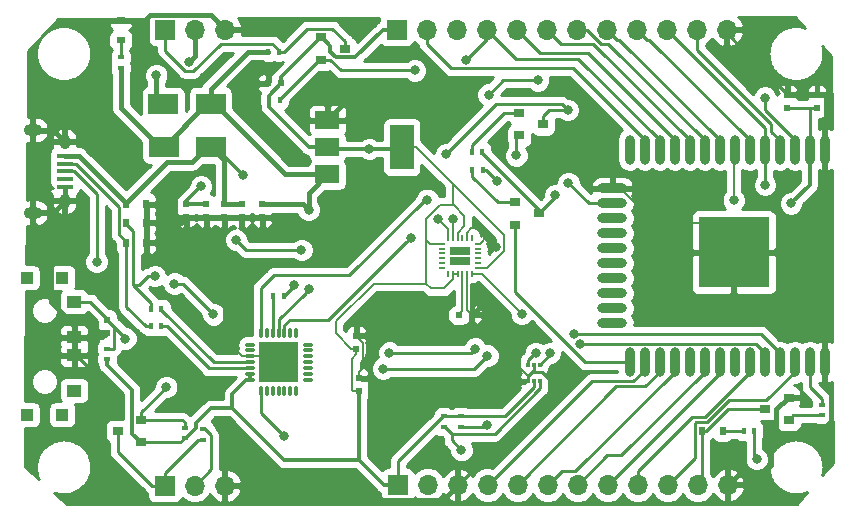
<source format=gtl>
G04 #@! TF.GenerationSoftware,KiCad,Pcbnew,5.0.0-rc2-dev-unknown-9e8bcbe~62~ubuntu16.04.1*
G04 #@! TF.CreationDate,2018-03-17T21:54:01+01:00*
G04 #@! TF.ProjectId,GhostESP32,47686F737445535033322E6B69636164,rev?*
G04 #@! TF.SameCoordinates,Original*
G04 #@! TF.FileFunction,Copper,L1,Top,Signal*
G04 #@! TF.FilePolarity,Positive*
%FSLAX46Y46*%
G04 Gerber Fmt 4.6, Leading zero omitted, Abs format (unit mm)*
G04 Created by KiCad (PCBNEW 5.0.0-rc2-dev-unknown-9e8bcbe~62~ubuntu16.04.1) date Sat Mar 17 21:54:01 2018*
%MOMM*%
%LPD*%
G01*
G04 APERTURE LIST*
%ADD10R,0.400000X0.600000*%
%ADD11R,0.300000X0.450000*%
%ADD12R,1.700000X1.700000*%
%ADD13O,1.700000X1.700000*%
%ADD14R,2.500000X1.800000*%
%ADD15R,0.500000X0.600000*%
%ADD16R,0.600000X0.500000*%
%ADD17O,1.550000X1.000000*%
%ADD18O,0.950000X1.250000*%
%ADD19R,1.350000X0.400000*%
%ADD20R,0.600000X0.800000*%
%ADD21R,0.800000X0.600000*%
%ADD22R,0.875000X0.800000*%
%ADD23R,0.200000X0.550000*%
%ADD24R,0.550000X0.200000*%
%ADD25R,1.675000X1.675000*%
%ADD26O,0.300000X0.850000*%
%ADD27O,0.850000X0.300000*%
%ADD28O,0.900000X2.500000*%
%ADD29O,2.500000X0.900000*%
%ADD30R,6.000000X6.000000*%
%ADD31R,1.300000X1.000000*%
%ADD32R,1.100000X1.000000*%
%ADD33R,0.600000X0.400000*%
%ADD34R,2.000000X1.500000*%
%ADD35R,2.000000X3.800000*%
%ADD36R,0.900000X0.800000*%
%ADD37C,0.800000*%
%ADD38C,0.300000*%
%ADD39C,0.200000*%
%ADD40C,0.250000*%
%ADD41C,0.400000*%
%ADD42C,0.254000*%
G04 APERTURE END LIST*
D10*
X107300000Y-107150000D03*
X106400000Y-107150000D03*
D11*
X139350000Y-111925000D03*
X138350000Y-111925000D03*
X138850000Y-113275000D03*
X138850000Y-111925000D03*
X138350000Y-113275000D03*
X139350000Y-113275000D03*
D12*
X107570000Y-122100000D03*
D13*
X110110000Y-122100000D03*
X112650000Y-122100000D03*
D14*
X111450000Y-89800000D03*
X107450000Y-89800000D03*
D10*
X116400000Y-89450000D03*
X117300000Y-89450000D03*
D15*
X102700000Y-108050000D03*
X102700000Y-109150000D03*
X123800000Y-109400000D03*
X123800000Y-110500000D03*
D16*
X132450000Y-107650000D03*
X133550000Y-107650000D03*
D15*
X124000000Y-113000000D03*
X124000000Y-114100000D03*
X162800000Y-90100000D03*
X162800000Y-89000000D03*
X160300000Y-89000000D03*
X160300000Y-90100000D03*
X112600000Y-98300000D03*
X112600000Y-99400000D03*
X114100000Y-99400000D03*
X114100000Y-98300000D03*
X111100000Y-98300000D03*
X111100000Y-99400000D03*
X109400000Y-99400000D03*
X109400000Y-98300000D03*
D16*
X117450000Y-88050000D03*
X116350000Y-88050000D03*
D15*
X115850000Y-99400000D03*
X115850000Y-98300000D03*
D17*
X96400000Y-99000000D03*
X96400000Y-92000000D03*
D18*
X99100000Y-98000000D03*
X99100000Y-93000000D03*
D19*
X99100000Y-96800000D03*
X99100000Y-96150000D03*
X99100000Y-95500000D03*
X99100000Y-94850000D03*
X99100000Y-94200000D03*
D20*
X106000000Y-98300000D03*
X104300000Y-98300000D03*
X104300000Y-99850000D03*
X106000000Y-99850000D03*
X106000000Y-101550000D03*
X104300000Y-101550000D03*
D21*
X103850000Y-82700000D03*
X103850000Y-84400000D03*
D20*
X154800000Y-117450000D03*
X153100000Y-117450000D03*
D14*
X111500000Y-93400000D03*
X107500000Y-93400000D03*
D22*
X132130000Y-102250000D03*
X132130000Y-103050000D03*
X133000000Y-102250000D03*
X133000000Y-103050000D03*
D23*
X131565000Y-101150000D03*
X131965000Y-101150000D03*
X132365000Y-101150000D03*
X132765000Y-101150000D03*
X133165000Y-101150000D03*
X133565000Y-101150000D03*
D24*
X134065000Y-101650000D03*
X134065000Y-102050000D03*
X134065000Y-102450000D03*
X134065000Y-102850000D03*
X134065000Y-103250000D03*
X134065000Y-103650000D03*
D23*
X133565000Y-104150000D03*
X133165000Y-104150000D03*
X132765000Y-104150000D03*
X132365000Y-104150000D03*
X131965000Y-104150000D03*
X131565000Y-104150000D03*
D24*
X131065000Y-103650000D03*
X131065000Y-103250000D03*
X131065000Y-102850000D03*
X131065000Y-102450000D03*
X131065000Y-102050000D03*
X131065000Y-101650000D03*
D25*
X116375000Y-110825000D03*
X116375000Y-112500000D03*
X118050000Y-110825000D03*
X118050000Y-112500000D03*
D26*
X115712500Y-109212500D03*
X116212500Y-109212500D03*
X116712500Y-109212500D03*
X117212500Y-109212500D03*
X117712500Y-109212500D03*
X118212500Y-109212500D03*
X118712500Y-109212500D03*
D27*
X119662500Y-110162500D03*
X119662500Y-110662500D03*
X119662500Y-111162500D03*
X119662500Y-111662500D03*
X119662500Y-112162500D03*
X119662500Y-112662500D03*
X119662500Y-113162500D03*
D26*
X118712500Y-114112500D03*
X118212500Y-114112500D03*
X117712500Y-114112500D03*
X117212500Y-114112500D03*
X116712500Y-114112500D03*
X116212500Y-114112500D03*
X115712500Y-114112500D03*
D27*
X114762500Y-113162500D03*
X114762500Y-112662500D03*
X114762500Y-112162500D03*
X114762500Y-111662500D03*
X114762500Y-111162500D03*
X114762500Y-110662500D03*
X114762500Y-110162500D03*
D28*
X163450000Y-111650000D03*
X162180000Y-111650000D03*
X160910000Y-111650000D03*
X159640000Y-111650000D03*
X158370000Y-111650000D03*
X157100000Y-111650000D03*
X155830000Y-111650000D03*
X154560000Y-111650000D03*
X153290000Y-111650000D03*
X152020000Y-111650000D03*
X150750000Y-111650000D03*
X149480000Y-111650000D03*
X148210000Y-111650000D03*
X146940000Y-111650000D03*
D29*
X145450000Y-108365000D03*
X145450000Y-107095000D03*
X145450000Y-105825000D03*
X145450000Y-104555000D03*
X145450000Y-103285000D03*
X145450000Y-102015000D03*
X145450000Y-100745000D03*
X145450000Y-99475000D03*
X145450000Y-98205000D03*
X145450000Y-96935000D03*
D28*
X146940000Y-93650000D03*
X148210000Y-93650000D03*
X149480000Y-93650000D03*
X150750000Y-93650000D03*
X152020000Y-93650000D03*
X153290000Y-93650000D03*
X154560000Y-93650000D03*
X155830000Y-93650000D03*
X157100000Y-93650000D03*
X158370000Y-93650000D03*
X159640000Y-93650000D03*
X160910000Y-93650000D03*
X162180000Y-93650000D03*
X163450000Y-93650000D03*
D30*
X155750000Y-102350000D03*
D31*
X99900000Y-106550000D03*
X99900000Y-109550000D03*
X99900000Y-111050000D03*
X99900000Y-114050000D03*
D32*
X98900000Y-104500000D03*
X95900000Y-104500000D03*
X98900000Y-116100000D03*
X95900000Y-116100000D03*
D13*
X112700000Y-83500000D03*
X110160000Y-83500000D03*
D12*
X107620000Y-83500000D03*
X127300000Y-122050000D03*
D13*
X129840000Y-122050000D03*
X132380000Y-122050000D03*
X134920000Y-122050000D03*
X137460000Y-122050000D03*
X140000000Y-122050000D03*
X142540000Y-122050000D03*
X145080000Y-122050000D03*
X147620000Y-122050000D03*
X150160000Y-122050000D03*
X152700000Y-122050000D03*
X155240000Y-122050000D03*
X155150000Y-83500000D03*
X152610000Y-83500000D03*
X150070000Y-83500000D03*
X147530000Y-83500000D03*
X144990000Y-83500000D03*
X142450000Y-83500000D03*
X139910000Y-83500000D03*
X137370000Y-83500000D03*
X134830000Y-83500000D03*
X132290000Y-83500000D03*
X129750000Y-83500000D03*
D12*
X127210000Y-83500000D03*
D10*
X117250000Y-85350000D03*
X116350000Y-85350000D03*
D33*
X102700000Y-111400000D03*
X102700000Y-110500000D03*
X131200000Y-117150000D03*
X131200000Y-116250000D03*
D10*
X133550000Y-93850000D03*
X134450000Y-93850000D03*
X134500000Y-95400000D03*
X133600000Y-95400000D03*
X106400000Y-108600000D03*
X107300000Y-108600000D03*
D33*
X103850000Y-86750000D03*
X103850000Y-85850000D03*
D10*
X156600000Y-117500000D03*
X157500000Y-117500000D03*
X117650000Y-106050000D03*
X116750000Y-106050000D03*
D33*
X109250000Y-117200000D03*
X109250000Y-118100000D03*
X110850000Y-118200000D03*
X110850000Y-117300000D03*
X132650000Y-116200000D03*
X132650000Y-117100000D03*
X163250000Y-115250000D03*
X163250000Y-116150000D03*
D34*
X121350000Y-91150000D03*
X121350000Y-95750000D03*
X121350000Y-93450000D03*
D35*
X127650000Y-93450000D03*
D36*
X139250000Y-99050000D03*
X137250000Y-100000000D03*
X137250000Y-98100000D03*
X160400000Y-116550000D03*
X160400000Y-114650000D03*
X158400000Y-115600000D03*
X139600000Y-91500000D03*
X137600000Y-92450000D03*
X137600000Y-90550000D03*
X120800000Y-84150000D03*
X120800000Y-86050000D03*
X122800000Y-85100000D03*
X103600000Y-117500000D03*
X105600000Y-116550000D03*
X105600000Y-118450000D03*
D37*
X124900000Y-93600000D03*
X110650000Y-96750000D03*
X160600000Y-98200000D03*
X157700000Y-119850000D03*
X149100000Y-99900000D03*
X135250000Y-106400000D03*
X135600000Y-101900000D03*
X101750000Y-113900000D03*
X108050000Y-97050000D03*
X114500000Y-88150000D03*
X122850000Y-89100000D03*
X138989805Y-110875010D03*
X158400000Y-96650000D03*
X139150000Y-87800000D03*
X135000000Y-89000000D03*
X107700000Y-113750000D03*
X133100000Y-86050000D03*
X128750000Y-86950000D03*
X104250000Y-109650000D03*
X108400000Y-105000000D03*
X111700000Y-107600000D03*
X131400000Y-94050000D03*
X141700000Y-90300000D03*
X158400000Y-89250000D03*
X128400000Y-101100000D03*
X137350000Y-94150000D03*
X135700000Y-96350000D03*
X140650000Y-97500000D03*
X129800000Y-97900000D03*
X119750000Y-98750000D03*
X118500000Y-105150000D03*
X126050000Y-112200000D03*
X134900000Y-111100000D03*
X142750000Y-110150000D03*
X106750000Y-104350000D03*
X101800000Y-103150000D03*
X141750000Y-96500000D03*
X106850000Y-87350000D03*
X109650000Y-86250000D03*
X119812660Y-105437340D03*
X142227458Y-109236896D03*
X133849989Y-110508971D03*
X126600000Y-110850000D03*
X155750000Y-97950000D03*
X137800000Y-107550000D03*
X114200000Y-95800000D03*
X113600000Y-101300000D03*
X119150000Y-102150000D03*
X117700000Y-117900000D03*
X130750000Y-99550000D03*
X132700000Y-119100000D03*
X140200000Y-110875010D03*
X131950000Y-99500000D03*
X134900000Y-117000000D03*
D38*
X114762500Y-112662500D02*
X114762500Y-113162500D01*
D39*
X134065000Y-103650000D02*
X134886004Y-103650000D01*
X134886004Y-103650000D02*
X136300002Y-102236002D01*
X136300002Y-100900002D02*
X131400000Y-96000000D01*
X136300002Y-102236002D02*
X136300002Y-100900002D01*
D38*
X120800000Y-84150000D02*
X120850000Y-84150000D01*
X120850000Y-84150000D02*
X121600001Y-84900001D01*
X121600001Y-84900001D02*
X121600001Y-85380003D01*
X121600001Y-85380003D02*
X122069999Y-85850001D01*
X122069999Y-85850001D02*
X123709999Y-85850001D01*
X123709999Y-85850001D02*
X126060000Y-83500000D01*
X126060000Y-83500000D02*
X127210000Y-83500000D01*
X117450000Y-88050000D02*
X117450000Y-87500000D01*
X117450000Y-87500000D02*
X120800000Y-84150000D01*
X116400000Y-89450000D02*
X116400000Y-89100000D01*
X116400000Y-89100000D02*
X117450000Y-88050000D01*
X116400000Y-89450000D02*
X116400000Y-90050000D01*
X120050000Y-93450000D02*
X121350000Y-93450000D01*
X116400000Y-90050000D02*
X119800000Y-93450000D01*
X119800000Y-93450000D02*
X120050000Y-93450000D01*
X124900000Y-93600000D02*
X121500000Y-93600000D01*
X121500000Y-93600000D02*
X121350000Y-93450000D01*
X124900000Y-93600000D02*
X127500000Y-93600000D01*
X127500000Y-93600000D02*
X127650000Y-93450000D01*
X109400000Y-98300000D02*
X109400000Y-98000000D01*
X109400000Y-98000000D02*
X110650000Y-96750000D01*
X111100000Y-98300000D02*
X109400000Y-98300000D01*
X105600000Y-118450000D02*
X105550000Y-118450000D01*
X105550000Y-118450000D02*
X104799999Y-117699999D01*
X104799999Y-117699999D02*
X104799999Y-113999999D01*
X104799999Y-113999999D02*
X102700000Y-111900000D01*
X102700000Y-111900000D02*
X102700000Y-111400000D01*
D39*
X124000000Y-114100000D02*
X123550000Y-114100000D01*
X123550000Y-114100000D02*
X123449999Y-113999999D01*
X123449999Y-113999999D02*
X123449999Y-111350001D01*
X123449999Y-111350001D02*
X123800000Y-111000000D01*
X123800000Y-111000000D02*
X123800000Y-110500000D01*
X122050000Y-108200000D02*
X125250000Y-105000000D01*
X125250000Y-105000000D02*
X129700000Y-105000000D01*
X122050000Y-109200000D02*
X122050000Y-108200000D01*
X123800000Y-110500000D02*
X123350000Y-110500000D01*
X123350000Y-110500000D02*
X122050000Y-109200000D01*
X131400000Y-96000000D02*
X128850000Y-93450000D01*
X132050000Y-98350000D02*
X131950000Y-98350000D01*
X131950000Y-96550000D02*
X131400000Y-96000000D01*
X131950000Y-98350000D02*
X130900000Y-98350000D01*
X131950000Y-98350000D02*
X131950000Y-96550000D01*
X130100000Y-105400000D02*
X129700000Y-105000000D01*
X129700000Y-105000000D02*
X129700000Y-101300000D01*
X131190000Y-105400000D02*
X130100000Y-105400000D01*
X131965000Y-104150000D02*
X131965000Y-104625000D01*
X131965000Y-104625000D02*
X131190000Y-105400000D01*
X132365000Y-104150000D02*
X131965000Y-104150000D01*
X128850000Y-93450000D02*
X127650000Y-93450000D01*
X129700000Y-101300000D02*
X130050000Y-101650000D01*
X130050000Y-101650000D02*
X131065000Y-101650000D01*
X129700000Y-99550000D02*
X129700000Y-101300000D01*
X130900000Y-98350000D02*
X129700000Y-99550000D01*
X132950000Y-99250000D02*
X132050000Y-98350000D01*
X132950000Y-100090000D02*
X132950000Y-99250000D01*
X132365000Y-101150000D02*
X132365000Y-100675000D01*
X132365000Y-100675000D02*
X132950000Y-100090000D01*
D38*
X109250000Y-118100000D02*
X109350000Y-118100000D01*
X109350000Y-118100000D02*
X110199999Y-117250001D01*
X110199999Y-117250001D02*
X110199999Y-116819999D01*
X110199999Y-116819999D02*
X111469998Y-115550000D01*
X111469998Y-115550000D02*
X113300000Y-115550000D01*
X117700000Y-119950000D02*
X123950000Y-119950000D01*
X123950000Y-119950000D02*
X124000000Y-119900000D01*
X113300000Y-115550000D02*
X117700000Y-119950000D01*
X113300000Y-114350000D02*
X113300000Y-115550000D01*
X114762500Y-113162500D02*
X114487500Y-113162500D01*
X114487500Y-113162500D02*
X113300000Y-114350000D01*
X124000000Y-114100000D02*
X124000000Y-119900000D01*
X124000000Y-119900000D02*
X126150000Y-122050000D01*
X126150000Y-122050000D02*
X127300000Y-122050000D01*
X162180000Y-93650000D02*
X162180000Y-96620000D01*
X162180000Y-96620000D02*
X160600000Y-98200000D01*
D40*
X133200000Y-116200000D02*
X132650000Y-116200000D01*
X138850000Y-113275000D02*
X138850000Y-113735003D01*
X138850000Y-113735003D02*
X136385003Y-116200000D01*
X136385003Y-116200000D02*
X133200000Y-116200000D01*
X105600000Y-118450000D02*
X108900000Y-118450000D01*
X108900000Y-118450000D02*
X109250000Y-118100000D01*
X131200000Y-116250000D02*
X132600000Y-116250000D01*
X132600000Y-116250000D02*
X132650000Y-116200000D01*
X127300000Y-122050000D02*
X127300000Y-120050000D01*
X127300000Y-120050000D02*
X131100000Y-116250000D01*
X131100000Y-116250000D02*
X131200000Y-116250000D01*
X157500000Y-117500000D02*
X157500000Y-119650000D01*
X157500000Y-119650000D02*
X157700000Y-119850000D01*
X162800000Y-90100000D02*
X160300000Y-90100000D01*
X162180000Y-93650000D02*
X162180000Y-90220000D01*
X162180000Y-90220000D02*
X162300000Y-90100000D01*
X162300000Y-90100000D02*
X162800000Y-90100000D01*
D41*
X159549999Y-117900001D02*
X159350000Y-117700002D01*
X159350000Y-117700002D02*
X159350000Y-115650000D01*
X159350000Y-115650000D02*
X160350000Y-114650000D01*
X160350000Y-114650000D02*
X160400000Y-114650000D01*
D39*
X149100000Y-99900000D02*
X146135000Y-96935000D01*
X146135000Y-96935000D02*
X145450000Y-96935000D01*
X149100000Y-99900000D02*
X153300000Y-99900000D01*
X153300000Y-99900000D02*
X155750000Y-102350000D01*
D41*
X135250000Y-106400000D02*
X134800000Y-106400000D01*
X134800000Y-106400000D02*
X133550000Y-107650000D01*
X134900000Y-100990000D02*
X134900000Y-101200000D01*
X134900000Y-101200000D02*
X135600000Y-101900000D01*
D39*
X133600000Y-108100000D02*
X133550000Y-108100000D01*
X138350000Y-112850000D02*
X133600000Y-108100000D01*
X138350000Y-113275000D02*
X138350000Y-112850000D01*
D40*
X101750000Y-113900000D02*
X101750000Y-112750000D01*
X101750000Y-112750000D02*
X100050000Y-111050000D01*
X100050000Y-111050000D02*
X99900000Y-111050000D01*
X116375000Y-112500000D02*
X118050000Y-112500000D01*
X116375000Y-112500000D02*
X116375000Y-110825000D01*
X118050000Y-110825000D02*
X116375000Y-110825000D01*
D41*
X106000000Y-98300000D02*
X106800000Y-98300000D01*
X106800000Y-98300000D02*
X108050000Y-97050000D01*
X96400000Y-99000000D02*
X96400000Y-99900000D01*
X97949999Y-106517997D02*
X99900000Y-108467998D01*
X96400000Y-99900000D02*
X97949999Y-101449999D01*
X99900000Y-108467998D02*
X99900000Y-108650000D01*
X97949999Y-101449999D02*
X97949999Y-106517997D01*
X99900000Y-108650000D02*
X99900000Y-109550000D01*
X106000000Y-99850000D02*
X108950000Y-99850000D01*
X108950000Y-99850000D02*
X109400000Y-99400000D01*
X106000000Y-101550000D02*
X106000000Y-99850000D01*
X106000000Y-98300000D02*
X106000000Y-99850000D01*
X96400000Y-99000000D02*
X96400000Y-92000000D01*
X96400000Y-92000000D02*
X98100000Y-92000000D01*
X98100000Y-92000000D02*
X99100000Y-93000000D01*
X99100000Y-98000000D02*
X99100000Y-96800000D01*
X96400000Y-99000000D02*
X98100000Y-99000000D01*
X98100000Y-99000000D02*
X99100000Y-98000000D01*
X106350001Y-82249999D02*
X105900000Y-82700000D01*
X105900000Y-82700000D02*
X103850000Y-82700000D01*
X116350000Y-88050000D02*
X114600000Y-88050000D01*
X114600000Y-88050000D02*
X114500000Y-88150000D01*
X122850000Y-89100000D02*
X122850000Y-89650000D01*
X122850000Y-89650000D02*
X121350000Y-91150000D01*
X112700000Y-83500000D02*
X111449999Y-82249999D01*
X111449999Y-82249999D02*
X106350001Y-82249999D01*
X112650000Y-122100000D02*
X113852081Y-122100000D01*
X113852081Y-122100000D02*
X115052082Y-123300001D01*
X131129999Y-123300001D02*
X131530001Y-122899999D01*
X115052082Y-123300001D02*
X131129999Y-123300001D01*
X131530001Y-122899999D02*
X132380000Y-122050000D01*
X99900000Y-109550000D02*
X102300000Y-109550000D01*
X102300000Y-109550000D02*
X102700000Y-109150000D01*
D39*
X114100000Y-99400000D02*
X115850000Y-99400000D01*
X111100000Y-99400000D02*
X109400000Y-99400000D01*
X112600000Y-99400000D02*
X111100000Y-99400000D01*
X114100000Y-99400000D02*
X112600000Y-99400000D01*
X114762500Y-111162500D02*
X114137500Y-111162500D01*
X112600000Y-109625000D02*
X112600000Y-99900000D01*
X112600000Y-99900000D02*
X112600000Y-99400000D01*
X114137500Y-111162500D02*
X112600000Y-109625000D01*
X114762500Y-111162500D02*
X116037500Y-111162500D01*
X116037500Y-111162500D02*
X116375000Y-110825000D01*
X124000000Y-113000000D02*
X124000000Y-112500000D01*
X124000000Y-112500000D02*
X124350001Y-112149999D01*
X124350001Y-112149999D02*
X124350001Y-110000001D01*
X124350001Y-110000001D02*
X123800000Y-109450000D01*
X123800000Y-109450000D02*
X123800000Y-109400000D01*
X123800000Y-109400000D02*
X132250000Y-109400000D01*
X133550000Y-108100000D02*
X133550000Y-107650000D01*
X132250000Y-109400000D02*
X133550000Y-108100000D01*
X133165000Y-104150000D02*
X133165000Y-107265000D01*
X133165000Y-107265000D02*
X133550000Y-107650000D01*
X134900000Y-100990000D02*
X134240000Y-101650000D01*
X134240000Y-101650000D02*
X134065000Y-101650000D01*
X134900000Y-100800000D02*
X134900000Y-100990000D01*
X134400000Y-100300000D02*
X134900000Y-100800000D01*
X133540000Y-100300000D02*
X134400000Y-100300000D01*
X133165000Y-101150000D02*
X133165000Y-100675000D01*
X133165000Y-100675000D02*
X133540000Y-100300000D01*
D41*
X155750000Y-102350000D02*
X159150000Y-102350000D01*
X159150000Y-102350000D02*
X163450000Y-98050000D01*
X163450000Y-98050000D02*
X163450000Y-95300000D01*
X163450000Y-95300000D02*
X163450000Y-93650000D01*
X163450000Y-111650000D02*
X163450000Y-106650000D01*
X163450000Y-106650000D02*
X159150000Y-102350000D01*
X159549999Y-117900001D02*
X162720001Y-117900001D01*
X162720001Y-117900001D02*
X163950001Y-116670001D01*
X163950001Y-116670001D02*
X163950001Y-113800001D01*
X163950001Y-113800001D02*
X163450000Y-113300000D01*
X163450000Y-113300000D02*
X163450000Y-111650000D01*
X158868239Y-118581761D02*
X159549999Y-117900001D01*
X158049999Y-121200001D02*
X158868239Y-120381761D01*
X158868239Y-120381761D02*
X158868239Y-118581761D01*
X155240000Y-122050000D02*
X156089999Y-121200001D01*
X156089999Y-121200001D02*
X158049999Y-121200001D01*
D40*
X140580000Y-113850000D02*
X140580000Y-113544998D01*
X140580000Y-113544998D02*
X139510003Y-112475001D01*
X139510003Y-112475001D02*
X138925001Y-112475001D01*
X138850000Y-112400000D02*
X138850000Y-111925000D01*
X138925001Y-112475001D02*
X138850000Y-112400000D01*
X132380000Y-122050000D02*
X140580000Y-113850000D01*
X138350000Y-113275000D02*
X138350000Y-112800000D01*
X138850000Y-112300000D02*
X138850000Y-111925000D01*
X138350000Y-112800000D02*
X138850000Y-112300000D01*
X99900000Y-111050000D02*
X99900000Y-109550000D01*
X160300000Y-89000000D02*
X160300000Y-88950000D01*
X160300000Y-88950000D02*
X155150000Y-83800000D01*
X155150000Y-83800000D02*
X155150000Y-83500000D01*
X162800000Y-89000000D02*
X160300000Y-89000000D01*
X163450000Y-93650000D02*
X163450000Y-89150000D01*
X163450000Y-89150000D02*
X163300000Y-89000000D01*
X163300000Y-89000000D02*
X162800000Y-89000000D01*
X138924990Y-110875010D02*
X138989805Y-110875010D01*
X138350000Y-111450000D02*
X138924990Y-110875010D01*
X138350000Y-111925000D02*
X138350000Y-111450000D01*
X158400000Y-96650000D02*
X158400000Y-93680000D01*
X158400000Y-93680000D02*
X158370000Y-93650000D01*
X158370000Y-93650000D02*
X158370000Y-91800000D01*
X158370000Y-91800000D02*
X150070000Y-83500000D01*
X107570000Y-122100000D02*
X107570000Y-121000000D01*
X107570000Y-121000000D02*
X110370000Y-118200000D01*
X110370000Y-118200000D02*
X110850000Y-118200000D01*
X107570000Y-122100000D02*
X106470000Y-122100000D01*
X103600000Y-119230000D02*
X103600000Y-118150000D01*
X106470000Y-122100000D02*
X103600000Y-119230000D01*
X103600000Y-118150000D02*
X103600000Y-117500000D01*
X135000000Y-89000000D02*
X136200000Y-87800000D01*
X136200000Y-87800000D02*
X139150000Y-87800000D01*
X105600000Y-116550000D02*
X105600000Y-115900000D01*
X105600000Y-115900000D02*
X107700000Y-113800000D01*
X107700000Y-113800000D02*
X107700000Y-113750000D01*
X105600000Y-116550000D02*
X109050000Y-116550000D01*
X109050000Y-116550000D02*
X109250000Y-116750000D01*
X109250000Y-116750000D02*
X109250000Y-117200000D01*
X150750000Y-93650000D02*
X150750000Y-92850000D01*
X143399989Y-85499989D02*
X139369989Y-85499989D01*
X139369989Y-85499989D02*
X138219999Y-84349999D01*
X138219999Y-84349999D02*
X137370000Y-83500000D01*
X150750000Y-92850000D02*
X143399989Y-85499989D01*
X133100000Y-86050000D02*
X134830000Y-84320000D01*
X134830000Y-84320000D02*
X134830000Y-83500000D01*
X120800000Y-86050000D02*
X121598232Y-86050000D01*
X121598232Y-86050000D02*
X122498232Y-86950000D01*
X122498232Y-86950000D02*
X128750000Y-86950000D01*
X117300000Y-89450000D02*
X117300000Y-89350000D01*
X117300000Y-89350000D02*
X120600000Y-86050000D01*
X120600000Y-86050000D02*
X120800000Y-86050000D01*
X142580000Y-85950000D02*
X137280000Y-85950000D01*
X137280000Y-85950000D02*
X134830000Y-83500000D01*
X149480000Y-93650000D02*
X149480000Y-92850000D01*
X149480000Y-92850000D02*
X142580000Y-85950000D01*
X117250000Y-85350000D02*
X117250000Y-85250000D01*
X109998002Y-86975002D02*
X109301998Y-86975002D01*
X117250000Y-85250000D02*
X116675001Y-84675001D01*
X107620000Y-84600000D02*
X107620000Y-83500000D01*
X107620000Y-85293004D02*
X107620000Y-84600000D01*
X116675001Y-84675001D02*
X112298003Y-84675001D01*
X109301998Y-86975002D02*
X107620000Y-85293004D01*
X112298003Y-84675001D02*
X109998002Y-86975002D01*
X117250000Y-85350000D02*
X117700000Y-85350000D01*
X117700000Y-85350000D02*
X119625001Y-83424999D01*
X119625001Y-83424999D02*
X121774999Y-83424999D01*
X121774999Y-83424999D02*
X122800000Y-84450000D01*
X122800000Y-84450000D02*
X122800000Y-85100000D01*
X104250000Y-109650000D02*
X104250000Y-109600000D01*
X104250000Y-109600000D02*
X102700000Y-108050000D01*
X111700000Y-107600000D02*
X109100000Y-105000000D01*
X109100000Y-105000000D02*
X108400000Y-105000000D01*
X141700000Y-90300000D02*
X141224999Y-89824999D01*
X141224999Y-89824999D02*
X135625001Y-89824999D01*
X135625001Y-89824999D02*
X131400000Y-94050000D01*
X141700000Y-90300000D02*
X140150000Y-90300000D01*
X140150000Y-90300000D02*
X139600000Y-90850000D01*
X139600000Y-90850000D02*
X139600000Y-91500000D01*
X158400000Y-90340000D02*
X158400000Y-89250000D01*
X160910000Y-92850000D02*
X158400000Y-90340000D01*
X160910000Y-93650000D02*
X160910000Y-92850000D01*
X102700000Y-110500000D02*
X103250000Y-110500000D01*
X103275001Y-108675001D02*
X102700000Y-108100000D01*
X103250000Y-110500000D02*
X103275001Y-110474999D01*
X103275001Y-110474999D02*
X103275001Y-108675001D01*
X102700000Y-108100000D02*
X102700000Y-108050000D01*
X99900000Y-106550000D02*
X101250000Y-106550000D01*
X101250000Y-106550000D02*
X102700000Y-108000000D01*
X102700000Y-108000000D02*
X102700000Y-108050000D01*
X117712500Y-108537500D02*
X118164498Y-108085502D01*
X128000001Y-101499999D02*
X128400000Y-101100000D01*
X118164498Y-108085502D02*
X121414498Y-108085502D01*
X121414498Y-108085502D02*
X128000001Y-101499999D01*
X117712500Y-109212500D02*
X117712500Y-108537500D01*
X137350000Y-94150000D02*
X137350000Y-92700000D01*
X137350000Y-92700000D02*
X137600000Y-92450000D01*
X134500000Y-95400000D02*
X134750000Y-95400000D01*
X134750000Y-95400000D02*
X135700000Y-96350000D01*
X133550000Y-93850000D02*
X133550000Y-93300000D01*
X133550000Y-93300000D02*
X136300000Y-90550000D01*
X136300000Y-90550000D02*
X136900000Y-90550000D01*
X136900000Y-90550000D02*
X137600000Y-90550000D01*
X163250000Y-116150000D02*
X160800000Y-116150000D01*
X160800000Y-116150000D02*
X160400000Y-116550000D01*
X158400000Y-115600000D02*
X155222822Y-115600000D01*
X155222822Y-115600000D02*
X153372822Y-117450000D01*
X153372822Y-117450000D02*
X153100000Y-117450000D01*
X153100000Y-117450000D02*
X153100000Y-121650000D01*
X153100000Y-121650000D02*
X152700000Y-122050000D01*
X140650000Y-97500000D02*
X140650000Y-97650000D01*
X140650000Y-97650000D02*
X139250000Y-99050000D01*
X123200000Y-104300000D02*
X129600000Y-97900000D01*
X129600000Y-97900000D02*
X129800000Y-97900000D01*
X116800000Y-104300000D02*
X123200000Y-104300000D01*
X115712500Y-105387500D02*
X116800000Y-104300000D01*
X115712500Y-109212500D02*
X115712500Y-105387500D01*
X134450000Y-93850000D02*
X134450000Y-93950000D01*
X134450000Y-93950000D02*
X139250000Y-98750000D01*
X139250000Y-98750000D02*
X139250000Y-99050000D01*
X137250000Y-100650000D02*
X137250000Y-100000000D01*
X137250000Y-105723004D02*
X137250000Y-100650000D01*
X143176996Y-111650000D02*
X137250000Y-105723004D01*
X146940000Y-111650000D02*
X143176996Y-111650000D01*
X137250000Y-98100000D02*
X135750000Y-98100000D01*
X135750000Y-98100000D02*
X133600000Y-95950000D01*
X133600000Y-95950000D02*
X133600000Y-95400000D01*
D41*
X103850000Y-86750000D02*
X103850000Y-90100000D01*
X103850000Y-90100000D02*
X107150000Y-93400000D01*
X107150000Y-93400000D02*
X107500000Y-93400000D01*
X111450000Y-89800000D02*
X111450000Y-88500000D01*
X111450000Y-88500000D02*
X114600000Y-85350000D01*
X114600000Y-85350000D02*
X115750000Y-85350000D01*
X115750000Y-85350000D02*
X116350000Y-85350000D01*
X111450000Y-89800000D02*
X111800000Y-89800000D01*
X117750000Y-95750000D02*
X119950000Y-95750000D01*
X111800000Y-89800000D02*
X117750000Y-95750000D01*
X119950000Y-95750000D02*
X121350000Y-95750000D01*
X111450000Y-89800000D02*
X111100000Y-89800000D01*
X111100000Y-89800000D02*
X107500000Y-93400000D01*
X119750000Y-98750000D02*
X119300000Y-98300000D01*
X119300000Y-98300000D02*
X115850000Y-98300000D01*
X119750000Y-98750000D02*
X119750000Y-97350000D01*
X119750000Y-97350000D02*
X121350000Y-95750000D01*
D40*
X110110000Y-122100000D02*
X111475001Y-120734999D01*
X111475001Y-120734999D02*
X111475001Y-117825001D01*
X111475001Y-117825001D02*
X110950000Y-117300000D01*
X110950000Y-117300000D02*
X110850000Y-117300000D01*
X163250000Y-115250000D02*
X163250000Y-114800000D01*
X162180000Y-113150000D02*
X162180000Y-111650000D01*
X163250000Y-114800000D02*
X162180000Y-113730000D01*
X162180000Y-113730000D02*
X162180000Y-113150000D01*
X118500000Y-105150000D02*
X118500000Y-105200000D01*
X118500000Y-105200000D02*
X117650000Y-106050000D01*
X134900000Y-111100000D02*
X133800000Y-112200000D01*
X133800000Y-112200000D02*
X126050000Y-112200000D01*
X158370000Y-110850000D02*
X157594990Y-110074990D01*
X157594990Y-110074990D02*
X142825010Y-110074990D01*
X142825010Y-110074990D02*
X142750000Y-110150000D01*
X158370000Y-111650000D02*
X158370000Y-110850000D01*
X116712500Y-109212500D02*
X116712500Y-106087500D01*
X116712500Y-106087500D02*
X116750000Y-106050000D01*
X154800000Y-117450000D02*
X156550000Y-117450000D01*
X156550000Y-117450000D02*
X156600000Y-117500000D01*
X103850000Y-84400000D02*
X103850000Y-85850000D01*
X99100000Y-94850000D02*
X100025000Y-94850000D01*
X100025000Y-94850000D02*
X103674999Y-98499999D01*
X103674999Y-98499999D02*
X103674999Y-100824999D01*
X103674999Y-100824999D02*
X104300000Y-101450000D01*
X104300000Y-101450000D02*
X104300000Y-101550000D01*
X104300000Y-101550000D02*
X104300000Y-106950000D01*
X104300000Y-106950000D02*
X105950000Y-108600000D01*
X105950000Y-108600000D02*
X106400000Y-108600000D01*
X114762500Y-112162500D02*
X114750000Y-112150000D01*
X114750000Y-112150000D02*
X111300000Y-112150000D01*
X111300000Y-112150000D02*
X107750000Y-108600000D01*
X107750000Y-108600000D02*
X107300000Y-108600000D01*
X114762500Y-111662500D02*
X111712500Y-111662500D01*
X111712500Y-111662500D02*
X107300000Y-107250000D01*
X107300000Y-107250000D02*
X107300000Y-107150000D01*
X106750000Y-104350000D02*
X106184315Y-104350000D01*
X106184315Y-104350000D02*
X105409314Y-105125001D01*
X105409314Y-105125001D02*
X104925001Y-105125001D01*
X99100000Y-95500000D02*
X99910002Y-95500000D01*
X99910002Y-95500000D02*
X101800000Y-97389998D01*
X101800000Y-97389998D02*
X101800000Y-103150000D01*
X106400000Y-107150000D02*
X106400000Y-106600000D01*
X106400000Y-106600000D02*
X104925001Y-105125001D01*
X104925001Y-105125001D02*
X104925001Y-100575001D01*
X104925001Y-100575001D02*
X104300000Y-99950000D01*
X104300000Y-99950000D02*
X104300000Y-99850000D01*
X159640000Y-92850000D02*
X158940000Y-92150000D01*
X159640000Y-93650000D02*
X159640000Y-92850000D01*
X152610000Y-84702081D02*
X152610000Y-83500000D01*
X158940000Y-91516410D02*
X152610000Y-85186410D01*
X158940000Y-92150000D02*
X158940000Y-91516410D01*
X152610000Y-85186410D02*
X152610000Y-84702081D01*
X157100000Y-93650000D02*
X157100000Y-92850000D01*
X148599999Y-84349999D02*
X148379999Y-84349999D01*
X157100000Y-92850000D02*
X148599999Y-84349999D01*
X148379999Y-84349999D02*
X147530000Y-83500000D01*
X141750000Y-96500000D02*
X143455000Y-98205000D01*
X143455000Y-98205000D02*
X145450000Y-98205000D01*
X148210000Y-93650000D02*
X148210000Y-92850000D01*
X131822920Y-86775001D02*
X129750000Y-84702081D01*
X129750000Y-84702081D02*
X129750000Y-83500000D01*
X142135001Y-86775001D02*
X131822920Y-86775001D01*
X148210000Y-92850000D02*
X142135001Y-86775001D01*
X143845001Y-84675001D02*
X141085001Y-84675001D01*
X152020000Y-93650000D02*
X152020000Y-92850000D01*
X152020000Y-92850000D02*
X143845001Y-84675001D01*
X141085001Y-84675001D02*
X140759999Y-84349999D01*
X140759999Y-84349999D02*
X139910000Y-83500000D01*
X148210000Y-112276029D02*
X147236029Y-113250000D01*
X148210000Y-111650000D02*
X148210000Y-112276029D01*
X147236029Y-113250000D02*
X143720000Y-113250000D01*
X143720000Y-113250000D02*
X135769999Y-121200001D01*
X135769999Y-121200001D02*
X134920000Y-122050000D01*
X145809989Y-113700011D02*
X148229989Y-113700011D01*
X148229989Y-113700011D02*
X149480000Y-112450000D01*
X137460000Y-122050000D02*
X145809989Y-113700011D01*
X149480000Y-112450000D02*
X149480000Y-111650000D01*
X150750000Y-111650000D02*
X150750000Y-112450000D01*
X140849999Y-121200001D02*
X140000000Y-122050000D01*
X150750000Y-112450000D02*
X142325001Y-120874999D01*
X142325001Y-120874999D02*
X141175001Y-120874999D01*
X141175001Y-120874999D02*
X140849999Y-121200001D01*
X142540000Y-122050000D02*
X145040000Y-119550000D01*
X145040000Y-119550000D02*
X146190000Y-119550000D01*
X153290000Y-112450000D02*
X153290000Y-111650000D01*
X146190000Y-119550000D02*
X153290000Y-112450000D01*
X145080000Y-122050000D02*
X154560000Y-112570000D01*
X154560000Y-112570000D02*
X154560000Y-111650000D01*
D41*
X106850000Y-87350000D02*
X106850000Y-89200000D01*
X106850000Y-89200000D02*
X107450000Y-89800000D01*
X110160000Y-85740000D02*
X109650000Y-86250000D01*
X110160000Y-83500000D02*
X110160000Y-85740000D01*
D40*
X117212500Y-109212500D02*
X117212500Y-108037500D01*
X119412661Y-105837339D02*
X119812660Y-105437340D01*
X117212500Y-108037500D02*
X119412661Y-105837339D01*
X126600000Y-110850000D02*
X133508960Y-110850000D01*
X158026896Y-109236896D02*
X142793143Y-109236896D01*
X142793143Y-109236896D02*
X142227458Y-109236896D01*
X159640000Y-110850000D02*
X158026896Y-109236896D01*
X159640000Y-111650000D02*
X159640000Y-110850000D01*
X133508960Y-110850000D02*
X133849989Y-110508971D01*
D39*
X155750000Y-97950000D02*
X155750000Y-93730000D01*
X155750000Y-93730000D02*
X155830000Y-93650000D01*
X133565000Y-104150000D02*
X134400000Y-104150000D01*
X134400000Y-104150000D02*
X137800000Y-107550000D01*
D40*
X114200000Y-95800000D02*
X111800000Y-93400000D01*
X111800000Y-93400000D02*
X111500000Y-93400000D01*
X119150000Y-102150000D02*
X114450000Y-102150000D01*
X114450000Y-102150000D02*
X113600000Y-101300000D01*
X115712500Y-114112500D02*
X115712500Y-115912500D01*
X115712500Y-115912500D02*
X117700000Y-117900000D01*
D41*
X104300000Y-98300000D02*
X104300000Y-98200000D01*
X104300000Y-98200000D02*
X107799999Y-94700001D01*
X107799999Y-94700001D02*
X109850000Y-94700000D01*
X109850000Y-94700000D02*
X111150000Y-93400000D01*
X111150000Y-93400000D02*
X111500000Y-93400000D01*
X114100000Y-98300000D02*
X112600000Y-98300000D01*
X99100000Y-94200000D02*
X100300000Y-94200000D01*
X100300000Y-94200000D02*
X104300000Y-98200000D01*
X112600000Y-98300000D02*
X112600000Y-94500000D01*
X112600000Y-94500000D02*
X111500000Y-93400000D01*
D39*
X132765000Y-104150000D02*
X132765000Y-107335000D01*
X132765000Y-107335000D02*
X132450000Y-107650000D01*
D40*
X154560000Y-93650000D02*
X154560000Y-92850000D01*
X154560000Y-92850000D02*
X146059999Y-84349999D01*
X146059999Y-84349999D02*
X145839999Y-84349999D01*
X145839999Y-84349999D02*
X144990000Y-83500000D01*
X153290000Y-92850000D02*
X145115001Y-84675001D01*
X153290000Y-93650000D02*
X153290000Y-92850000D01*
X145115001Y-84675001D02*
X144481411Y-84675001D01*
X144481411Y-84675001D02*
X143306410Y-83500000D01*
X143306410Y-83500000D02*
X142450000Y-83500000D01*
D39*
X131565000Y-101150000D02*
X131565000Y-100365000D01*
X131565000Y-100365000D02*
X130750000Y-99550000D01*
D40*
X132700000Y-119100000D02*
X131875002Y-118275002D01*
X131875002Y-118275002D02*
X131875002Y-117725002D01*
X139350000Y-113275000D02*
X139350000Y-113871413D01*
X131875002Y-117725002D02*
X131300000Y-117150000D01*
X139350000Y-113871413D02*
X135496411Y-117725002D01*
X135496411Y-117725002D02*
X131875002Y-117725002D01*
X131300000Y-117150000D02*
X131200000Y-117150000D01*
X157100000Y-111650000D02*
X157100000Y-112450000D01*
X157100000Y-112450000D02*
X153275012Y-116274988D01*
X153275012Y-116274988D02*
X152192931Y-116274988D01*
X152192931Y-116274988D02*
X147620000Y-120847919D01*
X147620000Y-120847919D02*
X147620000Y-122050000D01*
X139350000Y-111850000D02*
X140200000Y-111000000D01*
X140200000Y-111000000D02*
X140200000Y-110875010D01*
X139350000Y-111925000D02*
X139350000Y-111850000D01*
D39*
X131965000Y-101150000D02*
X131965000Y-99515000D01*
X131965000Y-99515000D02*
X131950000Y-99500000D01*
D40*
X132650000Y-117100000D02*
X134800000Y-117100000D01*
X134800000Y-117100000D02*
X134900000Y-117000000D01*
X160910000Y-112450000D02*
X158485001Y-114874999D01*
X152474999Y-119735001D02*
X151009999Y-121200001D01*
X152539999Y-116724999D02*
X152474999Y-116789999D01*
X160910000Y-111650000D02*
X160910000Y-112450000D01*
X153461412Y-116724999D02*
X152539999Y-116724999D01*
X155311412Y-114874999D02*
X153461412Y-116724999D01*
X151009999Y-121200001D02*
X150160000Y-122050000D01*
X152474999Y-116789999D02*
X152474999Y-119735001D01*
X158485001Y-114874999D02*
X155311412Y-114874999D01*
D42*
G36*
X106122560Y-82650000D02*
X106122560Y-84350000D01*
X106171843Y-84597765D01*
X106312191Y-84807809D01*
X106522235Y-84948157D01*
X106770000Y-84997440D01*
X106860000Y-84997440D01*
X106860000Y-85218157D01*
X106845112Y-85293004D01*
X106860000Y-85367851D01*
X106860000Y-85367855D01*
X106904096Y-85589540D01*
X107072071Y-85840933D01*
X107135530Y-85883335D01*
X108711671Y-87459478D01*
X108754069Y-87522931D01*
X108817522Y-87565329D01*
X108817524Y-87565331D01*
X108942209Y-87648642D01*
X109005461Y-87690906D01*
X109227146Y-87735002D01*
X109227150Y-87735002D01*
X109301997Y-87749890D01*
X109376844Y-87735002D01*
X109923155Y-87735002D01*
X109998002Y-87749890D01*
X110072849Y-87735002D01*
X110072854Y-87735002D01*
X110294539Y-87690906D01*
X110545931Y-87522931D01*
X110588333Y-87459472D01*
X112612805Y-85435001D01*
X113334131Y-85435001D01*
X110917718Y-87851415D01*
X110848000Y-87897999D01*
X110801416Y-87967717D01*
X110663448Y-88174200D01*
X110647861Y-88252560D01*
X110200000Y-88252560D01*
X109952235Y-88301843D01*
X109742191Y-88442191D01*
X109601843Y-88652235D01*
X109552560Y-88900000D01*
X109552560Y-90166572D01*
X109347440Y-90371692D01*
X109347440Y-88900000D01*
X109298157Y-88652235D01*
X109157809Y-88442191D01*
X108947765Y-88301843D01*
X108700000Y-88252560D01*
X107685000Y-88252560D01*
X107685000Y-87978711D01*
X107727431Y-87936280D01*
X107885000Y-87555874D01*
X107885000Y-87144126D01*
X107727431Y-86763720D01*
X107436280Y-86472569D01*
X107055874Y-86315000D01*
X106644126Y-86315000D01*
X106263720Y-86472569D01*
X105972569Y-86763720D01*
X105815000Y-87144126D01*
X105815000Y-87555874D01*
X105972569Y-87936280D01*
X106015000Y-87978711D01*
X106015001Y-88289358D01*
X105952235Y-88301843D01*
X105742191Y-88442191D01*
X105601843Y-88652235D01*
X105552560Y-88900000D01*
X105552560Y-90621693D01*
X104685000Y-89754133D01*
X104685000Y-87292285D01*
X104748157Y-87197765D01*
X104797440Y-86950000D01*
X104797440Y-86550000D01*
X104748157Y-86302235D01*
X104746664Y-86300000D01*
X104748157Y-86297765D01*
X104797440Y-86050000D01*
X104797440Y-85650000D01*
X104748157Y-85402235D01*
X104622793Y-85214616D01*
X104707809Y-85157809D01*
X104848157Y-84947765D01*
X104897440Y-84700000D01*
X104897440Y-84100000D01*
X104848157Y-83852235D01*
X104707809Y-83642191D01*
X104574307Y-83552987D01*
X104609699Y-83538327D01*
X104788327Y-83359698D01*
X104885000Y-83126309D01*
X104885000Y-82985750D01*
X104726250Y-82827000D01*
X103977000Y-82827000D01*
X103977000Y-82847000D01*
X103723000Y-82847000D01*
X103723000Y-82827000D01*
X102973750Y-82827000D01*
X102815000Y-82985750D01*
X102815000Y-83126309D01*
X102911673Y-83359698D01*
X103090301Y-83538327D01*
X103125693Y-83552987D01*
X102992191Y-83642191D01*
X102851843Y-83852235D01*
X102802560Y-84100000D01*
X102802560Y-84700000D01*
X102851843Y-84947765D01*
X102992191Y-85157809D01*
X103077207Y-85214616D01*
X102951843Y-85402235D01*
X102902560Y-85650000D01*
X102902560Y-86050000D01*
X102951843Y-86297765D01*
X102953336Y-86300000D01*
X102951843Y-86302235D01*
X102902560Y-86550000D01*
X102902560Y-86950000D01*
X102951843Y-87197765D01*
X103015000Y-87292286D01*
X103015001Y-90017762D01*
X102998643Y-90100000D01*
X103063448Y-90425800D01*
X103116952Y-90505874D01*
X103248000Y-90702001D01*
X103317718Y-90748585D01*
X105602560Y-93033428D01*
X105602560Y-94300000D01*
X105651843Y-94547765D01*
X105792191Y-94757809D01*
X106002235Y-94898157D01*
X106250000Y-94947440D01*
X106371692Y-94947440D01*
X104300000Y-97019132D01*
X100948587Y-93667720D01*
X100902001Y-93597999D01*
X100625801Y-93413448D01*
X100382237Y-93365000D01*
X100382233Y-93365000D01*
X100300000Y-93348643D01*
X100217767Y-93365000D01*
X100179157Y-93365000D01*
X100201229Y-93301131D01*
X100052563Y-93127000D01*
X99227000Y-93127000D01*
X99227000Y-93147000D01*
X98973000Y-93147000D01*
X98973000Y-93127000D01*
X98147437Y-93127000D01*
X97998771Y-93301131D01*
X98060525Y-93479827D01*
X97967191Y-93542191D01*
X97826843Y-93752235D01*
X97777560Y-94000000D01*
X97777560Y-94400000D01*
X97802424Y-94525000D01*
X97777560Y-94650000D01*
X97777560Y-95050000D01*
X97802424Y-95175000D01*
X97777560Y-95300000D01*
X97777560Y-95700000D01*
X97802424Y-95825000D01*
X97777560Y-95950000D01*
X97777560Y-96350000D01*
X97798217Y-96453852D01*
X97790000Y-96473690D01*
X97790000Y-96541250D01*
X97821958Y-96573208D01*
X97826843Y-96597765D01*
X97967191Y-96807809D01*
X98105164Y-96900000D01*
X97948750Y-96900000D01*
X97790000Y-97058750D01*
X97790000Y-97126310D01*
X97886673Y-97359699D01*
X98057090Y-97530115D01*
X97998771Y-97698869D01*
X98147437Y-97873000D01*
X98973000Y-97873000D01*
X98973000Y-97853000D01*
X99227000Y-97853000D01*
X99227000Y-97873000D01*
X100052563Y-97873000D01*
X100201229Y-97698869D01*
X100142910Y-97530115D01*
X100313327Y-97359699D01*
X100410000Y-97126310D01*
X100410000Y-97074800D01*
X101040000Y-97704800D01*
X101040001Y-102446288D01*
X100922569Y-102563720D01*
X100765000Y-102944126D01*
X100765000Y-103355874D01*
X100922569Y-103736280D01*
X101213720Y-104027431D01*
X101594126Y-104185000D01*
X102005874Y-104185000D01*
X102386280Y-104027431D01*
X102677431Y-103736280D01*
X102835000Y-103355874D01*
X102835000Y-102944126D01*
X102677431Y-102563720D01*
X102560000Y-102446289D01*
X102560000Y-98459802D01*
X102914999Y-98814801D01*
X102915000Y-100750147D01*
X102900111Y-100824999D01*
X102959096Y-101121536D01*
X103080053Y-101302560D01*
X103127071Y-101372928D01*
X103190527Y-101415328D01*
X103352560Y-101577361D01*
X103352560Y-101950000D01*
X103401843Y-102197765D01*
X103540000Y-102404530D01*
X103540001Y-106875148D01*
X103525112Y-106950000D01*
X103584097Y-107246537D01*
X103669859Y-107374888D01*
X103752072Y-107497929D01*
X103815528Y-107540329D01*
X105359673Y-109084476D01*
X105402071Y-109147929D01*
X105465524Y-109190327D01*
X105465526Y-109190329D01*
X105535219Y-109236896D01*
X105653463Y-109315904D01*
X105723499Y-109329835D01*
X105742191Y-109357809D01*
X105952235Y-109498157D01*
X106200000Y-109547440D01*
X106600000Y-109547440D01*
X106847765Y-109498157D01*
X106850000Y-109496664D01*
X106852235Y-109498157D01*
X107100000Y-109547440D01*
X107500000Y-109547440D01*
X107602292Y-109527093D01*
X110709670Y-112634472D01*
X110752071Y-112697929D01*
X111003463Y-112865904D01*
X111225148Y-112910000D01*
X111225152Y-112910000D01*
X111299999Y-112924888D01*
X111374846Y-112910000D01*
X113629843Y-112910000D01*
X112799592Y-113740251D01*
X112734047Y-113784047D01*
X112690251Y-113849592D01*
X112673373Y-113874852D01*
X112560546Y-114043709D01*
X112515000Y-114272685D01*
X112515000Y-114272688D01*
X112499622Y-114350000D01*
X112515000Y-114427312D01*
X112515000Y-114765000D01*
X111547310Y-114765000D01*
X111469998Y-114749622D01*
X111392686Y-114765000D01*
X111392682Y-114765000D01*
X111163706Y-114810546D01*
X110969589Y-114940251D01*
X110969587Y-114940253D01*
X110904045Y-114984047D01*
X110860251Y-115049589D01*
X109743883Y-116165958D01*
X109734470Y-116159669D01*
X109640331Y-116065530D01*
X109597929Y-116002071D01*
X109346537Y-115834096D01*
X109124852Y-115790000D01*
X109124847Y-115790000D01*
X109050000Y-115775112D01*
X108975153Y-115790000D01*
X106784802Y-115790000D01*
X107789803Y-114785000D01*
X107905874Y-114785000D01*
X108286280Y-114627431D01*
X108577431Y-114336280D01*
X108735000Y-113955874D01*
X108735000Y-113544126D01*
X108577431Y-113163720D01*
X108286280Y-112872569D01*
X107905874Y-112715000D01*
X107494126Y-112715000D01*
X107113720Y-112872569D01*
X106822569Y-113163720D01*
X106665000Y-113544126D01*
X106665000Y-113760197D01*
X105584999Y-114840199D01*
X105584999Y-114077310D01*
X105600377Y-113999998D01*
X105584999Y-113922686D01*
X105584999Y-113922683D01*
X105539453Y-113693707D01*
X105494419Y-113626309D01*
X105409748Y-113499590D01*
X105409746Y-113499588D01*
X105365952Y-113434046D01*
X105300410Y-113390252D01*
X103624664Y-111714506D01*
X103647440Y-111600000D01*
X103647440Y-111200000D01*
X103638395Y-111154526D01*
X103797929Y-111047929D01*
X103807943Y-111032942D01*
X103822930Y-111022928D01*
X103990905Y-110771536D01*
X104010859Y-110671220D01*
X104044126Y-110685000D01*
X104455874Y-110685000D01*
X104836280Y-110527431D01*
X105127431Y-110236280D01*
X105285000Y-109855874D01*
X105285000Y-109444126D01*
X105127431Y-109063720D01*
X104836280Y-108772569D01*
X104455874Y-108615000D01*
X104339802Y-108615000D01*
X103597440Y-107872639D01*
X103597440Y-107750000D01*
X103548157Y-107502235D01*
X103407809Y-107292191D01*
X103197765Y-107151843D01*
X102950000Y-107102560D01*
X102877362Y-107102560D01*
X101840331Y-106065530D01*
X101797929Y-106002071D01*
X101546537Y-105834096D01*
X101324852Y-105790000D01*
X101324847Y-105790000D01*
X101250000Y-105775112D01*
X101175153Y-105790000D01*
X101139982Y-105790000D01*
X101007809Y-105592191D01*
X100797765Y-105451843D01*
X100550000Y-105402560D01*
X99944725Y-105402560D01*
X100048157Y-105247765D01*
X100097440Y-105000000D01*
X100097440Y-104000000D01*
X100048157Y-103752235D01*
X99907809Y-103542191D01*
X99697765Y-103401843D01*
X99450000Y-103352560D01*
X98350000Y-103352560D01*
X98102235Y-103401843D01*
X97892191Y-103542191D01*
X97751843Y-103752235D01*
X97702560Y-104000000D01*
X97702560Y-105000000D01*
X97751843Y-105247765D01*
X97892191Y-105457809D01*
X98102235Y-105598157D01*
X98350000Y-105647440D01*
X98755275Y-105647440D01*
X98651843Y-105802235D01*
X98602560Y-106050000D01*
X98602560Y-107050000D01*
X98651843Y-107297765D01*
X98792191Y-107507809D01*
X99002235Y-107648157D01*
X99250000Y-107697440D01*
X100550000Y-107697440D01*
X100797765Y-107648157D01*
X101007809Y-107507809D01*
X101057957Y-107432758D01*
X101802560Y-108177362D01*
X101802560Y-108350000D01*
X101851843Y-108597765D01*
X101861299Y-108611916D01*
X101815000Y-108723691D01*
X101815000Y-108864250D01*
X101973750Y-109023000D01*
X102515002Y-109023000D01*
X102515002Y-109277000D01*
X101973750Y-109277000D01*
X101815000Y-109435750D01*
X101815000Y-109576309D01*
X101911673Y-109809698D01*
X101943375Y-109841400D01*
X101942191Y-109842191D01*
X101801843Y-110052235D01*
X101752560Y-110300000D01*
X101752560Y-110700000D01*
X101801843Y-110947765D01*
X101803336Y-110950000D01*
X101801843Y-110952235D01*
X101752560Y-111200000D01*
X101752560Y-111600000D01*
X101801843Y-111847765D01*
X101926272Y-112033985D01*
X101952333Y-112165000D01*
X101960546Y-112206291D01*
X102067196Y-112365903D01*
X102134047Y-112465953D01*
X102199592Y-112509749D01*
X104015000Y-114325158D01*
X104014999Y-116452560D01*
X103150000Y-116452560D01*
X102902235Y-116501843D01*
X102692191Y-116642191D01*
X102551843Y-116852235D01*
X102502560Y-117100000D01*
X102502560Y-117900000D01*
X102551843Y-118147765D01*
X102692191Y-118357809D01*
X102840001Y-118456573D01*
X102840000Y-119155153D01*
X102825112Y-119230000D01*
X102840000Y-119304847D01*
X102840000Y-119304851D01*
X102884096Y-119526536D01*
X103052071Y-119777929D01*
X103115530Y-119820331D01*
X105879671Y-122584473D01*
X105922071Y-122647929D01*
X106072560Y-122748483D01*
X106072560Y-122950000D01*
X106121843Y-123197765D01*
X106262191Y-123407809D01*
X106472235Y-123548157D01*
X106720000Y-123597440D01*
X108420000Y-123597440D01*
X108667765Y-123548157D01*
X108877809Y-123407809D01*
X109018157Y-123197765D01*
X109027184Y-123152381D01*
X109039375Y-123170625D01*
X109530582Y-123498839D01*
X109963744Y-123585000D01*
X110256256Y-123585000D01*
X110689418Y-123498839D01*
X111180625Y-123170625D01*
X111393843Y-122851522D01*
X111454817Y-122981358D01*
X111883076Y-123371645D01*
X112293110Y-123541476D01*
X112523000Y-123420155D01*
X112523000Y-122227000D01*
X112777000Y-122227000D01*
X112777000Y-123420155D01*
X113006890Y-123541476D01*
X113416924Y-123371645D01*
X113845183Y-122981358D01*
X114091486Y-122456892D01*
X113970819Y-122227000D01*
X112777000Y-122227000D01*
X112523000Y-122227000D01*
X112503000Y-122227000D01*
X112503000Y-121973000D01*
X112523000Y-121973000D01*
X112523000Y-120779845D01*
X112777000Y-120779845D01*
X112777000Y-121973000D01*
X113970819Y-121973000D01*
X114091486Y-121743108D01*
X113845183Y-121218642D01*
X113416924Y-120828355D01*
X113006890Y-120658524D01*
X112777000Y-120779845D01*
X112523000Y-120779845D01*
X112293110Y-120658524D01*
X112239125Y-120680884D01*
X112235001Y-120660152D01*
X112235001Y-117899849D01*
X112249889Y-117825001D01*
X112235001Y-117750153D01*
X112235001Y-117750149D01*
X112190905Y-117528464D01*
X112022930Y-117277072D01*
X111959473Y-117234672D01*
X111790646Y-117065845D01*
X111748157Y-116852235D01*
X111607809Y-116642191D01*
X111535968Y-116594188D01*
X111795156Y-116335000D01*
X112974843Y-116335000D01*
X117090251Y-120450408D01*
X117134047Y-120515953D01*
X117393708Y-120689454D01*
X117622684Y-120735000D01*
X117622688Y-120735000D01*
X117700000Y-120750378D01*
X117777312Y-120735000D01*
X123724843Y-120735000D01*
X125540253Y-122550411D01*
X125584047Y-122615953D01*
X125649589Y-122659747D01*
X125649591Y-122659749D01*
X125711496Y-122701112D01*
X125802560Y-122761960D01*
X125802560Y-122900000D01*
X125851843Y-123147765D01*
X125992191Y-123357809D01*
X126202235Y-123498157D01*
X126450000Y-123547440D01*
X128150000Y-123547440D01*
X128397765Y-123498157D01*
X128607809Y-123357809D01*
X128748157Y-123147765D01*
X128757184Y-123102381D01*
X128769375Y-123120625D01*
X129260582Y-123448839D01*
X129693744Y-123535000D01*
X129986256Y-123535000D01*
X130419418Y-123448839D01*
X130910625Y-123120625D01*
X131123843Y-122801522D01*
X131184817Y-122931358D01*
X131613076Y-123321645D01*
X132023110Y-123491476D01*
X132253000Y-123370155D01*
X132253000Y-122177000D01*
X132233000Y-122177000D01*
X132233000Y-121923000D01*
X132253000Y-121923000D01*
X132253000Y-120729845D01*
X132023110Y-120608524D01*
X131613076Y-120778355D01*
X131184817Y-121168642D01*
X131123843Y-121298478D01*
X130910625Y-120979375D01*
X130419418Y-120651161D01*
X129986256Y-120565000D01*
X129693744Y-120565000D01*
X129260582Y-120651161D01*
X128769375Y-120979375D01*
X128757184Y-120997619D01*
X128748157Y-120952235D01*
X128607809Y-120742191D01*
X128397765Y-120601843D01*
X128150000Y-120552560D01*
X128060000Y-120552560D01*
X128060000Y-120364801D01*
X130546977Y-117877825D01*
X130652235Y-117948157D01*
X130900000Y-117997440D01*
X131072638Y-117997440D01*
X131115002Y-118039804D01*
X131115002Y-118200155D01*
X131100114Y-118275002D01*
X131115002Y-118349849D01*
X131115002Y-118349853D01*
X131159098Y-118571538D01*
X131327073Y-118822931D01*
X131390531Y-118865333D01*
X131665000Y-119139802D01*
X131665000Y-119305874D01*
X131822569Y-119686280D01*
X132113720Y-119977431D01*
X132494126Y-120135000D01*
X132905874Y-120135000D01*
X133286280Y-119977431D01*
X133577431Y-119686280D01*
X133735000Y-119305874D01*
X133735000Y-118894126D01*
X133577431Y-118513720D01*
X133548713Y-118485002D01*
X135421564Y-118485002D01*
X135496411Y-118499890D01*
X135571258Y-118485002D01*
X135571263Y-118485002D01*
X135792948Y-118440906D01*
X136044340Y-118272931D01*
X136086742Y-118209472D01*
X139834473Y-114461742D01*
X139897929Y-114419342D01*
X139988045Y-114284474D01*
X140065904Y-114167951D01*
X140080109Y-114096536D01*
X140110000Y-113946265D01*
X140110000Y-113946261D01*
X140124888Y-113871413D01*
X140110000Y-113796565D01*
X140110000Y-113688226D01*
X140147440Y-113500000D01*
X140147440Y-113050000D01*
X140098157Y-112802235D01*
X139963027Y-112600000D01*
X140098157Y-112397765D01*
X140147440Y-112150000D01*
X140147440Y-112127361D01*
X140364792Y-111910010D01*
X140405874Y-111910010D01*
X140786280Y-111752441D01*
X141077431Y-111461290D01*
X141235000Y-111080884D01*
X141235000Y-110782806D01*
X142586667Y-112134473D01*
X142629067Y-112197929D01*
X142880459Y-112365904D01*
X143102144Y-112410000D01*
X143102148Y-112410000D01*
X143176995Y-112424888D01*
X143251842Y-112410000D01*
X145855000Y-112410000D01*
X145855000Y-112490000D01*
X143794846Y-112490000D01*
X143719999Y-112475112D01*
X143645152Y-112490000D01*
X143645148Y-112490000D01*
X143423463Y-112534096D01*
X143172071Y-112702071D01*
X143129671Y-112765527D01*
X135286408Y-120608791D01*
X135066256Y-120565000D01*
X134773744Y-120565000D01*
X134340582Y-120651161D01*
X133849375Y-120979375D01*
X133636157Y-121298478D01*
X133575183Y-121168642D01*
X133146924Y-120778355D01*
X132736890Y-120608524D01*
X132507000Y-120729845D01*
X132507000Y-121923000D01*
X132527000Y-121923000D01*
X132527000Y-122177000D01*
X132507000Y-122177000D01*
X132507000Y-123370155D01*
X132736890Y-123491476D01*
X133146924Y-123321645D01*
X133575183Y-122931358D01*
X133636157Y-122801522D01*
X133849375Y-123120625D01*
X134340582Y-123448839D01*
X134773744Y-123535000D01*
X135066256Y-123535000D01*
X135499418Y-123448839D01*
X135990625Y-123120625D01*
X136190000Y-122822239D01*
X136389375Y-123120625D01*
X136880582Y-123448839D01*
X137313744Y-123535000D01*
X137606256Y-123535000D01*
X138039418Y-123448839D01*
X138530625Y-123120625D01*
X138730000Y-122822239D01*
X138929375Y-123120625D01*
X139420582Y-123448839D01*
X139853744Y-123535000D01*
X140146256Y-123535000D01*
X140579418Y-123448839D01*
X141070625Y-123120625D01*
X141270000Y-122822239D01*
X141469375Y-123120625D01*
X141960582Y-123448839D01*
X142393744Y-123535000D01*
X142686256Y-123535000D01*
X143119418Y-123448839D01*
X143610625Y-123120625D01*
X143810000Y-122822239D01*
X144009375Y-123120625D01*
X144500582Y-123448839D01*
X144933744Y-123535000D01*
X145226256Y-123535000D01*
X145659418Y-123448839D01*
X146150625Y-123120625D01*
X146350000Y-122822239D01*
X146549375Y-123120625D01*
X147040582Y-123448839D01*
X147473744Y-123535000D01*
X147766256Y-123535000D01*
X148199418Y-123448839D01*
X148690625Y-123120625D01*
X148890000Y-122822239D01*
X149089375Y-123120625D01*
X149580582Y-123448839D01*
X150013744Y-123535000D01*
X150306256Y-123535000D01*
X150739418Y-123448839D01*
X151230625Y-123120625D01*
X151430000Y-122822239D01*
X151629375Y-123120625D01*
X152120582Y-123448839D01*
X152553744Y-123535000D01*
X152846256Y-123535000D01*
X153279418Y-123448839D01*
X153770625Y-123120625D01*
X153983843Y-122801522D01*
X154044817Y-122931358D01*
X154473076Y-123321645D01*
X154883110Y-123491476D01*
X155113000Y-123370155D01*
X155113000Y-122177000D01*
X155367000Y-122177000D01*
X155367000Y-123370155D01*
X155596890Y-123491476D01*
X156006924Y-123321645D01*
X156435183Y-122931358D01*
X156681486Y-122406892D01*
X156560819Y-122177000D01*
X155367000Y-122177000D01*
X155113000Y-122177000D01*
X155093000Y-122177000D01*
X155093000Y-121923000D01*
X155113000Y-121923000D01*
X155113000Y-120729845D01*
X155367000Y-120729845D01*
X155367000Y-121923000D01*
X156560819Y-121923000D01*
X156681486Y-121693108D01*
X156435183Y-121168642D01*
X156006924Y-120778355D01*
X155596890Y-120608524D01*
X155367000Y-120729845D01*
X155113000Y-120729845D01*
X154883110Y-120608524D01*
X154473076Y-120778355D01*
X154044817Y-121168642D01*
X153983843Y-121298478D01*
X153860000Y-121113134D01*
X153860000Y-118304530D01*
X153950000Y-118169836D01*
X154042191Y-118307809D01*
X154252235Y-118448157D01*
X154500000Y-118497440D01*
X155100000Y-118497440D01*
X155347765Y-118448157D01*
X155557809Y-118307809D01*
X155623163Y-118210000D01*
X155910246Y-118210000D01*
X155942191Y-118257809D01*
X156152235Y-118398157D01*
X156400000Y-118447440D01*
X156740000Y-118447440D01*
X156740001Y-119463057D01*
X156665000Y-119644126D01*
X156665000Y-120055874D01*
X156822569Y-120436280D01*
X157113720Y-120727431D01*
X157494126Y-120885000D01*
X157905874Y-120885000D01*
X158286280Y-120727431D01*
X158577431Y-120436280D01*
X158714779Y-120104691D01*
X158711342Y-120139641D01*
X158697200Y-120283016D01*
X158697230Y-120283115D01*
X158680612Y-120452071D01*
X158673744Y-120521700D01*
X158673754Y-120521798D01*
X158673744Y-120521895D01*
X158680538Y-120590777D01*
X158697231Y-120760506D01*
X158697199Y-120760611D01*
X158711291Y-120903464D01*
X158718615Y-120977930D01*
X158718647Y-120978035D01*
X158718658Y-120978149D01*
X158740828Y-121051194D01*
X158782041Y-121187122D01*
X158782110Y-121187206D01*
X158831665Y-121350475D01*
X158851720Y-121416627D01*
X158851773Y-121416726D01*
X158851806Y-121416835D01*
X158885093Y-121479087D01*
X158964773Y-121628215D01*
X158964780Y-121628290D01*
X159031281Y-121752691D01*
X159067747Y-121820940D01*
X159067799Y-121821003D01*
X159067834Y-121821069D01*
X159114140Y-121877488D01*
X159206396Y-121989938D01*
X159206463Y-121989974D01*
X159220021Y-122006493D01*
X159220028Y-122006516D01*
X159307564Y-122113155D01*
X159358683Y-122175438D01*
X159358704Y-122175456D01*
X159358722Y-122175477D01*
X159421517Y-122227000D01*
X159527666Y-122314106D01*
X159527687Y-122314112D01*
X159662699Y-122424889D01*
X159713059Y-122466222D01*
X159713103Y-122466245D01*
X159713145Y-122466280D01*
X159774096Y-122498850D01*
X159924592Y-122579300D01*
X159924612Y-122579324D01*
X160044902Y-122643613D01*
X160117337Y-122682334D01*
X160117373Y-122682345D01*
X160117401Y-122682360D01*
X160188500Y-122703924D01*
X160326516Y-122745797D01*
X160326548Y-122745794D01*
X160495265Y-122796965D01*
X160556094Y-122815420D01*
X160556119Y-122815422D01*
X160556144Y-122815430D01*
X160617538Y-122821474D01*
X160794765Y-122838936D01*
X160794786Y-122838947D01*
X160930218Y-122852282D01*
X161012271Y-122860366D01*
X161012300Y-122860363D01*
X161012328Y-122860366D01*
X161094098Y-122852309D01*
X161229814Y-122838947D01*
X161229835Y-122838936D01*
X161407762Y-122821405D01*
X161468455Y-122815430D01*
X161468479Y-122815423D01*
X161468506Y-122815420D01*
X161532387Y-122796040D01*
X161698052Y-122745794D01*
X161698083Y-122745797D01*
X161835512Y-122704103D01*
X161907199Y-122682360D01*
X161907227Y-122682345D01*
X161907263Y-122682334D01*
X161979698Y-122643613D01*
X161986030Y-122640229D01*
X161141637Y-123623047D01*
X99298364Y-123672961D01*
X98223914Y-122714667D01*
X98294725Y-122736148D01*
X98326539Y-122745799D01*
X98326540Y-122745799D01*
X98556060Y-122815424D01*
X98628574Y-122822566D01*
X98794742Y-122838937D01*
X98794754Y-122838943D01*
X98919881Y-122851265D01*
X99012258Y-122860366D01*
X99012278Y-122860364D01*
X99012297Y-122860366D01*
X99099066Y-122851818D01*
X99229801Y-122838945D01*
X99229814Y-122838938D01*
X99411230Y-122821066D01*
X99468512Y-122815425D01*
X99468520Y-122815422D01*
X99468525Y-122815422D01*
X99499903Y-122805903D01*
X99698052Y-122745797D01*
X99698062Y-122745798D01*
X99810633Y-122711647D01*
X99907215Y-122682350D01*
X99907230Y-122682342D01*
X99907243Y-122682338D01*
X99985832Y-122640329D01*
X100099999Y-122579306D01*
X100100005Y-122579298D01*
X100256012Y-122495906D01*
X100311504Y-122466247D01*
X100311518Y-122466235D01*
X100311532Y-122466228D01*
X100354936Y-122430605D01*
X100496916Y-122314092D01*
X100496926Y-122314089D01*
X100596359Y-122232486D01*
X100665880Y-122175435D01*
X100665890Y-122175423D01*
X100665902Y-122175413D01*
X100724555Y-122103944D01*
X100804560Y-122006463D01*
X100804563Y-122006453D01*
X100956667Y-121821112D01*
X100956724Y-121821043D01*
X100956725Y-121821042D01*
X100956727Y-121821039D01*
X100992847Y-121753463D01*
X101069796Y-121609506D01*
X101069806Y-121609497D01*
X101142613Y-121473276D01*
X101172832Y-121416742D01*
X101172836Y-121416729D01*
X101172846Y-121416710D01*
X101202449Y-121319112D01*
X101236289Y-121207561D01*
X101236288Y-121207549D01*
X101293151Y-121020076D01*
X101305902Y-120978045D01*
X101305903Y-120978034D01*
X101305908Y-120978018D01*
X101312640Y-120909649D01*
X101329418Y-120739334D01*
X101329425Y-120739321D01*
X101343348Y-120597929D01*
X101350846Y-120521817D01*
X101350844Y-120521798D01*
X101350846Y-120521778D01*
X101340524Y-120417005D01*
X101329423Y-120304274D01*
X101329416Y-120304260D01*
X101311948Y-120126950D01*
X101305909Y-120065609D01*
X101305903Y-120065588D01*
X101305901Y-120065570D01*
X101287492Y-120004889D01*
X101236286Y-119836061D01*
X101236288Y-119836038D01*
X101195681Y-119702186D01*
X101172848Y-119626906D01*
X101172836Y-119626884D01*
X101172828Y-119626857D01*
X101128928Y-119544730D01*
X101069810Y-119434119D01*
X101069794Y-119434106D01*
X100984805Y-119275111D01*
X100956727Y-119222581D01*
X100956721Y-119222574D01*
X100956718Y-119222568D01*
X100927586Y-119187072D01*
X100804556Y-119037158D01*
X100751032Y-118971939D01*
X100665902Y-118868207D01*
X100665897Y-118868203D01*
X100665893Y-118868198D01*
X100533411Y-118759474D01*
X100496926Y-118729531D01*
X100496924Y-118729530D01*
X100358008Y-118615526D01*
X100311532Y-118577382D01*
X100311521Y-118577376D01*
X100311519Y-118577374D01*
X100279896Y-118560471D01*
X100099996Y-118464307D01*
X100099982Y-118464290D01*
X99983994Y-118402299D01*
X99907243Y-118361272D01*
X99907216Y-118361264D01*
X99907194Y-118361252D01*
X99832670Y-118338648D01*
X99698062Y-118297812D01*
X99698039Y-118297814D01*
X99528504Y-118246394D01*
X99468530Y-118228199D01*
X99468510Y-118228197D01*
X99468490Y-118228191D01*
X99404956Y-118221936D01*
X99229838Y-118204683D01*
X99229826Y-118204677D01*
X99102799Y-118192168D01*
X99012321Y-118183254D01*
X99012302Y-118183256D01*
X99012283Y-118183254D01*
X98926865Y-118191669D01*
X98794779Y-118204675D01*
X98794766Y-118204682D01*
X98624451Y-118221460D01*
X98556082Y-118228192D01*
X98556066Y-118228197D01*
X98556055Y-118228198D01*
X98514024Y-118240949D01*
X98326551Y-118297812D01*
X98326539Y-118297811D01*
X98214988Y-118331651D01*
X98117390Y-118361254D01*
X98117371Y-118361264D01*
X98117358Y-118361268D01*
X98051374Y-118396538D01*
X97924603Y-118464294D01*
X97924594Y-118464304D01*
X97781288Y-118540905D01*
X97713061Y-118577373D01*
X97713058Y-118577375D01*
X97713057Y-118577376D01*
X97704411Y-118584472D01*
X97527647Y-118729537D01*
X97527637Y-118729540D01*
X97430156Y-118809545D01*
X97358687Y-118868198D01*
X97358677Y-118868210D01*
X97358665Y-118868220D01*
X97298041Y-118942095D01*
X97220011Y-119037174D01*
X97220008Y-119037184D01*
X97103495Y-119179164D01*
X97067872Y-119222568D01*
X97067865Y-119222581D01*
X97067853Y-119222596D01*
X97039785Y-119275111D01*
X96954802Y-119434095D01*
X96954794Y-119434101D01*
X96895662Y-119544730D01*
X96851762Y-119626857D01*
X96851758Y-119626870D01*
X96851750Y-119626885D01*
X96825182Y-119714472D01*
X96788302Y-119836038D01*
X96788303Y-119836048D01*
X96732778Y-120019096D01*
X96718679Y-120065570D01*
X96718678Y-120065577D01*
X96718675Y-120065588D01*
X96712636Y-120126912D01*
X96695164Y-120304260D01*
X96695157Y-120304274D01*
X96684056Y-120417005D01*
X96673734Y-120521779D01*
X96673736Y-120521798D01*
X96673734Y-120521817D01*
X96681232Y-120597929D01*
X96695155Y-120739321D01*
X96695162Y-120739334D01*
X96709857Y-120888500D01*
X96718676Y-120978039D01*
X96788301Y-121207560D01*
X96790301Y-121214154D01*
X96851753Y-121416731D01*
X96851757Y-121416738D01*
X96851758Y-121416742D01*
X96881977Y-121473276D01*
X96927462Y-121558373D01*
X95749470Y-120507731D01*
X95747300Y-120485698D01*
X95747300Y-117247440D01*
X96450000Y-117247440D01*
X96697765Y-117198157D01*
X96907809Y-117057809D01*
X97048157Y-116847765D01*
X97097440Y-116600000D01*
X97097440Y-115600000D01*
X97702560Y-115600000D01*
X97702560Y-116600000D01*
X97751843Y-116847765D01*
X97892191Y-117057809D01*
X98102235Y-117198157D01*
X98350000Y-117247440D01*
X99450000Y-117247440D01*
X99697765Y-117198157D01*
X99907809Y-117057809D01*
X100048157Y-116847765D01*
X100097440Y-116600000D01*
X100097440Y-115600000D01*
X100048157Y-115352235D01*
X99944725Y-115197440D01*
X100550000Y-115197440D01*
X100797765Y-115148157D01*
X101007809Y-115007809D01*
X101148157Y-114797765D01*
X101197440Y-114550000D01*
X101197440Y-113550000D01*
X101148157Y-113302235D01*
X101007809Y-113092191D01*
X100797765Y-112951843D01*
X100550000Y-112902560D01*
X99250000Y-112902560D01*
X99002235Y-112951843D01*
X98792191Y-113092191D01*
X98651843Y-113302235D01*
X98602560Y-113550000D01*
X98602560Y-114550000D01*
X98651843Y-114797765D01*
X98755275Y-114952560D01*
X98350000Y-114952560D01*
X98102235Y-115001843D01*
X97892191Y-115142191D01*
X97751843Y-115352235D01*
X97702560Y-115600000D01*
X97097440Y-115600000D01*
X97048157Y-115352235D01*
X96907809Y-115142191D01*
X96697765Y-115001843D01*
X96450000Y-114952560D01*
X95747300Y-114952560D01*
X95747300Y-113420481D01*
X95750737Y-113074234D01*
X96265000Y-113074234D01*
X96265000Y-113525766D01*
X96437793Y-113942926D01*
X96757074Y-114262207D01*
X97174234Y-114435000D01*
X97625766Y-114435000D01*
X98042926Y-114262207D01*
X98362207Y-113942926D01*
X98535000Y-113525766D01*
X98535000Y-113074234D01*
X98362207Y-112657074D01*
X98042926Y-112337793D01*
X97625766Y-112165000D01*
X97174234Y-112165000D01*
X96757074Y-112337793D01*
X96437793Y-112657074D01*
X96265000Y-113074234D01*
X95750737Y-113074234D01*
X95767998Y-111335750D01*
X98615000Y-111335750D01*
X98615000Y-111676309D01*
X98711673Y-111909698D01*
X98890301Y-112088327D01*
X99123690Y-112185000D01*
X99614250Y-112185000D01*
X99773000Y-112026250D01*
X99773000Y-111177000D01*
X100027000Y-111177000D01*
X100027000Y-112026250D01*
X100185750Y-112185000D01*
X100676310Y-112185000D01*
X100909699Y-112088327D01*
X101088327Y-111909698D01*
X101185000Y-111676309D01*
X101185000Y-111335750D01*
X101026250Y-111177000D01*
X100027000Y-111177000D01*
X99773000Y-111177000D01*
X98773750Y-111177000D01*
X98615000Y-111335750D01*
X95767998Y-111335750D01*
X95782891Y-109835750D01*
X98615000Y-109835750D01*
X98615000Y-110176309D01*
X98666235Y-110300000D01*
X98615000Y-110423691D01*
X98615000Y-110764250D01*
X98773750Y-110923000D01*
X99773000Y-110923000D01*
X99773000Y-109677000D01*
X100027000Y-109677000D01*
X100027000Y-110923000D01*
X101026250Y-110923000D01*
X101185000Y-110764250D01*
X101185000Y-110423691D01*
X101133765Y-110300000D01*
X101185000Y-110176309D01*
X101185000Y-109835750D01*
X101026250Y-109677000D01*
X100027000Y-109677000D01*
X99773000Y-109677000D01*
X98773750Y-109677000D01*
X98615000Y-109835750D01*
X95782891Y-109835750D01*
X95791947Y-108923691D01*
X98615000Y-108923691D01*
X98615000Y-109264250D01*
X98773750Y-109423000D01*
X99773000Y-109423000D01*
X99773000Y-108573750D01*
X100027000Y-108573750D01*
X100027000Y-109423000D01*
X101026250Y-109423000D01*
X101185000Y-109264250D01*
X101185000Y-108923691D01*
X101088327Y-108690302D01*
X100909699Y-108511673D01*
X100676310Y-108415000D01*
X100185750Y-108415000D01*
X100027000Y-108573750D01*
X99773000Y-108573750D01*
X99614250Y-108415000D01*
X99123690Y-108415000D01*
X98890301Y-108511673D01*
X98711673Y-108690302D01*
X98615000Y-108923691D01*
X95791947Y-108923691D01*
X95810312Y-107074234D01*
X96265000Y-107074234D01*
X96265000Y-107525766D01*
X96437793Y-107942926D01*
X96757074Y-108262207D01*
X97174234Y-108435000D01*
X97625766Y-108435000D01*
X98042926Y-108262207D01*
X98362207Y-107942926D01*
X98535000Y-107525766D01*
X98535000Y-107074234D01*
X98362207Y-106657074D01*
X98042926Y-106337793D01*
X97625766Y-106165000D01*
X97174234Y-106165000D01*
X96757074Y-106337793D01*
X96437793Y-106657074D01*
X96265000Y-107074234D01*
X95810312Y-107074234D01*
X95824479Y-105647440D01*
X96450000Y-105647440D01*
X96697765Y-105598157D01*
X96907809Y-105457809D01*
X97048157Y-105247765D01*
X97097440Y-105000000D01*
X97097440Y-104000000D01*
X97048157Y-103752235D01*
X96907809Y-103542191D01*
X96697765Y-103401843D01*
X96450000Y-103352560D01*
X95847265Y-103352560D01*
X95879586Y-100097358D01*
X95998000Y-100135000D01*
X96273000Y-100135000D01*
X96273000Y-99127000D01*
X96527000Y-99127000D01*
X96527000Y-100135000D01*
X96802000Y-100135000D01*
X97226678Y-100000002D01*
X97567368Y-99712763D01*
X97769119Y-99301874D01*
X97642954Y-99127000D01*
X96527000Y-99127000D01*
X96273000Y-99127000D01*
X96253000Y-99127000D01*
X96253000Y-98873000D01*
X96273000Y-98873000D01*
X96273000Y-97865000D01*
X96527000Y-97865000D01*
X96527000Y-98873000D01*
X97642954Y-98873000D01*
X97769119Y-98698126D01*
X97574191Y-98301131D01*
X97998771Y-98301131D01*
X98140432Y-98711049D01*
X98428179Y-99035552D01*
X98802062Y-99219268D01*
X98973000Y-99092734D01*
X98973000Y-98127000D01*
X99227000Y-98127000D01*
X99227000Y-99092734D01*
X99397938Y-99219268D01*
X99771821Y-99035552D01*
X100059568Y-98711049D01*
X100201229Y-98301131D01*
X100052563Y-98127000D01*
X99227000Y-98127000D01*
X98973000Y-98127000D01*
X98147437Y-98127000D01*
X97998771Y-98301131D01*
X97574191Y-98301131D01*
X97567368Y-98287237D01*
X97226678Y-97999998D01*
X96802000Y-97865000D01*
X96527000Y-97865000D01*
X96273000Y-97865000D01*
X95998000Y-97865000D01*
X95901447Y-97895693D01*
X95948871Y-93119383D01*
X95998000Y-93135000D01*
X96273000Y-93135000D01*
X96273000Y-92127000D01*
X96527000Y-92127000D01*
X96527000Y-93135000D01*
X96802000Y-93135000D01*
X97226678Y-93000002D01*
X97567368Y-92712763D01*
X97574190Y-92698869D01*
X97998771Y-92698869D01*
X98147437Y-92873000D01*
X98973000Y-92873000D01*
X98973000Y-91907266D01*
X99227000Y-91907266D01*
X99227000Y-92873000D01*
X100052563Y-92873000D01*
X100201229Y-92698869D01*
X100059568Y-92288951D01*
X99771821Y-91964448D01*
X99397938Y-91780732D01*
X99227000Y-91907266D01*
X98973000Y-91907266D01*
X98802062Y-91780732D01*
X98428179Y-91964448D01*
X98140432Y-92288951D01*
X97998771Y-92698869D01*
X97574190Y-92698869D01*
X97769119Y-92301874D01*
X97642954Y-92127000D01*
X96527000Y-92127000D01*
X96273000Y-92127000D01*
X96253000Y-92127000D01*
X96253000Y-91873000D01*
X96273000Y-91873000D01*
X96273000Y-90865000D01*
X96527000Y-90865000D01*
X96527000Y-91873000D01*
X97642954Y-91873000D01*
X97769119Y-91698126D01*
X97567368Y-91287237D01*
X97226678Y-90999998D01*
X96802000Y-90865000D01*
X96527000Y-90865000D01*
X96273000Y-90865000D01*
X95998000Y-90865000D01*
X95971170Y-90873529D01*
X96024308Y-85521772D01*
X96673734Y-85521772D01*
X96673737Y-85521800D01*
X96673734Y-85521828D01*
X96680406Y-85589541D01*
X96695153Y-85739314D01*
X96695164Y-85739334D01*
X96711725Y-85907413D01*
X96718670Y-85977955D01*
X96718677Y-85977979D01*
X96718680Y-85978006D01*
X96737215Y-86039101D01*
X96788306Y-86207552D01*
X96788303Y-86207583D01*
X96829084Y-86342001D01*
X96851740Y-86416699D01*
X96851755Y-86416727D01*
X96851766Y-86416763D01*
X96889468Y-86487292D01*
X96954776Y-86609488D01*
X96954800Y-86609508D01*
X97035540Y-86760546D01*
X97067820Y-86820954D01*
X97067853Y-86820994D01*
X97067878Y-86821041D01*
X97111862Y-86874632D01*
X97219988Y-87006413D01*
X97219994Y-87006433D01*
X97304145Y-87108982D01*
X97358623Y-87175378D01*
X97358644Y-87175395D01*
X97358661Y-87175416D01*
X97424477Y-87229435D01*
X97527584Y-87314071D01*
X97527605Y-87314077D01*
X97544127Y-87327638D01*
X97544163Y-87327705D01*
X97653263Y-87417212D01*
X97713030Y-87466266D01*
X97713102Y-87466304D01*
X97713161Y-87466353D01*
X97777688Y-87500830D01*
X97905809Y-87569320D01*
X97905886Y-87569328D01*
X98054330Y-87648642D01*
X98117265Y-87682294D01*
X98117374Y-87682327D01*
X98117473Y-87682380D01*
X98184702Y-87702762D01*
X98346892Y-87751989D01*
X98346974Y-87752057D01*
X98482292Y-87793086D01*
X98555950Y-87815442D01*
X98556063Y-87815453D01*
X98556165Y-87815484D01*
X98628820Y-87822630D01*
X98773489Y-87836901D01*
X98773592Y-87836870D01*
X98942932Y-87853526D01*
X99012180Y-87860356D01*
X99012278Y-87860346D01*
X99012375Y-87860356D01*
X99081257Y-87853562D01*
X99250983Y-87836869D01*
X99251084Y-87836900D01*
X99394363Y-87822768D01*
X99468410Y-87815485D01*
X99468513Y-87815454D01*
X99468623Y-87815443D01*
X99541567Y-87793304D01*
X99677602Y-87752059D01*
X99677683Y-87751992D01*
X99840925Y-87702448D01*
X99907127Y-87682376D01*
X99907218Y-87682327D01*
X99907318Y-87682297D01*
X99968584Y-87649538D01*
X100118700Y-87569327D01*
X100118770Y-87569320D01*
X100242605Y-87503122D01*
X100311429Y-87466347D01*
X100311488Y-87466299D01*
X100311549Y-87466266D01*
X100367437Y-87420395D01*
X100480425Y-87327696D01*
X100480459Y-87327633D01*
X100496967Y-87314084D01*
X100496980Y-87314080D01*
X100597412Y-87231643D01*
X100665918Y-87175417D01*
X100665930Y-87175403D01*
X100665944Y-87175391D01*
X100729906Y-87097440D01*
X100804586Y-87006434D01*
X100804590Y-87006421D01*
X100914289Y-86872729D01*
X100956712Y-86821041D01*
X100956733Y-86821002D01*
X100956760Y-86820969D01*
X100989050Y-86760546D01*
X101069796Y-86609496D01*
X101069828Y-86609470D01*
X101135122Y-86487292D01*
X101172824Y-86416763D01*
X101172838Y-86416718D01*
X101172859Y-86416678D01*
X101195506Y-86342001D01*
X101236287Y-86207584D01*
X101236283Y-86207542D01*
X101288253Y-86036173D01*
X101305900Y-85978006D01*
X101305903Y-85977973D01*
X101305915Y-85977934D01*
X101312856Y-85907407D01*
X101329416Y-85739334D01*
X101329427Y-85739314D01*
X101342674Y-85604772D01*
X101350846Y-85521829D01*
X101350843Y-85521800D01*
X101350846Y-85521771D01*
X101342297Y-85435001D01*
X101329427Y-85304286D01*
X101329416Y-85304265D01*
X101312665Y-85134253D01*
X101305915Y-85065666D01*
X101305903Y-85065627D01*
X101305900Y-85065594D01*
X101287396Y-85004601D01*
X101236283Y-84836058D01*
X101236287Y-84836016D01*
X101195021Y-84700000D01*
X101172859Y-84626922D01*
X101172838Y-84626882D01*
X101172824Y-84626837D01*
X101135014Y-84556106D01*
X101069828Y-84434130D01*
X101069796Y-84434104D01*
X100988467Y-84281962D01*
X100956760Y-84222631D01*
X100956733Y-84222598D01*
X100956712Y-84222559D01*
X100914289Y-84170871D01*
X100804530Y-84037106D01*
X100804499Y-84037004D01*
X100713549Y-83926227D01*
X100665944Y-83868209D01*
X100665859Y-83868140D01*
X100665790Y-83868055D01*
X100608259Y-83820860D01*
X100496980Y-83729520D01*
X100496877Y-83729489D01*
X100366642Y-83622652D01*
X100311601Y-83577468D01*
X100311491Y-83577409D01*
X100311398Y-83577333D01*
X100250790Y-83544953D01*
X100099980Y-83464317D01*
X100099910Y-83464232D01*
X99972930Y-83396385D01*
X99907319Y-83361304D01*
X99907212Y-83361272D01*
X99907110Y-83361217D01*
X99834920Y-83339331D01*
X99698145Y-83297820D01*
X99698034Y-83297831D01*
X99536442Y-83248841D01*
X99468645Y-83228261D01*
X99468519Y-83228249D01*
X99468402Y-83228213D01*
X99399388Y-83221427D01*
X99229831Y-83204696D01*
X99229712Y-83204632D01*
X99086518Y-83190554D01*
X99012438Y-83183244D01*
X99012301Y-83183257D01*
X99012165Y-83183244D01*
X98938047Y-83190557D01*
X98794893Y-83204631D01*
X98794774Y-83204695D01*
X98628434Y-83221108D01*
X98556171Y-83228214D01*
X98556053Y-83228250D01*
X98555940Y-83228261D01*
X98491525Y-83247814D01*
X98326557Y-83297829D01*
X98326455Y-83297819D01*
X98187540Y-83339977D01*
X98117473Y-83361220D01*
X98117383Y-83361268D01*
X98117281Y-83361299D01*
X98050083Y-83397228D01*
X97924674Y-83464236D01*
X97924610Y-83464314D01*
X97773826Y-83544934D01*
X97713182Y-83577333D01*
X97713094Y-83577406D01*
X97712988Y-83577462D01*
X97657710Y-83622839D01*
X97527695Y-83729495D01*
X97527584Y-83729529D01*
X97416558Y-83820666D01*
X97358790Y-83868055D01*
X97358715Y-83868147D01*
X97358623Y-83868222D01*
X97311131Y-83926104D01*
X97220081Y-84037004D01*
X97220047Y-84037115D01*
X97111862Y-84168968D01*
X97067878Y-84222559D01*
X97067853Y-84222606D01*
X97067820Y-84222646D01*
X97036698Y-84280888D01*
X96954800Y-84434092D01*
X96954776Y-84434112D01*
X96892840Y-84550000D01*
X96851766Y-84626837D01*
X96851755Y-84626873D01*
X96851740Y-84626901D01*
X96832252Y-84691156D01*
X96788303Y-84836017D01*
X96788306Y-84836048D01*
X96738999Y-84998618D01*
X96718680Y-85065594D01*
X96718677Y-85065621D01*
X96718670Y-85065645D01*
X96713635Y-85116794D01*
X96695164Y-85304265D01*
X96695153Y-85304286D01*
X96682283Y-85435001D01*
X96673734Y-85521772D01*
X96024308Y-85521772D01*
X96026513Y-85299698D01*
X98506235Y-82576866D01*
X102966919Y-82566169D01*
X102973750Y-82573000D01*
X103723000Y-82573000D01*
X103723000Y-82564356D01*
X103977000Y-82563747D01*
X103977000Y-82573000D01*
X104726250Y-82573000D01*
X104737327Y-82561923D01*
X106140749Y-82558558D01*
X106122560Y-82650000D01*
X106122560Y-82650000D01*
G37*
X106122560Y-82650000D02*
X106122560Y-84350000D01*
X106171843Y-84597765D01*
X106312191Y-84807809D01*
X106522235Y-84948157D01*
X106770000Y-84997440D01*
X106860000Y-84997440D01*
X106860000Y-85218157D01*
X106845112Y-85293004D01*
X106860000Y-85367851D01*
X106860000Y-85367855D01*
X106904096Y-85589540D01*
X107072071Y-85840933D01*
X107135530Y-85883335D01*
X108711671Y-87459478D01*
X108754069Y-87522931D01*
X108817522Y-87565329D01*
X108817524Y-87565331D01*
X108942209Y-87648642D01*
X109005461Y-87690906D01*
X109227146Y-87735002D01*
X109227150Y-87735002D01*
X109301997Y-87749890D01*
X109376844Y-87735002D01*
X109923155Y-87735002D01*
X109998002Y-87749890D01*
X110072849Y-87735002D01*
X110072854Y-87735002D01*
X110294539Y-87690906D01*
X110545931Y-87522931D01*
X110588333Y-87459472D01*
X112612805Y-85435001D01*
X113334131Y-85435001D01*
X110917718Y-87851415D01*
X110848000Y-87897999D01*
X110801416Y-87967717D01*
X110663448Y-88174200D01*
X110647861Y-88252560D01*
X110200000Y-88252560D01*
X109952235Y-88301843D01*
X109742191Y-88442191D01*
X109601843Y-88652235D01*
X109552560Y-88900000D01*
X109552560Y-90166572D01*
X109347440Y-90371692D01*
X109347440Y-88900000D01*
X109298157Y-88652235D01*
X109157809Y-88442191D01*
X108947765Y-88301843D01*
X108700000Y-88252560D01*
X107685000Y-88252560D01*
X107685000Y-87978711D01*
X107727431Y-87936280D01*
X107885000Y-87555874D01*
X107885000Y-87144126D01*
X107727431Y-86763720D01*
X107436280Y-86472569D01*
X107055874Y-86315000D01*
X106644126Y-86315000D01*
X106263720Y-86472569D01*
X105972569Y-86763720D01*
X105815000Y-87144126D01*
X105815000Y-87555874D01*
X105972569Y-87936280D01*
X106015000Y-87978711D01*
X106015001Y-88289358D01*
X105952235Y-88301843D01*
X105742191Y-88442191D01*
X105601843Y-88652235D01*
X105552560Y-88900000D01*
X105552560Y-90621693D01*
X104685000Y-89754133D01*
X104685000Y-87292285D01*
X104748157Y-87197765D01*
X104797440Y-86950000D01*
X104797440Y-86550000D01*
X104748157Y-86302235D01*
X104746664Y-86300000D01*
X104748157Y-86297765D01*
X104797440Y-86050000D01*
X104797440Y-85650000D01*
X104748157Y-85402235D01*
X104622793Y-85214616D01*
X104707809Y-85157809D01*
X104848157Y-84947765D01*
X104897440Y-84700000D01*
X104897440Y-84100000D01*
X104848157Y-83852235D01*
X104707809Y-83642191D01*
X104574307Y-83552987D01*
X104609699Y-83538327D01*
X104788327Y-83359698D01*
X104885000Y-83126309D01*
X104885000Y-82985750D01*
X104726250Y-82827000D01*
X103977000Y-82827000D01*
X103977000Y-82847000D01*
X103723000Y-82847000D01*
X103723000Y-82827000D01*
X102973750Y-82827000D01*
X102815000Y-82985750D01*
X102815000Y-83126309D01*
X102911673Y-83359698D01*
X103090301Y-83538327D01*
X103125693Y-83552987D01*
X102992191Y-83642191D01*
X102851843Y-83852235D01*
X102802560Y-84100000D01*
X102802560Y-84700000D01*
X102851843Y-84947765D01*
X102992191Y-85157809D01*
X103077207Y-85214616D01*
X102951843Y-85402235D01*
X102902560Y-85650000D01*
X102902560Y-86050000D01*
X102951843Y-86297765D01*
X102953336Y-86300000D01*
X102951843Y-86302235D01*
X102902560Y-86550000D01*
X102902560Y-86950000D01*
X102951843Y-87197765D01*
X103015000Y-87292286D01*
X103015001Y-90017762D01*
X102998643Y-90100000D01*
X103063448Y-90425800D01*
X103116952Y-90505874D01*
X103248000Y-90702001D01*
X103317718Y-90748585D01*
X105602560Y-93033428D01*
X105602560Y-94300000D01*
X105651843Y-94547765D01*
X105792191Y-94757809D01*
X106002235Y-94898157D01*
X106250000Y-94947440D01*
X106371692Y-94947440D01*
X104300000Y-97019132D01*
X100948587Y-93667720D01*
X100902001Y-93597999D01*
X100625801Y-93413448D01*
X100382237Y-93365000D01*
X100382233Y-93365000D01*
X100300000Y-93348643D01*
X100217767Y-93365000D01*
X100179157Y-93365000D01*
X100201229Y-93301131D01*
X100052563Y-93127000D01*
X99227000Y-93127000D01*
X99227000Y-93147000D01*
X98973000Y-93147000D01*
X98973000Y-93127000D01*
X98147437Y-93127000D01*
X97998771Y-93301131D01*
X98060525Y-93479827D01*
X97967191Y-93542191D01*
X97826843Y-93752235D01*
X97777560Y-94000000D01*
X97777560Y-94400000D01*
X97802424Y-94525000D01*
X97777560Y-94650000D01*
X97777560Y-95050000D01*
X97802424Y-95175000D01*
X97777560Y-95300000D01*
X97777560Y-95700000D01*
X97802424Y-95825000D01*
X97777560Y-95950000D01*
X97777560Y-96350000D01*
X97798217Y-96453852D01*
X97790000Y-96473690D01*
X97790000Y-96541250D01*
X97821958Y-96573208D01*
X97826843Y-96597765D01*
X97967191Y-96807809D01*
X98105164Y-96900000D01*
X97948750Y-96900000D01*
X97790000Y-97058750D01*
X97790000Y-97126310D01*
X97886673Y-97359699D01*
X98057090Y-97530115D01*
X97998771Y-97698869D01*
X98147437Y-97873000D01*
X98973000Y-97873000D01*
X98973000Y-97853000D01*
X99227000Y-97853000D01*
X99227000Y-97873000D01*
X100052563Y-97873000D01*
X100201229Y-97698869D01*
X100142910Y-97530115D01*
X100313327Y-97359699D01*
X100410000Y-97126310D01*
X100410000Y-97074800D01*
X101040000Y-97704800D01*
X101040001Y-102446288D01*
X100922569Y-102563720D01*
X100765000Y-102944126D01*
X100765000Y-103355874D01*
X100922569Y-103736280D01*
X101213720Y-104027431D01*
X101594126Y-104185000D01*
X102005874Y-104185000D01*
X102386280Y-104027431D01*
X102677431Y-103736280D01*
X102835000Y-103355874D01*
X102835000Y-102944126D01*
X102677431Y-102563720D01*
X102560000Y-102446289D01*
X102560000Y-98459802D01*
X102914999Y-98814801D01*
X102915000Y-100750147D01*
X102900111Y-100824999D01*
X102959096Y-101121536D01*
X103080053Y-101302560D01*
X103127071Y-101372928D01*
X103190527Y-101415328D01*
X103352560Y-101577361D01*
X103352560Y-101950000D01*
X103401843Y-102197765D01*
X103540000Y-102404530D01*
X103540001Y-106875148D01*
X103525112Y-106950000D01*
X103584097Y-107246537D01*
X103669859Y-107374888D01*
X103752072Y-107497929D01*
X103815528Y-107540329D01*
X105359673Y-109084476D01*
X105402071Y-109147929D01*
X105465524Y-109190327D01*
X105465526Y-109190329D01*
X105535219Y-109236896D01*
X105653463Y-109315904D01*
X105723499Y-109329835D01*
X105742191Y-109357809D01*
X105952235Y-109498157D01*
X106200000Y-109547440D01*
X106600000Y-109547440D01*
X106847765Y-109498157D01*
X106850000Y-109496664D01*
X106852235Y-109498157D01*
X107100000Y-109547440D01*
X107500000Y-109547440D01*
X107602292Y-109527093D01*
X110709670Y-112634472D01*
X110752071Y-112697929D01*
X111003463Y-112865904D01*
X111225148Y-112910000D01*
X111225152Y-112910000D01*
X111299999Y-112924888D01*
X111374846Y-112910000D01*
X113629843Y-112910000D01*
X112799592Y-113740251D01*
X112734047Y-113784047D01*
X112690251Y-113849592D01*
X112673373Y-113874852D01*
X112560546Y-114043709D01*
X112515000Y-114272685D01*
X112515000Y-114272688D01*
X112499622Y-114350000D01*
X112515000Y-114427312D01*
X112515000Y-114765000D01*
X111547310Y-114765000D01*
X111469998Y-114749622D01*
X111392686Y-114765000D01*
X111392682Y-114765000D01*
X111163706Y-114810546D01*
X110969589Y-114940251D01*
X110969587Y-114940253D01*
X110904045Y-114984047D01*
X110860251Y-115049589D01*
X109743883Y-116165958D01*
X109734470Y-116159669D01*
X109640331Y-116065530D01*
X109597929Y-116002071D01*
X109346537Y-115834096D01*
X109124852Y-115790000D01*
X109124847Y-115790000D01*
X109050000Y-115775112D01*
X108975153Y-115790000D01*
X106784802Y-115790000D01*
X107789803Y-114785000D01*
X107905874Y-114785000D01*
X108286280Y-114627431D01*
X108577431Y-114336280D01*
X108735000Y-113955874D01*
X108735000Y-113544126D01*
X108577431Y-113163720D01*
X108286280Y-112872569D01*
X107905874Y-112715000D01*
X107494126Y-112715000D01*
X107113720Y-112872569D01*
X106822569Y-113163720D01*
X106665000Y-113544126D01*
X106665000Y-113760197D01*
X105584999Y-114840199D01*
X105584999Y-114077310D01*
X105600377Y-113999998D01*
X105584999Y-113922686D01*
X105584999Y-113922683D01*
X105539453Y-113693707D01*
X105494419Y-113626309D01*
X105409748Y-113499590D01*
X105409746Y-113499588D01*
X105365952Y-113434046D01*
X105300410Y-113390252D01*
X103624664Y-111714506D01*
X103647440Y-111600000D01*
X103647440Y-111200000D01*
X103638395Y-111154526D01*
X103797929Y-111047929D01*
X103807943Y-111032942D01*
X103822930Y-111022928D01*
X103990905Y-110771536D01*
X104010859Y-110671220D01*
X104044126Y-110685000D01*
X104455874Y-110685000D01*
X104836280Y-110527431D01*
X105127431Y-110236280D01*
X105285000Y-109855874D01*
X105285000Y-109444126D01*
X105127431Y-109063720D01*
X104836280Y-108772569D01*
X104455874Y-108615000D01*
X104339802Y-108615000D01*
X103597440Y-107872639D01*
X103597440Y-107750000D01*
X103548157Y-107502235D01*
X103407809Y-107292191D01*
X103197765Y-107151843D01*
X102950000Y-107102560D01*
X102877362Y-107102560D01*
X101840331Y-106065530D01*
X101797929Y-106002071D01*
X101546537Y-105834096D01*
X101324852Y-105790000D01*
X101324847Y-105790000D01*
X101250000Y-105775112D01*
X101175153Y-105790000D01*
X101139982Y-105790000D01*
X101007809Y-105592191D01*
X100797765Y-105451843D01*
X100550000Y-105402560D01*
X99944725Y-105402560D01*
X100048157Y-105247765D01*
X100097440Y-105000000D01*
X100097440Y-104000000D01*
X100048157Y-103752235D01*
X99907809Y-103542191D01*
X99697765Y-103401843D01*
X99450000Y-103352560D01*
X98350000Y-103352560D01*
X98102235Y-103401843D01*
X97892191Y-103542191D01*
X97751843Y-103752235D01*
X97702560Y-104000000D01*
X97702560Y-105000000D01*
X97751843Y-105247765D01*
X97892191Y-105457809D01*
X98102235Y-105598157D01*
X98350000Y-105647440D01*
X98755275Y-105647440D01*
X98651843Y-105802235D01*
X98602560Y-106050000D01*
X98602560Y-107050000D01*
X98651843Y-107297765D01*
X98792191Y-107507809D01*
X99002235Y-107648157D01*
X99250000Y-107697440D01*
X100550000Y-107697440D01*
X100797765Y-107648157D01*
X101007809Y-107507809D01*
X101057957Y-107432758D01*
X101802560Y-108177362D01*
X101802560Y-108350000D01*
X101851843Y-108597765D01*
X101861299Y-108611916D01*
X101815000Y-108723691D01*
X101815000Y-108864250D01*
X101973750Y-109023000D01*
X102515002Y-109023000D01*
X102515002Y-109277000D01*
X101973750Y-109277000D01*
X101815000Y-109435750D01*
X101815000Y-109576309D01*
X101911673Y-109809698D01*
X101943375Y-109841400D01*
X101942191Y-109842191D01*
X101801843Y-110052235D01*
X101752560Y-110300000D01*
X101752560Y-110700000D01*
X101801843Y-110947765D01*
X101803336Y-110950000D01*
X101801843Y-110952235D01*
X101752560Y-111200000D01*
X101752560Y-111600000D01*
X101801843Y-111847765D01*
X101926272Y-112033985D01*
X101952333Y-112165000D01*
X101960546Y-112206291D01*
X102067196Y-112365903D01*
X102134047Y-112465953D01*
X102199592Y-112509749D01*
X104015000Y-114325158D01*
X104014999Y-116452560D01*
X103150000Y-116452560D01*
X102902235Y-116501843D01*
X102692191Y-116642191D01*
X102551843Y-116852235D01*
X102502560Y-117100000D01*
X102502560Y-117900000D01*
X102551843Y-118147765D01*
X102692191Y-118357809D01*
X102840001Y-118456573D01*
X102840000Y-119155153D01*
X102825112Y-119230000D01*
X102840000Y-119304847D01*
X102840000Y-119304851D01*
X102884096Y-119526536D01*
X103052071Y-119777929D01*
X103115530Y-119820331D01*
X105879671Y-122584473D01*
X105922071Y-122647929D01*
X106072560Y-122748483D01*
X106072560Y-122950000D01*
X106121843Y-123197765D01*
X106262191Y-123407809D01*
X106472235Y-123548157D01*
X106720000Y-123597440D01*
X108420000Y-123597440D01*
X108667765Y-123548157D01*
X108877809Y-123407809D01*
X109018157Y-123197765D01*
X109027184Y-123152381D01*
X109039375Y-123170625D01*
X109530582Y-123498839D01*
X109963744Y-123585000D01*
X110256256Y-123585000D01*
X110689418Y-123498839D01*
X111180625Y-123170625D01*
X111393843Y-122851522D01*
X111454817Y-122981358D01*
X111883076Y-123371645D01*
X112293110Y-123541476D01*
X112523000Y-123420155D01*
X112523000Y-122227000D01*
X112777000Y-122227000D01*
X112777000Y-123420155D01*
X113006890Y-123541476D01*
X113416924Y-123371645D01*
X113845183Y-122981358D01*
X114091486Y-122456892D01*
X113970819Y-122227000D01*
X112777000Y-122227000D01*
X112523000Y-122227000D01*
X112503000Y-122227000D01*
X112503000Y-121973000D01*
X112523000Y-121973000D01*
X112523000Y-120779845D01*
X112777000Y-120779845D01*
X112777000Y-121973000D01*
X113970819Y-121973000D01*
X114091486Y-121743108D01*
X113845183Y-121218642D01*
X113416924Y-120828355D01*
X113006890Y-120658524D01*
X112777000Y-120779845D01*
X112523000Y-120779845D01*
X112293110Y-120658524D01*
X112239125Y-120680884D01*
X112235001Y-120660152D01*
X112235001Y-117899849D01*
X112249889Y-117825001D01*
X112235001Y-117750153D01*
X112235001Y-117750149D01*
X112190905Y-117528464D01*
X112022930Y-117277072D01*
X111959473Y-117234672D01*
X111790646Y-117065845D01*
X111748157Y-116852235D01*
X111607809Y-116642191D01*
X111535968Y-116594188D01*
X111795156Y-116335000D01*
X112974843Y-116335000D01*
X117090251Y-120450408D01*
X117134047Y-120515953D01*
X117393708Y-120689454D01*
X117622684Y-120735000D01*
X117622688Y-120735000D01*
X117700000Y-120750378D01*
X117777312Y-120735000D01*
X123724843Y-120735000D01*
X125540253Y-122550411D01*
X125584047Y-122615953D01*
X125649589Y-122659747D01*
X125649591Y-122659749D01*
X125711496Y-122701112D01*
X125802560Y-122761960D01*
X125802560Y-122900000D01*
X125851843Y-123147765D01*
X125992191Y-123357809D01*
X126202235Y-123498157D01*
X126450000Y-123547440D01*
X128150000Y-123547440D01*
X128397765Y-123498157D01*
X128607809Y-123357809D01*
X128748157Y-123147765D01*
X128757184Y-123102381D01*
X128769375Y-123120625D01*
X129260582Y-123448839D01*
X129693744Y-123535000D01*
X129986256Y-123535000D01*
X130419418Y-123448839D01*
X130910625Y-123120625D01*
X131123843Y-122801522D01*
X131184817Y-122931358D01*
X131613076Y-123321645D01*
X132023110Y-123491476D01*
X132253000Y-123370155D01*
X132253000Y-122177000D01*
X132233000Y-122177000D01*
X132233000Y-121923000D01*
X132253000Y-121923000D01*
X132253000Y-120729845D01*
X132023110Y-120608524D01*
X131613076Y-120778355D01*
X131184817Y-121168642D01*
X131123843Y-121298478D01*
X130910625Y-120979375D01*
X130419418Y-120651161D01*
X129986256Y-120565000D01*
X129693744Y-120565000D01*
X129260582Y-120651161D01*
X128769375Y-120979375D01*
X128757184Y-120997619D01*
X128748157Y-120952235D01*
X128607809Y-120742191D01*
X128397765Y-120601843D01*
X128150000Y-120552560D01*
X128060000Y-120552560D01*
X128060000Y-120364801D01*
X130546977Y-117877825D01*
X130652235Y-117948157D01*
X130900000Y-117997440D01*
X131072638Y-117997440D01*
X131115002Y-118039804D01*
X131115002Y-118200155D01*
X131100114Y-118275002D01*
X131115002Y-118349849D01*
X131115002Y-118349853D01*
X131159098Y-118571538D01*
X131327073Y-118822931D01*
X131390531Y-118865333D01*
X131665000Y-119139802D01*
X131665000Y-119305874D01*
X131822569Y-119686280D01*
X132113720Y-119977431D01*
X132494126Y-120135000D01*
X132905874Y-120135000D01*
X133286280Y-119977431D01*
X133577431Y-119686280D01*
X133735000Y-119305874D01*
X133735000Y-118894126D01*
X133577431Y-118513720D01*
X133548713Y-118485002D01*
X135421564Y-118485002D01*
X135496411Y-118499890D01*
X135571258Y-118485002D01*
X135571263Y-118485002D01*
X135792948Y-118440906D01*
X136044340Y-118272931D01*
X136086742Y-118209472D01*
X139834473Y-114461742D01*
X139897929Y-114419342D01*
X139988045Y-114284474D01*
X140065904Y-114167951D01*
X140080109Y-114096536D01*
X140110000Y-113946265D01*
X140110000Y-113946261D01*
X140124888Y-113871413D01*
X140110000Y-113796565D01*
X140110000Y-113688226D01*
X140147440Y-113500000D01*
X140147440Y-113050000D01*
X140098157Y-112802235D01*
X139963027Y-112600000D01*
X140098157Y-112397765D01*
X140147440Y-112150000D01*
X140147440Y-112127361D01*
X140364792Y-111910010D01*
X140405874Y-111910010D01*
X140786280Y-111752441D01*
X141077431Y-111461290D01*
X141235000Y-111080884D01*
X141235000Y-110782806D01*
X142586667Y-112134473D01*
X142629067Y-112197929D01*
X142880459Y-112365904D01*
X143102144Y-112410000D01*
X143102148Y-112410000D01*
X143176995Y-112424888D01*
X143251842Y-112410000D01*
X145855000Y-112410000D01*
X145855000Y-112490000D01*
X143794846Y-112490000D01*
X143719999Y-112475112D01*
X143645152Y-112490000D01*
X143645148Y-112490000D01*
X143423463Y-112534096D01*
X143172071Y-112702071D01*
X143129671Y-112765527D01*
X135286408Y-120608791D01*
X135066256Y-120565000D01*
X134773744Y-120565000D01*
X134340582Y-120651161D01*
X133849375Y-120979375D01*
X133636157Y-121298478D01*
X133575183Y-121168642D01*
X133146924Y-120778355D01*
X132736890Y-120608524D01*
X132507000Y-120729845D01*
X132507000Y-121923000D01*
X132527000Y-121923000D01*
X132527000Y-122177000D01*
X132507000Y-122177000D01*
X132507000Y-123370155D01*
X132736890Y-123491476D01*
X133146924Y-123321645D01*
X133575183Y-122931358D01*
X133636157Y-122801522D01*
X133849375Y-123120625D01*
X134340582Y-123448839D01*
X134773744Y-123535000D01*
X135066256Y-123535000D01*
X135499418Y-123448839D01*
X135990625Y-123120625D01*
X136190000Y-122822239D01*
X136389375Y-123120625D01*
X136880582Y-123448839D01*
X137313744Y-123535000D01*
X137606256Y-123535000D01*
X138039418Y-123448839D01*
X138530625Y-123120625D01*
X138730000Y-122822239D01*
X138929375Y-123120625D01*
X139420582Y-123448839D01*
X139853744Y-123535000D01*
X140146256Y-123535000D01*
X140579418Y-123448839D01*
X141070625Y-123120625D01*
X141270000Y-122822239D01*
X141469375Y-123120625D01*
X141960582Y-123448839D01*
X142393744Y-123535000D01*
X142686256Y-123535000D01*
X143119418Y-123448839D01*
X143610625Y-123120625D01*
X143810000Y-122822239D01*
X144009375Y-123120625D01*
X144500582Y-123448839D01*
X144933744Y-123535000D01*
X145226256Y-123535000D01*
X145659418Y-123448839D01*
X146150625Y-123120625D01*
X146350000Y-122822239D01*
X146549375Y-123120625D01*
X147040582Y-123448839D01*
X147473744Y-123535000D01*
X147766256Y-123535000D01*
X148199418Y-123448839D01*
X148690625Y-123120625D01*
X148890000Y-122822239D01*
X149089375Y-123120625D01*
X149580582Y-123448839D01*
X150013744Y-123535000D01*
X150306256Y-123535000D01*
X150739418Y-123448839D01*
X151230625Y-123120625D01*
X151430000Y-122822239D01*
X151629375Y-123120625D01*
X152120582Y-123448839D01*
X152553744Y-123535000D01*
X152846256Y-123535000D01*
X153279418Y-123448839D01*
X153770625Y-123120625D01*
X153983843Y-122801522D01*
X154044817Y-122931358D01*
X154473076Y-123321645D01*
X154883110Y-123491476D01*
X155113000Y-123370155D01*
X155113000Y-122177000D01*
X155367000Y-122177000D01*
X155367000Y-123370155D01*
X155596890Y-123491476D01*
X156006924Y-123321645D01*
X156435183Y-122931358D01*
X156681486Y-122406892D01*
X156560819Y-122177000D01*
X155367000Y-122177000D01*
X155113000Y-122177000D01*
X155093000Y-122177000D01*
X155093000Y-121923000D01*
X155113000Y-121923000D01*
X155113000Y-120729845D01*
X155367000Y-120729845D01*
X155367000Y-121923000D01*
X156560819Y-121923000D01*
X156681486Y-121693108D01*
X156435183Y-121168642D01*
X156006924Y-120778355D01*
X155596890Y-120608524D01*
X155367000Y-120729845D01*
X155113000Y-120729845D01*
X154883110Y-120608524D01*
X154473076Y-120778355D01*
X154044817Y-121168642D01*
X153983843Y-121298478D01*
X153860000Y-121113134D01*
X153860000Y-118304530D01*
X153950000Y-118169836D01*
X154042191Y-118307809D01*
X154252235Y-118448157D01*
X154500000Y-118497440D01*
X155100000Y-118497440D01*
X155347765Y-118448157D01*
X155557809Y-118307809D01*
X155623163Y-118210000D01*
X155910246Y-118210000D01*
X155942191Y-118257809D01*
X156152235Y-118398157D01*
X156400000Y-118447440D01*
X156740000Y-118447440D01*
X156740001Y-119463057D01*
X156665000Y-119644126D01*
X156665000Y-120055874D01*
X156822569Y-120436280D01*
X157113720Y-120727431D01*
X157494126Y-120885000D01*
X157905874Y-120885000D01*
X158286280Y-120727431D01*
X158577431Y-120436280D01*
X158714779Y-120104691D01*
X158711342Y-120139641D01*
X158697200Y-120283016D01*
X158697230Y-120283115D01*
X158680612Y-120452071D01*
X158673744Y-120521700D01*
X158673754Y-120521798D01*
X158673744Y-120521895D01*
X158680538Y-120590777D01*
X158697231Y-120760506D01*
X158697199Y-120760611D01*
X158711291Y-120903464D01*
X158718615Y-120977930D01*
X158718647Y-120978035D01*
X158718658Y-120978149D01*
X158740828Y-121051194D01*
X158782041Y-121187122D01*
X158782110Y-121187206D01*
X158831665Y-121350475D01*
X158851720Y-121416627D01*
X158851773Y-121416726D01*
X158851806Y-121416835D01*
X158885093Y-121479087D01*
X158964773Y-121628215D01*
X158964780Y-121628290D01*
X159031281Y-121752691D01*
X159067747Y-121820940D01*
X159067799Y-121821003D01*
X159067834Y-121821069D01*
X159114140Y-121877488D01*
X159206396Y-121989938D01*
X159206463Y-121989974D01*
X159220021Y-122006493D01*
X159220028Y-122006516D01*
X159307564Y-122113155D01*
X159358683Y-122175438D01*
X159358704Y-122175456D01*
X159358722Y-122175477D01*
X159421517Y-122227000D01*
X159527666Y-122314106D01*
X159527687Y-122314112D01*
X159662699Y-122424889D01*
X159713059Y-122466222D01*
X159713103Y-122466245D01*
X159713145Y-122466280D01*
X159774096Y-122498850D01*
X159924592Y-122579300D01*
X159924612Y-122579324D01*
X160044902Y-122643613D01*
X160117337Y-122682334D01*
X160117373Y-122682345D01*
X160117401Y-122682360D01*
X160188500Y-122703924D01*
X160326516Y-122745797D01*
X160326548Y-122745794D01*
X160495265Y-122796965D01*
X160556094Y-122815420D01*
X160556119Y-122815422D01*
X160556144Y-122815430D01*
X160617538Y-122821474D01*
X160794765Y-122838936D01*
X160794786Y-122838947D01*
X160930218Y-122852282D01*
X161012271Y-122860366D01*
X161012300Y-122860363D01*
X161012328Y-122860366D01*
X161094098Y-122852309D01*
X161229814Y-122838947D01*
X161229835Y-122838936D01*
X161407762Y-122821405D01*
X161468455Y-122815430D01*
X161468479Y-122815423D01*
X161468506Y-122815420D01*
X161532387Y-122796040D01*
X161698052Y-122745794D01*
X161698083Y-122745797D01*
X161835512Y-122704103D01*
X161907199Y-122682360D01*
X161907227Y-122682345D01*
X161907263Y-122682334D01*
X161979698Y-122643613D01*
X161986030Y-122640229D01*
X161141637Y-123623047D01*
X99298364Y-123672961D01*
X98223914Y-122714667D01*
X98294725Y-122736148D01*
X98326539Y-122745799D01*
X98326540Y-122745799D01*
X98556060Y-122815424D01*
X98628574Y-122822566D01*
X98794742Y-122838937D01*
X98794754Y-122838943D01*
X98919881Y-122851265D01*
X99012258Y-122860366D01*
X99012278Y-122860364D01*
X99012297Y-122860366D01*
X99099066Y-122851818D01*
X99229801Y-122838945D01*
X99229814Y-122838938D01*
X99411230Y-122821066D01*
X99468512Y-122815425D01*
X99468520Y-122815422D01*
X99468525Y-122815422D01*
X99499903Y-122805903D01*
X99698052Y-122745797D01*
X99698062Y-122745798D01*
X99810633Y-122711647D01*
X99907215Y-122682350D01*
X99907230Y-122682342D01*
X99907243Y-122682338D01*
X99985832Y-122640329D01*
X100099999Y-122579306D01*
X100100005Y-122579298D01*
X100256012Y-122495906D01*
X100311504Y-122466247D01*
X100311518Y-122466235D01*
X100311532Y-122466228D01*
X100354936Y-122430605D01*
X100496916Y-122314092D01*
X100496926Y-122314089D01*
X100596359Y-122232486D01*
X100665880Y-122175435D01*
X100665890Y-122175423D01*
X100665902Y-122175413D01*
X100724555Y-122103944D01*
X100804560Y-122006463D01*
X100804563Y-122006453D01*
X100956667Y-121821112D01*
X100956724Y-121821043D01*
X100956725Y-121821042D01*
X100956727Y-121821039D01*
X100992847Y-121753463D01*
X101069796Y-121609506D01*
X101069806Y-121609497D01*
X101142613Y-121473276D01*
X101172832Y-121416742D01*
X101172836Y-121416729D01*
X101172846Y-121416710D01*
X101202449Y-121319112D01*
X101236289Y-121207561D01*
X101236288Y-121207549D01*
X101293151Y-121020076D01*
X101305902Y-120978045D01*
X101305903Y-120978034D01*
X101305908Y-120978018D01*
X101312640Y-120909649D01*
X101329418Y-120739334D01*
X101329425Y-120739321D01*
X101343348Y-120597929D01*
X101350846Y-120521817D01*
X101350844Y-120521798D01*
X101350846Y-120521778D01*
X101340524Y-120417005D01*
X101329423Y-120304274D01*
X101329416Y-120304260D01*
X101311948Y-120126950D01*
X101305909Y-120065609D01*
X101305903Y-120065588D01*
X101305901Y-120065570D01*
X101287492Y-120004889D01*
X101236286Y-119836061D01*
X101236288Y-119836038D01*
X101195681Y-119702186D01*
X101172848Y-119626906D01*
X101172836Y-119626884D01*
X101172828Y-119626857D01*
X101128928Y-119544730D01*
X101069810Y-119434119D01*
X101069794Y-119434106D01*
X100984805Y-119275111D01*
X100956727Y-119222581D01*
X100956721Y-119222574D01*
X100956718Y-119222568D01*
X100927586Y-119187072D01*
X100804556Y-119037158D01*
X100751032Y-118971939D01*
X100665902Y-118868207D01*
X100665897Y-118868203D01*
X100665893Y-118868198D01*
X100533411Y-118759474D01*
X100496926Y-118729531D01*
X100496924Y-118729530D01*
X100358008Y-118615526D01*
X100311532Y-118577382D01*
X100311521Y-118577376D01*
X100311519Y-118577374D01*
X100279896Y-118560471D01*
X100099996Y-118464307D01*
X100099982Y-118464290D01*
X99983994Y-118402299D01*
X99907243Y-118361272D01*
X99907216Y-118361264D01*
X99907194Y-118361252D01*
X99832670Y-118338648D01*
X99698062Y-118297812D01*
X99698039Y-118297814D01*
X99528504Y-118246394D01*
X99468530Y-118228199D01*
X99468510Y-118228197D01*
X99468490Y-118228191D01*
X99404956Y-118221936D01*
X99229838Y-118204683D01*
X99229826Y-118204677D01*
X99102799Y-118192168D01*
X99012321Y-118183254D01*
X99012302Y-118183256D01*
X99012283Y-118183254D01*
X98926865Y-118191669D01*
X98794779Y-118204675D01*
X98794766Y-118204682D01*
X98624451Y-118221460D01*
X98556082Y-118228192D01*
X98556066Y-118228197D01*
X98556055Y-118228198D01*
X98514024Y-118240949D01*
X98326551Y-118297812D01*
X98326539Y-118297811D01*
X98214988Y-118331651D01*
X98117390Y-118361254D01*
X98117371Y-118361264D01*
X98117358Y-118361268D01*
X98051374Y-118396538D01*
X97924603Y-118464294D01*
X97924594Y-118464304D01*
X97781288Y-118540905D01*
X97713061Y-118577373D01*
X97713058Y-118577375D01*
X97713057Y-118577376D01*
X97704411Y-118584472D01*
X97527647Y-118729537D01*
X97527637Y-118729540D01*
X97430156Y-118809545D01*
X97358687Y-118868198D01*
X97358677Y-118868210D01*
X97358665Y-118868220D01*
X97298041Y-118942095D01*
X97220011Y-119037174D01*
X97220008Y-119037184D01*
X97103495Y-119179164D01*
X97067872Y-119222568D01*
X97067865Y-119222581D01*
X97067853Y-119222596D01*
X97039785Y-119275111D01*
X96954802Y-119434095D01*
X96954794Y-119434101D01*
X96895662Y-119544730D01*
X96851762Y-119626857D01*
X96851758Y-119626870D01*
X96851750Y-119626885D01*
X96825182Y-119714472D01*
X96788302Y-119836038D01*
X96788303Y-119836048D01*
X96732778Y-120019096D01*
X96718679Y-120065570D01*
X96718678Y-120065577D01*
X96718675Y-120065588D01*
X96712636Y-120126912D01*
X96695164Y-120304260D01*
X96695157Y-120304274D01*
X96684056Y-120417005D01*
X96673734Y-120521779D01*
X96673736Y-120521798D01*
X96673734Y-120521817D01*
X96681232Y-120597929D01*
X96695155Y-120739321D01*
X96695162Y-120739334D01*
X96709857Y-120888500D01*
X96718676Y-120978039D01*
X96788301Y-121207560D01*
X96790301Y-121214154D01*
X96851753Y-121416731D01*
X96851757Y-121416738D01*
X96851758Y-121416742D01*
X96881977Y-121473276D01*
X96927462Y-121558373D01*
X95749470Y-120507731D01*
X95747300Y-120485698D01*
X95747300Y-117247440D01*
X96450000Y-117247440D01*
X96697765Y-117198157D01*
X96907809Y-117057809D01*
X97048157Y-116847765D01*
X97097440Y-116600000D01*
X97097440Y-115600000D01*
X97702560Y-115600000D01*
X97702560Y-116600000D01*
X97751843Y-116847765D01*
X97892191Y-117057809D01*
X98102235Y-117198157D01*
X98350000Y-117247440D01*
X99450000Y-117247440D01*
X99697765Y-117198157D01*
X99907809Y-117057809D01*
X100048157Y-116847765D01*
X100097440Y-116600000D01*
X100097440Y-115600000D01*
X100048157Y-115352235D01*
X99944725Y-115197440D01*
X100550000Y-115197440D01*
X100797765Y-115148157D01*
X101007809Y-115007809D01*
X101148157Y-114797765D01*
X101197440Y-114550000D01*
X101197440Y-113550000D01*
X101148157Y-113302235D01*
X101007809Y-113092191D01*
X100797765Y-112951843D01*
X100550000Y-112902560D01*
X99250000Y-112902560D01*
X99002235Y-112951843D01*
X98792191Y-113092191D01*
X98651843Y-113302235D01*
X98602560Y-113550000D01*
X98602560Y-114550000D01*
X98651843Y-114797765D01*
X98755275Y-114952560D01*
X98350000Y-114952560D01*
X98102235Y-115001843D01*
X97892191Y-115142191D01*
X97751843Y-115352235D01*
X97702560Y-115600000D01*
X97097440Y-115600000D01*
X97048157Y-115352235D01*
X96907809Y-115142191D01*
X96697765Y-115001843D01*
X96450000Y-114952560D01*
X95747300Y-114952560D01*
X95747300Y-113420481D01*
X95750737Y-113074234D01*
X96265000Y-113074234D01*
X96265000Y-113525766D01*
X96437793Y-113942926D01*
X96757074Y-114262207D01*
X97174234Y-114435000D01*
X97625766Y-114435000D01*
X98042926Y-114262207D01*
X98362207Y-113942926D01*
X98535000Y-113525766D01*
X98535000Y-113074234D01*
X98362207Y-112657074D01*
X98042926Y-112337793D01*
X97625766Y-112165000D01*
X97174234Y-112165000D01*
X96757074Y-112337793D01*
X96437793Y-112657074D01*
X96265000Y-113074234D01*
X95750737Y-113074234D01*
X95767998Y-111335750D01*
X98615000Y-111335750D01*
X98615000Y-111676309D01*
X98711673Y-111909698D01*
X98890301Y-112088327D01*
X99123690Y-112185000D01*
X99614250Y-112185000D01*
X99773000Y-112026250D01*
X99773000Y-111177000D01*
X100027000Y-111177000D01*
X100027000Y-112026250D01*
X100185750Y-112185000D01*
X100676310Y-112185000D01*
X100909699Y-112088327D01*
X101088327Y-111909698D01*
X101185000Y-111676309D01*
X101185000Y-111335750D01*
X101026250Y-111177000D01*
X100027000Y-111177000D01*
X99773000Y-111177000D01*
X98773750Y-111177000D01*
X98615000Y-111335750D01*
X95767998Y-111335750D01*
X95782891Y-109835750D01*
X98615000Y-109835750D01*
X98615000Y-110176309D01*
X98666235Y-110300000D01*
X98615000Y-110423691D01*
X98615000Y-110764250D01*
X98773750Y-110923000D01*
X99773000Y-110923000D01*
X99773000Y-109677000D01*
X100027000Y-109677000D01*
X100027000Y-110923000D01*
X101026250Y-110923000D01*
X101185000Y-110764250D01*
X101185000Y-110423691D01*
X101133765Y-110300000D01*
X101185000Y-110176309D01*
X101185000Y-109835750D01*
X101026250Y-109677000D01*
X100027000Y-109677000D01*
X99773000Y-109677000D01*
X98773750Y-109677000D01*
X98615000Y-109835750D01*
X95782891Y-109835750D01*
X95791947Y-108923691D01*
X98615000Y-108923691D01*
X98615000Y-109264250D01*
X98773750Y-109423000D01*
X99773000Y-109423000D01*
X99773000Y-108573750D01*
X100027000Y-108573750D01*
X100027000Y-109423000D01*
X101026250Y-109423000D01*
X101185000Y-109264250D01*
X101185000Y-108923691D01*
X101088327Y-108690302D01*
X100909699Y-108511673D01*
X100676310Y-108415000D01*
X100185750Y-108415000D01*
X100027000Y-108573750D01*
X99773000Y-108573750D01*
X99614250Y-108415000D01*
X99123690Y-108415000D01*
X98890301Y-108511673D01*
X98711673Y-108690302D01*
X98615000Y-108923691D01*
X95791947Y-108923691D01*
X95810312Y-107074234D01*
X96265000Y-107074234D01*
X96265000Y-107525766D01*
X96437793Y-107942926D01*
X96757074Y-108262207D01*
X97174234Y-108435000D01*
X97625766Y-108435000D01*
X98042926Y-108262207D01*
X98362207Y-107942926D01*
X98535000Y-107525766D01*
X98535000Y-107074234D01*
X98362207Y-106657074D01*
X98042926Y-106337793D01*
X97625766Y-106165000D01*
X97174234Y-106165000D01*
X96757074Y-106337793D01*
X96437793Y-106657074D01*
X96265000Y-107074234D01*
X95810312Y-107074234D01*
X95824479Y-105647440D01*
X96450000Y-105647440D01*
X96697765Y-105598157D01*
X96907809Y-105457809D01*
X97048157Y-105247765D01*
X97097440Y-105000000D01*
X97097440Y-104000000D01*
X97048157Y-103752235D01*
X96907809Y-103542191D01*
X96697765Y-103401843D01*
X96450000Y-103352560D01*
X95847265Y-103352560D01*
X95879586Y-100097358D01*
X95998000Y-100135000D01*
X96273000Y-100135000D01*
X96273000Y-99127000D01*
X96527000Y-99127000D01*
X96527000Y-100135000D01*
X96802000Y-100135000D01*
X97226678Y-100000002D01*
X97567368Y-99712763D01*
X97769119Y-99301874D01*
X97642954Y-99127000D01*
X96527000Y-99127000D01*
X96273000Y-99127000D01*
X96253000Y-99127000D01*
X96253000Y-98873000D01*
X96273000Y-98873000D01*
X96273000Y-97865000D01*
X96527000Y-97865000D01*
X96527000Y-98873000D01*
X97642954Y-98873000D01*
X97769119Y-98698126D01*
X97574191Y-98301131D01*
X97998771Y-98301131D01*
X98140432Y-98711049D01*
X98428179Y-99035552D01*
X98802062Y-99219268D01*
X98973000Y-99092734D01*
X98973000Y-98127000D01*
X99227000Y-98127000D01*
X99227000Y-99092734D01*
X99397938Y-99219268D01*
X99771821Y-99035552D01*
X100059568Y-98711049D01*
X100201229Y-98301131D01*
X100052563Y-98127000D01*
X99227000Y-98127000D01*
X98973000Y-98127000D01*
X98147437Y-98127000D01*
X97998771Y-98301131D01*
X97574191Y-98301131D01*
X97567368Y-98287237D01*
X97226678Y-97999998D01*
X96802000Y-97865000D01*
X96527000Y-97865000D01*
X96273000Y-97865000D01*
X95998000Y-97865000D01*
X95901447Y-97895693D01*
X95948871Y-93119383D01*
X95998000Y-93135000D01*
X96273000Y-93135000D01*
X96273000Y-92127000D01*
X96527000Y-92127000D01*
X96527000Y-93135000D01*
X96802000Y-93135000D01*
X97226678Y-93000002D01*
X97567368Y-92712763D01*
X97574190Y-92698869D01*
X97998771Y-92698869D01*
X98147437Y-92873000D01*
X98973000Y-92873000D01*
X98973000Y-91907266D01*
X99227000Y-91907266D01*
X99227000Y-92873000D01*
X100052563Y-92873000D01*
X100201229Y-92698869D01*
X100059568Y-92288951D01*
X99771821Y-91964448D01*
X99397938Y-91780732D01*
X99227000Y-91907266D01*
X98973000Y-91907266D01*
X98802062Y-91780732D01*
X98428179Y-91964448D01*
X98140432Y-92288951D01*
X97998771Y-92698869D01*
X97574190Y-92698869D01*
X97769119Y-92301874D01*
X97642954Y-92127000D01*
X96527000Y-92127000D01*
X96273000Y-92127000D01*
X96253000Y-92127000D01*
X96253000Y-91873000D01*
X96273000Y-91873000D01*
X96273000Y-90865000D01*
X96527000Y-90865000D01*
X96527000Y-91873000D01*
X97642954Y-91873000D01*
X97769119Y-91698126D01*
X97567368Y-91287237D01*
X97226678Y-90999998D01*
X96802000Y-90865000D01*
X96527000Y-90865000D01*
X96273000Y-90865000D01*
X95998000Y-90865000D01*
X95971170Y-90873529D01*
X96024308Y-85521772D01*
X96673734Y-85521772D01*
X96673737Y-85521800D01*
X96673734Y-85521828D01*
X96680406Y-85589541D01*
X96695153Y-85739314D01*
X96695164Y-85739334D01*
X96711725Y-85907413D01*
X96718670Y-85977955D01*
X96718677Y-85977979D01*
X96718680Y-85978006D01*
X96737215Y-86039101D01*
X96788306Y-86207552D01*
X96788303Y-86207583D01*
X96829084Y-86342001D01*
X96851740Y-86416699D01*
X96851755Y-86416727D01*
X96851766Y-86416763D01*
X96889468Y-86487292D01*
X96954776Y-86609488D01*
X96954800Y-86609508D01*
X97035540Y-86760546D01*
X97067820Y-86820954D01*
X97067853Y-86820994D01*
X97067878Y-86821041D01*
X97111862Y-86874632D01*
X97219988Y-87006413D01*
X97219994Y-87006433D01*
X97304145Y-87108982D01*
X97358623Y-87175378D01*
X97358644Y-87175395D01*
X97358661Y-87175416D01*
X97424477Y-87229435D01*
X97527584Y-87314071D01*
X97527605Y-87314077D01*
X97544127Y-87327638D01*
X97544163Y-87327705D01*
X97653263Y-87417212D01*
X97713030Y-87466266D01*
X97713102Y-87466304D01*
X97713161Y-87466353D01*
X97777688Y-87500830D01*
X97905809Y-87569320D01*
X97905886Y-87569328D01*
X98054330Y-87648642D01*
X98117265Y-87682294D01*
X98117374Y-87682327D01*
X98117473Y-87682380D01*
X98184702Y-87702762D01*
X98346892Y-87751989D01*
X98346974Y-87752057D01*
X98482292Y-87793086D01*
X98555950Y-87815442D01*
X98556063Y-87815453D01*
X98556165Y-87815484D01*
X98628820Y-87822630D01*
X98773489Y-87836901D01*
X98773592Y-87836870D01*
X98942932Y-87853526D01*
X99012180Y-87860356D01*
X99012278Y-87860346D01*
X99012375Y-87860356D01*
X99081257Y-87853562D01*
X99250983Y-87836869D01*
X99251084Y-87836900D01*
X99394363Y-87822768D01*
X99468410Y-87815485D01*
X99468513Y-87815454D01*
X99468623Y-87815443D01*
X99541567Y-87793304D01*
X99677602Y-87752059D01*
X99677683Y-87751992D01*
X99840925Y-87702448D01*
X99907127Y-87682376D01*
X99907218Y-87682327D01*
X99907318Y-87682297D01*
X99968584Y-87649538D01*
X100118700Y-87569327D01*
X100118770Y-87569320D01*
X100242605Y-87503122D01*
X100311429Y-87466347D01*
X100311488Y-87466299D01*
X100311549Y-87466266D01*
X100367437Y-87420395D01*
X100480425Y-87327696D01*
X100480459Y-87327633D01*
X100496967Y-87314084D01*
X100496980Y-87314080D01*
X100597412Y-87231643D01*
X100665918Y-87175417D01*
X100665930Y-87175403D01*
X100665944Y-87175391D01*
X100729906Y-87097440D01*
X100804586Y-87006434D01*
X100804590Y-87006421D01*
X100914289Y-86872729D01*
X100956712Y-86821041D01*
X100956733Y-86821002D01*
X100956760Y-86820969D01*
X100989050Y-86760546D01*
X101069796Y-86609496D01*
X101069828Y-86609470D01*
X101135122Y-86487292D01*
X101172824Y-86416763D01*
X101172838Y-86416718D01*
X101172859Y-86416678D01*
X101195506Y-86342001D01*
X101236287Y-86207584D01*
X101236283Y-86207542D01*
X101288253Y-86036173D01*
X101305900Y-85978006D01*
X101305903Y-85977973D01*
X101305915Y-85977934D01*
X101312856Y-85907407D01*
X101329416Y-85739334D01*
X101329427Y-85739314D01*
X101342674Y-85604772D01*
X101350846Y-85521829D01*
X101350843Y-85521800D01*
X101350846Y-85521771D01*
X101342297Y-85435001D01*
X101329427Y-85304286D01*
X101329416Y-85304265D01*
X101312665Y-85134253D01*
X101305915Y-85065666D01*
X101305903Y-85065627D01*
X101305900Y-85065594D01*
X101287396Y-85004601D01*
X101236283Y-84836058D01*
X101236287Y-84836016D01*
X101195021Y-84700000D01*
X101172859Y-84626922D01*
X101172838Y-84626882D01*
X101172824Y-84626837D01*
X101135014Y-84556106D01*
X101069828Y-84434130D01*
X101069796Y-84434104D01*
X100988467Y-84281962D01*
X100956760Y-84222631D01*
X100956733Y-84222598D01*
X100956712Y-84222559D01*
X100914289Y-84170871D01*
X100804530Y-84037106D01*
X100804499Y-84037004D01*
X100713549Y-83926227D01*
X100665944Y-83868209D01*
X100665859Y-83868140D01*
X100665790Y-83868055D01*
X100608259Y-83820860D01*
X100496980Y-83729520D01*
X100496877Y-83729489D01*
X100366642Y-83622652D01*
X100311601Y-83577468D01*
X100311491Y-83577409D01*
X100311398Y-83577333D01*
X100250790Y-83544953D01*
X100099980Y-83464317D01*
X100099910Y-83464232D01*
X99972930Y-83396385D01*
X99907319Y-83361304D01*
X99907212Y-83361272D01*
X99907110Y-83361217D01*
X99834920Y-83339331D01*
X99698145Y-83297820D01*
X99698034Y-83297831D01*
X99536442Y-83248841D01*
X99468645Y-83228261D01*
X99468519Y-83228249D01*
X99468402Y-83228213D01*
X99399388Y-83221427D01*
X99229831Y-83204696D01*
X99229712Y-83204632D01*
X99086518Y-83190554D01*
X99012438Y-83183244D01*
X99012301Y-83183257D01*
X99012165Y-83183244D01*
X98938047Y-83190557D01*
X98794893Y-83204631D01*
X98794774Y-83204695D01*
X98628434Y-83221108D01*
X98556171Y-83228214D01*
X98556053Y-83228250D01*
X98555940Y-83228261D01*
X98491525Y-83247814D01*
X98326557Y-83297829D01*
X98326455Y-83297819D01*
X98187540Y-83339977D01*
X98117473Y-83361220D01*
X98117383Y-83361268D01*
X98117281Y-83361299D01*
X98050083Y-83397228D01*
X97924674Y-83464236D01*
X97924610Y-83464314D01*
X97773826Y-83544934D01*
X97713182Y-83577333D01*
X97713094Y-83577406D01*
X97712988Y-83577462D01*
X97657710Y-83622839D01*
X97527695Y-83729495D01*
X97527584Y-83729529D01*
X97416558Y-83820666D01*
X97358790Y-83868055D01*
X97358715Y-83868147D01*
X97358623Y-83868222D01*
X97311131Y-83926104D01*
X97220081Y-84037004D01*
X97220047Y-84037115D01*
X97111862Y-84168968D01*
X97067878Y-84222559D01*
X97067853Y-84222606D01*
X97067820Y-84222646D01*
X97036698Y-84280888D01*
X96954800Y-84434092D01*
X96954776Y-84434112D01*
X96892840Y-84550000D01*
X96851766Y-84626837D01*
X96851755Y-84626873D01*
X96851740Y-84626901D01*
X96832252Y-84691156D01*
X96788303Y-84836017D01*
X96788306Y-84836048D01*
X96738999Y-84998618D01*
X96718680Y-85065594D01*
X96718677Y-85065621D01*
X96718670Y-85065645D01*
X96713635Y-85116794D01*
X96695164Y-85304265D01*
X96695153Y-85304286D01*
X96682283Y-85435001D01*
X96673734Y-85521772D01*
X96024308Y-85521772D01*
X96026513Y-85299698D01*
X98506235Y-82576866D01*
X102966919Y-82566169D01*
X102973750Y-82573000D01*
X103723000Y-82573000D01*
X103723000Y-82564356D01*
X103977000Y-82563747D01*
X103977000Y-82573000D01*
X104726250Y-82573000D01*
X104737327Y-82561923D01*
X106140749Y-82558558D01*
X106122560Y-82650000D01*
G36*
X159302560Y-116950000D02*
X159351843Y-117197765D01*
X159492191Y-117407809D01*
X159702235Y-117548157D01*
X159950000Y-117597440D01*
X160850000Y-117597440D01*
X161097765Y-117548157D01*
X161307809Y-117407809D01*
X161448157Y-117197765D01*
X161497440Y-116950000D01*
X161497440Y-116910000D01*
X162645129Y-116910000D01*
X162702235Y-116948157D01*
X162950000Y-116997440D01*
X163550000Y-116997440D01*
X163797765Y-116948157D01*
X164007809Y-116807809D01*
X164112727Y-116650789D01*
X164122864Y-120153094D01*
X163246818Y-121172754D01*
X163286286Y-121042575D01*
X163305839Y-120978160D01*
X163305850Y-120978047D01*
X163305886Y-120977929D01*
X163313209Y-120903464D01*
X163329405Y-120739326D01*
X163329469Y-120739207D01*
X163343525Y-120596231D01*
X163350856Y-120521935D01*
X163350843Y-120521798D01*
X163350856Y-120521661D01*
X163343524Y-120447354D01*
X163329468Y-120304388D01*
X163329404Y-120304269D01*
X163312697Y-120134951D01*
X163305887Y-120065697D01*
X163305851Y-120065579D01*
X163305839Y-120065455D01*
X163285543Y-119998592D01*
X163236269Y-119836066D01*
X163236280Y-119835954D01*
X163194718Y-119699012D01*
X163172883Y-119626990D01*
X163172828Y-119626888D01*
X163172796Y-119626781D01*
X163137972Y-119561652D01*
X163069868Y-119434189D01*
X163069782Y-119434118D01*
X162989354Y-119283697D01*
X162956767Y-119222702D01*
X162956691Y-119222609D01*
X162956632Y-119222499D01*
X162911448Y-119167458D01*
X162804612Y-119037225D01*
X162804581Y-119037121D01*
X162712459Y-118924889D01*
X162666045Y-118868310D01*
X162665960Y-118868241D01*
X162665891Y-118868156D01*
X162607589Y-118820317D01*
X162497096Y-118729601D01*
X162496995Y-118729570D01*
X162361314Y-118618239D01*
X162311541Y-118577388D01*
X162311505Y-118577369D01*
X162311470Y-118577340D01*
X162250899Y-118544971D01*
X162099996Y-118464304D01*
X162099970Y-118464272D01*
X161977933Y-118399053D01*
X161907263Y-118361276D01*
X161907218Y-118361262D01*
X161907178Y-118361241D01*
X161833146Y-118338790D01*
X161698083Y-118297813D01*
X161698041Y-118297817D01*
X161528898Y-118246522D01*
X161468506Y-118228200D01*
X161468471Y-118228197D01*
X161468433Y-118228185D01*
X161400306Y-118221480D01*
X161229835Y-118204684D01*
X161229814Y-118204673D01*
X161094098Y-118191311D01*
X161012328Y-118183254D01*
X161012300Y-118183257D01*
X161012271Y-118183254D01*
X160930218Y-118191338D01*
X160794786Y-118204673D01*
X160794765Y-118204684D01*
X160624753Y-118221435D01*
X160556166Y-118228185D01*
X160556127Y-118228197D01*
X160556094Y-118228200D01*
X160497927Y-118245847D01*
X160326558Y-118297817D01*
X160326516Y-118297813D01*
X160191004Y-118338926D01*
X160117422Y-118361241D01*
X160117382Y-118361262D01*
X160117337Y-118361276D01*
X160046667Y-118399053D01*
X159924630Y-118464272D01*
X159924604Y-118464304D01*
X159772462Y-118545633D01*
X159713131Y-118577340D01*
X159713098Y-118577367D01*
X159713059Y-118577388D01*
X159661371Y-118619811D01*
X159527679Y-118729510D01*
X159527666Y-118729514D01*
X159428304Y-118811051D01*
X159358709Y-118868156D01*
X159358697Y-118868170D01*
X159358683Y-118868182D01*
X159312141Y-118924889D01*
X159220020Y-119037120D01*
X159220016Y-119037133D01*
X159206467Y-119053641D01*
X159206404Y-119053675D01*
X159115069Y-119165000D01*
X159067834Y-119222551D01*
X159067801Y-119222612D01*
X159067753Y-119222671D01*
X159030978Y-119291495D01*
X158964780Y-119415330D01*
X158964773Y-119415400D01*
X158884562Y-119565516D01*
X158851803Y-119626782D01*
X158851773Y-119626882D01*
X158851724Y-119626973D01*
X158832277Y-119691116D01*
X158782109Y-119856414D01*
X158782043Y-119856494D01*
X158740947Y-119992035D01*
X158735000Y-120011629D01*
X158735000Y-119644126D01*
X158577431Y-119263720D01*
X158286280Y-118972569D01*
X158260000Y-118961683D01*
X158260000Y-118104871D01*
X158298157Y-118047765D01*
X158347440Y-117800000D01*
X158347440Y-117200000D01*
X158298157Y-116952235D01*
X158157809Y-116742191D01*
X158016005Y-116647440D01*
X158850000Y-116647440D01*
X159097765Y-116598157D01*
X159302560Y-116461316D01*
X159302560Y-116950000D01*
X159302560Y-116950000D01*
G37*
X159302560Y-116950000D02*
X159351843Y-117197765D01*
X159492191Y-117407809D01*
X159702235Y-117548157D01*
X159950000Y-117597440D01*
X160850000Y-117597440D01*
X161097765Y-117548157D01*
X161307809Y-117407809D01*
X161448157Y-117197765D01*
X161497440Y-116950000D01*
X161497440Y-116910000D01*
X162645129Y-116910000D01*
X162702235Y-116948157D01*
X162950000Y-116997440D01*
X163550000Y-116997440D01*
X163797765Y-116948157D01*
X164007809Y-116807809D01*
X164112727Y-116650789D01*
X164122864Y-120153094D01*
X163246818Y-121172754D01*
X163286286Y-121042575D01*
X163305839Y-120978160D01*
X163305850Y-120978047D01*
X163305886Y-120977929D01*
X163313209Y-120903464D01*
X163329405Y-120739326D01*
X163329469Y-120739207D01*
X163343525Y-120596231D01*
X163350856Y-120521935D01*
X163350843Y-120521798D01*
X163350856Y-120521661D01*
X163343524Y-120447354D01*
X163329468Y-120304388D01*
X163329404Y-120304269D01*
X163312697Y-120134951D01*
X163305887Y-120065697D01*
X163305851Y-120065579D01*
X163305839Y-120065455D01*
X163285543Y-119998592D01*
X163236269Y-119836066D01*
X163236280Y-119835954D01*
X163194718Y-119699012D01*
X163172883Y-119626990D01*
X163172828Y-119626888D01*
X163172796Y-119626781D01*
X163137972Y-119561652D01*
X163069868Y-119434189D01*
X163069782Y-119434118D01*
X162989354Y-119283697D01*
X162956767Y-119222702D01*
X162956691Y-119222609D01*
X162956632Y-119222499D01*
X162911448Y-119167458D01*
X162804612Y-119037225D01*
X162804581Y-119037121D01*
X162712459Y-118924889D01*
X162666045Y-118868310D01*
X162665960Y-118868241D01*
X162665891Y-118868156D01*
X162607589Y-118820317D01*
X162497096Y-118729601D01*
X162496995Y-118729570D01*
X162361314Y-118618239D01*
X162311541Y-118577388D01*
X162311505Y-118577369D01*
X162311470Y-118577340D01*
X162250899Y-118544971D01*
X162099996Y-118464304D01*
X162099970Y-118464272D01*
X161977933Y-118399053D01*
X161907263Y-118361276D01*
X161907218Y-118361262D01*
X161907178Y-118361241D01*
X161833146Y-118338790D01*
X161698083Y-118297813D01*
X161698041Y-118297817D01*
X161528898Y-118246522D01*
X161468506Y-118228200D01*
X161468471Y-118228197D01*
X161468433Y-118228185D01*
X161400306Y-118221480D01*
X161229835Y-118204684D01*
X161229814Y-118204673D01*
X161094098Y-118191311D01*
X161012328Y-118183254D01*
X161012300Y-118183257D01*
X161012271Y-118183254D01*
X160930218Y-118191338D01*
X160794786Y-118204673D01*
X160794765Y-118204684D01*
X160624753Y-118221435D01*
X160556166Y-118228185D01*
X160556127Y-118228197D01*
X160556094Y-118228200D01*
X160497927Y-118245847D01*
X160326558Y-118297817D01*
X160326516Y-118297813D01*
X160191004Y-118338926D01*
X160117422Y-118361241D01*
X160117382Y-118361262D01*
X160117337Y-118361276D01*
X160046667Y-118399053D01*
X159924630Y-118464272D01*
X159924604Y-118464304D01*
X159772462Y-118545633D01*
X159713131Y-118577340D01*
X159713098Y-118577367D01*
X159713059Y-118577388D01*
X159661371Y-118619811D01*
X159527679Y-118729510D01*
X159527666Y-118729514D01*
X159428304Y-118811051D01*
X159358709Y-118868156D01*
X159358697Y-118868170D01*
X159358683Y-118868182D01*
X159312141Y-118924889D01*
X159220020Y-119037120D01*
X159220016Y-119037133D01*
X159206467Y-119053641D01*
X159206404Y-119053675D01*
X159115069Y-119165000D01*
X159067834Y-119222551D01*
X159067801Y-119222612D01*
X159067753Y-119222671D01*
X159030978Y-119291495D01*
X158964780Y-119415330D01*
X158964773Y-119415400D01*
X158884562Y-119565516D01*
X158851803Y-119626782D01*
X158851773Y-119626882D01*
X158851724Y-119626973D01*
X158832277Y-119691116D01*
X158782109Y-119856414D01*
X158782043Y-119856494D01*
X158740947Y-119992035D01*
X158735000Y-120011629D01*
X158735000Y-119644126D01*
X158577431Y-119263720D01*
X158286280Y-118972569D01*
X158260000Y-118961683D01*
X158260000Y-118104871D01*
X158298157Y-118047765D01*
X158347440Y-117800000D01*
X158347440Y-117200000D01*
X158298157Y-116952235D01*
X158157809Y-116742191D01*
X158016005Y-116647440D01*
X158850000Y-116647440D01*
X159097765Y-116598157D01*
X159302560Y-116461316D01*
X159302560Y-116950000D01*
G36*
X136765000Y-107554447D02*
X136765000Y-107755874D01*
X136922569Y-108136280D01*
X137213720Y-108427431D01*
X137594126Y-108585000D01*
X138005874Y-108585000D01*
X138386280Y-108427431D01*
X138632953Y-108180758D01*
X140292204Y-109840010D01*
X139994126Y-109840010D01*
X139613720Y-109997579D01*
X139594903Y-110016397D01*
X139576085Y-109997579D01*
X139195679Y-109840010D01*
X138783931Y-109840010D01*
X138403525Y-109997579D01*
X138112374Y-110288730D01*
X137954805Y-110669136D01*
X137954805Y-110770394D01*
X137865528Y-110859671D01*
X137802072Y-110902071D01*
X137634096Y-111153463D01*
X137590000Y-111375148D01*
X137590000Y-111375153D01*
X137575112Y-111450000D01*
X137588700Y-111518311D01*
X137552560Y-111700000D01*
X137552560Y-112150000D01*
X137601843Y-112397765D01*
X137742191Y-112607809D01*
X137743375Y-112608600D01*
X137661673Y-112690302D01*
X137565000Y-112923691D01*
X137565000Y-113003750D01*
X137723750Y-113162500D01*
X138052560Y-113162500D01*
X138052560Y-113387500D01*
X137723750Y-113387500D01*
X137565000Y-113546250D01*
X137565000Y-113626309D01*
X137658401Y-113851800D01*
X136070202Y-115440000D01*
X133254871Y-115440000D01*
X133197765Y-115401843D01*
X132950000Y-115352560D01*
X132350000Y-115352560D01*
X132102235Y-115401843D01*
X131970300Y-115490000D01*
X131804871Y-115490000D01*
X131747765Y-115451843D01*
X131500000Y-115402560D01*
X130900000Y-115402560D01*
X130652235Y-115451843D01*
X130442191Y-115592191D01*
X130301843Y-115802235D01*
X130259354Y-116015844D01*
X126815528Y-119459671D01*
X126752072Y-119502071D01*
X126709672Y-119565527D01*
X126709671Y-119565528D01*
X126584097Y-119753463D01*
X126525112Y-120050000D01*
X126540001Y-120124852D01*
X126540001Y-120552560D01*
X126450000Y-120552560D01*
X126202235Y-120601843D01*
X125992191Y-120742191D01*
X125976232Y-120766075D01*
X124785000Y-119574843D01*
X124785000Y-114742285D01*
X124848157Y-114647765D01*
X124897440Y-114400000D01*
X124897440Y-113800000D01*
X124848157Y-113552235D01*
X124838701Y-113538084D01*
X124885000Y-113426309D01*
X124885000Y-113285750D01*
X124726250Y-113127000D01*
X124184999Y-113127000D01*
X124184999Y-112873000D01*
X124726250Y-112873000D01*
X124885000Y-112714250D01*
X124885000Y-112573691D01*
X124788327Y-112340302D01*
X124609699Y-112161673D01*
X124376310Y-112065000D01*
X124283750Y-112065000D01*
X124184999Y-112163751D01*
X124184999Y-111994126D01*
X125015000Y-111994126D01*
X125015000Y-112405874D01*
X125172569Y-112786280D01*
X125463720Y-113077431D01*
X125844126Y-113235000D01*
X126255874Y-113235000D01*
X126636280Y-113077431D01*
X126753711Y-112960000D01*
X133725153Y-112960000D01*
X133800000Y-112974888D01*
X133874847Y-112960000D01*
X133874852Y-112960000D01*
X134096537Y-112915904D01*
X134347929Y-112747929D01*
X134390331Y-112684470D01*
X134939802Y-112135000D01*
X135105874Y-112135000D01*
X135486280Y-111977431D01*
X135777431Y-111686280D01*
X135935000Y-111305874D01*
X135935000Y-110894126D01*
X135777431Y-110513720D01*
X135486280Y-110222569D01*
X135105874Y-110065000D01*
X134786366Y-110065000D01*
X134727420Y-109922691D01*
X134436269Y-109631540D01*
X134055863Y-109473971D01*
X133644115Y-109473971D01*
X133263709Y-109631540D01*
X132972558Y-109922691D01*
X132903256Y-110090000D01*
X127303711Y-110090000D01*
X127186280Y-109972569D01*
X126805874Y-109815000D01*
X126394126Y-109815000D01*
X126013720Y-109972569D01*
X125722569Y-110263720D01*
X125565000Y-110644126D01*
X125565000Y-111055874D01*
X125644459Y-111247705D01*
X125463720Y-111322569D01*
X125172569Y-111613720D01*
X125015000Y-111994126D01*
X124184999Y-111994126D01*
X124184999Y-111654447D01*
X124268535Y-111570911D01*
X124329905Y-111529905D01*
X124492354Y-111286783D01*
X124496632Y-111265277D01*
X124507809Y-111257809D01*
X124648157Y-111047765D01*
X124697440Y-110800000D01*
X124697440Y-110200000D01*
X124648157Y-109952235D01*
X124638701Y-109938084D01*
X124685000Y-109826309D01*
X124685000Y-109685750D01*
X124526250Y-109527000D01*
X123925000Y-109527000D01*
X123925000Y-109547000D01*
X123675000Y-109547000D01*
X123675000Y-109527000D01*
X123653000Y-109527000D01*
X123653000Y-109273000D01*
X123675000Y-109273000D01*
X123675000Y-108623750D01*
X123925000Y-108623750D01*
X123925000Y-109273000D01*
X124526250Y-109273000D01*
X124685000Y-109114250D01*
X124685000Y-108973691D01*
X124588327Y-108740302D01*
X124409699Y-108561673D01*
X124176310Y-108465000D01*
X124083750Y-108465000D01*
X123925000Y-108623750D01*
X123675000Y-108623750D01*
X123516250Y-108465000D01*
X123423690Y-108465000D01*
X123190301Y-108561673D01*
X123011673Y-108740302D01*
X122915000Y-108973691D01*
X122915000Y-109025554D01*
X122785000Y-108895554D01*
X122785000Y-108504446D01*
X125554447Y-105735000D01*
X129395554Y-105735000D01*
X129529089Y-105868535D01*
X129570095Y-105929905D01*
X129813217Y-106092354D01*
X130027612Y-106135000D01*
X130027615Y-106135000D01*
X130099999Y-106149398D01*
X130172383Y-106135000D01*
X131117616Y-106135000D01*
X131190000Y-106149398D01*
X131262384Y-106135000D01*
X131262388Y-106135000D01*
X131476783Y-106092354D01*
X131719905Y-105929905D01*
X131760911Y-105868535D01*
X132030000Y-105599446D01*
X132030001Y-106776429D01*
X131902235Y-106801843D01*
X131692191Y-106942191D01*
X131551843Y-107152235D01*
X131502560Y-107400000D01*
X131502560Y-107900000D01*
X131551843Y-108147765D01*
X131692191Y-108357809D01*
X131902235Y-108498157D01*
X132150000Y-108547440D01*
X132750000Y-108547440D01*
X132997765Y-108498157D01*
X133011916Y-108488701D01*
X133123691Y-108535000D01*
X133264250Y-108535000D01*
X133423000Y-108376250D01*
X133423000Y-107775000D01*
X133677000Y-107775000D01*
X133677000Y-108376250D01*
X133835750Y-108535000D01*
X133976309Y-108535000D01*
X134209698Y-108438327D01*
X134388327Y-108259699D01*
X134485000Y-108026310D01*
X134485000Y-107933750D01*
X134326250Y-107775000D01*
X133677000Y-107775000D01*
X133423000Y-107775000D01*
X133403000Y-107775000D01*
X133403000Y-107703130D01*
X133457354Y-107621783D01*
X133500000Y-107407388D01*
X133500000Y-107407385D01*
X133514398Y-107335001D01*
X133500000Y-107262617D01*
X133500000Y-106923750D01*
X133677000Y-106923750D01*
X133677000Y-107525000D01*
X134326250Y-107525000D01*
X134485000Y-107366250D01*
X134485000Y-107273690D01*
X134388327Y-107040301D01*
X134209698Y-106861673D01*
X133976309Y-106765000D01*
X133835750Y-106765000D01*
X133677000Y-106923750D01*
X133500000Y-106923750D01*
X133500000Y-105072440D01*
X133665000Y-105072440D01*
X133912765Y-105023157D01*
X134105157Y-104894603D01*
X136765000Y-107554447D01*
X136765000Y-107554447D01*
G37*
X136765000Y-107554447D02*
X136765000Y-107755874D01*
X136922569Y-108136280D01*
X137213720Y-108427431D01*
X137594126Y-108585000D01*
X138005874Y-108585000D01*
X138386280Y-108427431D01*
X138632953Y-108180758D01*
X140292204Y-109840010D01*
X139994126Y-109840010D01*
X139613720Y-109997579D01*
X139594903Y-110016397D01*
X139576085Y-109997579D01*
X139195679Y-109840010D01*
X138783931Y-109840010D01*
X138403525Y-109997579D01*
X138112374Y-110288730D01*
X137954805Y-110669136D01*
X137954805Y-110770394D01*
X137865528Y-110859671D01*
X137802072Y-110902071D01*
X137634096Y-111153463D01*
X137590000Y-111375148D01*
X137590000Y-111375153D01*
X137575112Y-111450000D01*
X137588700Y-111518311D01*
X137552560Y-111700000D01*
X137552560Y-112150000D01*
X137601843Y-112397765D01*
X137742191Y-112607809D01*
X137743375Y-112608600D01*
X137661673Y-112690302D01*
X137565000Y-112923691D01*
X137565000Y-113003750D01*
X137723750Y-113162500D01*
X138052560Y-113162500D01*
X138052560Y-113387500D01*
X137723750Y-113387500D01*
X137565000Y-113546250D01*
X137565000Y-113626309D01*
X137658401Y-113851800D01*
X136070202Y-115440000D01*
X133254871Y-115440000D01*
X133197765Y-115401843D01*
X132950000Y-115352560D01*
X132350000Y-115352560D01*
X132102235Y-115401843D01*
X131970300Y-115490000D01*
X131804871Y-115490000D01*
X131747765Y-115451843D01*
X131500000Y-115402560D01*
X130900000Y-115402560D01*
X130652235Y-115451843D01*
X130442191Y-115592191D01*
X130301843Y-115802235D01*
X130259354Y-116015844D01*
X126815528Y-119459671D01*
X126752072Y-119502071D01*
X126709672Y-119565527D01*
X126709671Y-119565528D01*
X126584097Y-119753463D01*
X126525112Y-120050000D01*
X126540001Y-120124852D01*
X126540001Y-120552560D01*
X126450000Y-120552560D01*
X126202235Y-120601843D01*
X125992191Y-120742191D01*
X125976232Y-120766075D01*
X124785000Y-119574843D01*
X124785000Y-114742285D01*
X124848157Y-114647765D01*
X124897440Y-114400000D01*
X124897440Y-113800000D01*
X124848157Y-113552235D01*
X124838701Y-113538084D01*
X124885000Y-113426309D01*
X124885000Y-113285750D01*
X124726250Y-113127000D01*
X124184999Y-113127000D01*
X124184999Y-112873000D01*
X124726250Y-112873000D01*
X124885000Y-112714250D01*
X124885000Y-112573691D01*
X124788327Y-112340302D01*
X124609699Y-112161673D01*
X124376310Y-112065000D01*
X124283750Y-112065000D01*
X124184999Y-112163751D01*
X124184999Y-111994126D01*
X125015000Y-111994126D01*
X125015000Y-112405874D01*
X125172569Y-112786280D01*
X125463720Y-113077431D01*
X125844126Y-113235000D01*
X126255874Y-113235000D01*
X126636280Y-113077431D01*
X126753711Y-112960000D01*
X133725153Y-112960000D01*
X133800000Y-112974888D01*
X133874847Y-112960000D01*
X133874852Y-112960000D01*
X134096537Y-112915904D01*
X134347929Y-112747929D01*
X134390331Y-112684470D01*
X134939802Y-112135000D01*
X135105874Y-112135000D01*
X135486280Y-111977431D01*
X135777431Y-111686280D01*
X135935000Y-111305874D01*
X135935000Y-110894126D01*
X135777431Y-110513720D01*
X135486280Y-110222569D01*
X135105874Y-110065000D01*
X134786366Y-110065000D01*
X134727420Y-109922691D01*
X134436269Y-109631540D01*
X134055863Y-109473971D01*
X133644115Y-109473971D01*
X133263709Y-109631540D01*
X132972558Y-109922691D01*
X132903256Y-110090000D01*
X127303711Y-110090000D01*
X127186280Y-109972569D01*
X126805874Y-109815000D01*
X126394126Y-109815000D01*
X126013720Y-109972569D01*
X125722569Y-110263720D01*
X125565000Y-110644126D01*
X125565000Y-111055874D01*
X125644459Y-111247705D01*
X125463720Y-111322569D01*
X125172569Y-111613720D01*
X125015000Y-111994126D01*
X124184999Y-111994126D01*
X124184999Y-111654447D01*
X124268535Y-111570911D01*
X124329905Y-111529905D01*
X124492354Y-111286783D01*
X124496632Y-111265277D01*
X124507809Y-111257809D01*
X124648157Y-111047765D01*
X124697440Y-110800000D01*
X124697440Y-110200000D01*
X124648157Y-109952235D01*
X124638701Y-109938084D01*
X124685000Y-109826309D01*
X124685000Y-109685750D01*
X124526250Y-109527000D01*
X123925000Y-109527000D01*
X123925000Y-109547000D01*
X123675000Y-109547000D01*
X123675000Y-109527000D01*
X123653000Y-109527000D01*
X123653000Y-109273000D01*
X123675000Y-109273000D01*
X123675000Y-108623750D01*
X123925000Y-108623750D01*
X123925000Y-109273000D01*
X124526250Y-109273000D01*
X124685000Y-109114250D01*
X124685000Y-108973691D01*
X124588327Y-108740302D01*
X124409699Y-108561673D01*
X124176310Y-108465000D01*
X124083750Y-108465000D01*
X123925000Y-108623750D01*
X123675000Y-108623750D01*
X123516250Y-108465000D01*
X123423690Y-108465000D01*
X123190301Y-108561673D01*
X123011673Y-108740302D01*
X122915000Y-108973691D01*
X122915000Y-109025554D01*
X122785000Y-108895554D01*
X122785000Y-108504446D01*
X125554447Y-105735000D01*
X129395554Y-105735000D01*
X129529089Y-105868535D01*
X129570095Y-105929905D01*
X129813217Y-106092354D01*
X130027612Y-106135000D01*
X130027615Y-106135000D01*
X130099999Y-106149398D01*
X130172383Y-106135000D01*
X131117616Y-106135000D01*
X131190000Y-106149398D01*
X131262384Y-106135000D01*
X131262388Y-106135000D01*
X131476783Y-106092354D01*
X131719905Y-105929905D01*
X131760911Y-105868535D01*
X132030000Y-105599446D01*
X132030001Y-106776429D01*
X131902235Y-106801843D01*
X131692191Y-106942191D01*
X131551843Y-107152235D01*
X131502560Y-107400000D01*
X131502560Y-107900000D01*
X131551843Y-108147765D01*
X131692191Y-108357809D01*
X131902235Y-108498157D01*
X132150000Y-108547440D01*
X132750000Y-108547440D01*
X132997765Y-108498157D01*
X133011916Y-108488701D01*
X133123691Y-108535000D01*
X133264250Y-108535000D01*
X133423000Y-108376250D01*
X133423000Y-107775000D01*
X133677000Y-107775000D01*
X133677000Y-108376250D01*
X133835750Y-108535000D01*
X133976309Y-108535000D01*
X134209698Y-108438327D01*
X134388327Y-108259699D01*
X134485000Y-108026310D01*
X134485000Y-107933750D01*
X134326250Y-107775000D01*
X133677000Y-107775000D01*
X133423000Y-107775000D01*
X133403000Y-107775000D01*
X133403000Y-107703130D01*
X133457354Y-107621783D01*
X133500000Y-107407388D01*
X133500000Y-107407385D01*
X133514398Y-107335001D01*
X133500000Y-107262617D01*
X133500000Y-106923750D01*
X133677000Y-106923750D01*
X133677000Y-107525000D01*
X134326250Y-107525000D01*
X134485000Y-107366250D01*
X134485000Y-107273690D01*
X134388327Y-107040301D01*
X134209698Y-106861673D01*
X133976309Y-106765000D01*
X133835750Y-106765000D01*
X133677000Y-106923750D01*
X133500000Y-106923750D01*
X133500000Y-105072440D01*
X133665000Y-105072440D01*
X133912765Y-105023157D01*
X134105157Y-104894603D01*
X136765000Y-107554447D01*
G36*
X161420000Y-113655153D02*
X161405112Y-113730000D01*
X161420000Y-113804847D01*
X161420000Y-113804851D01*
X161464096Y-114026536D01*
X161632071Y-114277929D01*
X161695530Y-114320331D01*
X162322907Y-114947708D01*
X162302560Y-115050000D01*
X162302560Y-115390000D01*
X161396487Y-115390000D01*
X161485000Y-115176310D01*
X161485000Y-114935750D01*
X161326250Y-114777000D01*
X160527000Y-114777000D01*
X160527000Y-114797000D01*
X160273000Y-114797000D01*
X160273000Y-114777000D01*
X160253000Y-114777000D01*
X160253000Y-114523000D01*
X160273000Y-114523000D01*
X160273000Y-114503000D01*
X160527000Y-114503000D01*
X160527000Y-114523000D01*
X161326250Y-114523000D01*
X161485000Y-114364250D01*
X161485000Y-114123690D01*
X161388327Y-113890301D01*
X161209698Y-113711673D01*
X160976309Y-113615000D01*
X160819802Y-113615000D01*
X160883765Y-113551038D01*
X160910000Y-113556256D01*
X161333346Y-113472047D01*
X161420000Y-113414147D01*
X161420000Y-113655153D01*
X161420000Y-113655153D01*
G37*
X161420000Y-113655153D02*
X161405112Y-113730000D01*
X161420000Y-113804847D01*
X161420000Y-113804851D01*
X161464096Y-114026536D01*
X161632071Y-114277929D01*
X161695530Y-114320331D01*
X162322907Y-114947708D01*
X162302560Y-115050000D01*
X162302560Y-115390000D01*
X161396487Y-115390000D01*
X161485000Y-115176310D01*
X161485000Y-114935750D01*
X161326250Y-114777000D01*
X160527000Y-114777000D01*
X160527000Y-114797000D01*
X160273000Y-114797000D01*
X160273000Y-114777000D01*
X160253000Y-114777000D01*
X160253000Y-114523000D01*
X160273000Y-114523000D01*
X160273000Y-114503000D01*
X160527000Y-114503000D01*
X160527000Y-114523000D01*
X161326250Y-114523000D01*
X161485000Y-114364250D01*
X161485000Y-114123690D01*
X161388327Y-113890301D01*
X161209698Y-113711673D01*
X160976309Y-113615000D01*
X160819802Y-113615000D01*
X160883765Y-113551038D01*
X160910000Y-113556256D01*
X161333346Y-113472047D01*
X161420000Y-113414147D01*
X161420000Y-113655153D01*
G36*
X161790185Y-83325749D02*
X161698167Y-83297821D01*
X161698034Y-83297834D01*
X161536251Y-83248792D01*
X161468621Y-83228263D01*
X161468481Y-83228249D01*
X161468345Y-83228208D01*
X161398226Y-83221316D01*
X161229827Y-83204697D01*
X161229700Y-83204629D01*
X161086411Y-83190544D01*
X161012445Y-83183244D01*
X161012300Y-83183258D01*
X161012154Y-83183244D01*
X160938229Y-83190540D01*
X160794899Y-83204629D01*
X160794772Y-83204697D01*
X160626503Y-83221303D01*
X160556254Y-83228208D01*
X160556118Y-83228249D01*
X160555979Y-83228263D01*
X160488954Y-83248609D01*
X160326565Y-83297834D01*
X160326432Y-83297821D01*
X160186976Y-83340148D01*
X160117505Y-83361207D01*
X160117390Y-83361269D01*
X160117260Y-83361308D01*
X160050744Y-83396874D01*
X159924701Y-83464214D01*
X159924618Y-83464315D01*
X159775613Y-83543989D01*
X159713252Y-83577299D01*
X159713130Y-83577399D01*
X159712990Y-83577474D01*
X159658636Y-83622096D01*
X159527728Y-83729467D01*
X159527613Y-83729502D01*
X159416322Y-83820843D01*
X159358812Y-83868013D01*
X159358735Y-83868107D01*
X159358641Y-83868184D01*
X159311703Y-83925382D01*
X159220089Y-84036950D01*
X159220054Y-84037065D01*
X159206443Y-84053652D01*
X159206413Y-84053668D01*
X159117363Y-84162204D01*
X159067801Y-84222600D01*
X159067784Y-84222631D01*
X159067759Y-84222662D01*
X159027815Y-84297416D01*
X158964763Y-84415388D01*
X158964760Y-84415420D01*
X158884449Y-84565717D01*
X158851793Y-84626797D01*
X158851768Y-84626879D01*
X158851729Y-84626952D01*
X158832262Y-84691156D01*
X158782101Y-84856451D01*
X158782046Y-84856518D01*
X158740945Y-84992072D01*
X158718652Y-85065534D01*
X158718643Y-85065622D01*
X158718617Y-85065709D01*
X158711204Y-85141068D01*
X158697202Y-85283074D01*
X158697227Y-85283157D01*
X158680470Y-85453513D01*
X158673744Y-85521712D01*
X158673753Y-85521800D01*
X158673744Y-85521888D01*
X158680416Y-85589540D01*
X158697227Y-85760443D01*
X158697202Y-85760526D01*
X158711183Y-85902314D01*
X158718617Y-85977891D01*
X158718643Y-85977978D01*
X158718652Y-85978066D01*
X158739850Y-86047918D01*
X158782046Y-86187082D01*
X158782101Y-86187149D01*
X158831802Y-86350926D01*
X158851729Y-86416648D01*
X158851768Y-86416721D01*
X158851793Y-86416803D01*
X158884449Y-86477883D01*
X158964760Y-86628180D01*
X158964763Y-86628212D01*
X159026715Y-86744126D01*
X159067759Y-86820938D01*
X159067784Y-86820969D01*
X159067801Y-86821000D01*
X159116115Y-86879875D01*
X159206413Y-86989932D01*
X159206443Y-86989948D01*
X159219994Y-87006462D01*
X159220002Y-87006487D01*
X159306772Y-87112209D01*
X159358641Y-87175416D01*
X159358665Y-87175435D01*
X159358684Y-87175459D01*
X159421891Y-87227328D01*
X159527613Y-87314098D01*
X159527638Y-87314106D01*
X159544152Y-87327657D01*
X159544168Y-87327687D01*
X159654202Y-87417966D01*
X159713100Y-87466299D01*
X159713131Y-87466316D01*
X159713162Y-87466341D01*
X159787726Y-87506184D01*
X159905887Y-87569337D01*
X159905919Y-87569340D01*
X160058459Y-87650849D01*
X160117297Y-87682307D01*
X160117374Y-87682330D01*
X160117452Y-87682372D01*
X160185980Y-87703150D01*
X160346951Y-87751999D01*
X160347018Y-87752054D01*
X160483733Y-87793507D01*
X160556033Y-87815448D01*
X160556123Y-87815457D01*
X160556209Y-87815483D01*
X160632645Y-87823002D01*
X160773573Y-87836897D01*
X160773654Y-87836872D01*
X160944013Y-87853630D01*
X161012212Y-87860356D01*
X161012300Y-87860347D01*
X161012388Y-87860356D01*
X161080587Y-87853630D01*
X161250943Y-87836873D01*
X161251026Y-87836898D01*
X161393032Y-87822896D01*
X161468391Y-87815483D01*
X161468478Y-87815457D01*
X161468566Y-87815448D01*
X161539867Y-87793811D01*
X161677582Y-87752054D01*
X161677649Y-87751999D01*
X161841426Y-87702298D01*
X161907148Y-87682371D01*
X161907221Y-87682332D01*
X161907303Y-87682307D01*
X161968383Y-87649651D01*
X162118680Y-87569340D01*
X162118712Y-87569337D01*
X162236684Y-87506285D01*
X162311438Y-87466341D01*
X162311469Y-87466316D01*
X162311500Y-87466299D01*
X162370398Y-87417966D01*
X162480432Y-87327687D01*
X162480448Y-87327657D01*
X162497035Y-87314046D01*
X162497150Y-87314011D01*
X162608718Y-87222397D01*
X162665916Y-87175459D01*
X162665993Y-87175365D01*
X162666087Y-87175288D01*
X162713257Y-87117778D01*
X162804598Y-87006487D01*
X162804633Y-87006372D01*
X162912004Y-86875464D01*
X162956626Y-86821110D01*
X162956701Y-86820970D01*
X162956801Y-86820848D01*
X162990111Y-86758487D01*
X163069785Y-86609482D01*
X163069886Y-86609399D01*
X163137226Y-86483356D01*
X163172792Y-86416840D01*
X163172831Y-86416710D01*
X163172893Y-86416595D01*
X163194130Y-86346537D01*
X163236279Y-86207668D01*
X163236266Y-86207535D01*
X163285491Y-86045146D01*
X163305837Y-85978121D01*
X163305851Y-85977982D01*
X163305892Y-85977846D01*
X163312816Y-85907407D01*
X163329403Y-85739327D01*
X163329471Y-85739200D01*
X163343535Y-85596125D01*
X163350856Y-85521946D01*
X163350842Y-85521800D01*
X163350856Y-85521654D01*
X163343535Y-85447475D01*
X163329471Y-85304400D01*
X163329403Y-85304273D01*
X163312797Y-85136003D01*
X163305892Y-85065754D01*
X163305851Y-85065618D01*
X163305837Y-85065479D01*
X163285332Y-84997929D01*
X163248604Y-84876767D01*
X164023146Y-85700486D01*
X164041237Y-91950870D01*
X163744001Y-91805592D01*
X163577000Y-91932498D01*
X163577000Y-93523000D01*
X163597000Y-93523000D01*
X163597000Y-93777000D01*
X163577000Y-93777000D01*
X163577000Y-95367502D01*
X163744001Y-95494408D01*
X164051059Y-95344330D01*
X164093409Y-109976370D01*
X163744001Y-109805592D01*
X163577000Y-109932498D01*
X163577000Y-111523000D01*
X163597000Y-111523000D01*
X163597000Y-111777000D01*
X163577000Y-111777000D01*
X163577000Y-113367502D01*
X163744001Y-113494408D01*
X164103083Y-113318902D01*
X164107199Y-114740938D01*
X164007809Y-114592191D01*
X163979835Y-114573499D01*
X163965904Y-114503463D01*
X163797929Y-114252071D01*
X163734473Y-114209671D01*
X162940000Y-113415199D01*
X162940000Y-113388836D01*
X163155999Y-113494408D01*
X163323000Y-113367502D01*
X163323000Y-111777000D01*
X163303000Y-111777000D01*
X163303000Y-111523000D01*
X163323000Y-111523000D01*
X163323000Y-109932498D01*
X163155999Y-109805592D01*
X162817492Y-109971041D01*
X162603345Y-109827953D01*
X162180000Y-109743744D01*
X161756654Y-109827953D01*
X161545000Y-109969376D01*
X161333345Y-109827953D01*
X160910000Y-109743744D01*
X160486654Y-109827953D01*
X160275000Y-109969376D01*
X160063345Y-109827953D01*
X159640000Y-109743744D01*
X159613764Y-109748963D01*
X158617227Y-108752426D01*
X158574825Y-108688967D01*
X158323433Y-108520992D01*
X158101748Y-108476896D01*
X158101743Y-108476896D01*
X158026896Y-108462008D01*
X157952049Y-108476896D01*
X147333998Y-108476896D01*
X147356256Y-108365000D01*
X147272047Y-107941654D01*
X147130624Y-107730000D01*
X147272047Y-107518346D01*
X147356256Y-107095000D01*
X147272047Y-106671654D01*
X147130624Y-106460000D01*
X147272047Y-106248346D01*
X147356256Y-105825000D01*
X147272047Y-105401654D01*
X147130624Y-105190000D01*
X147272047Y-104978346D01*
X147356256Y-104555000D01*
X147272047Y-104131654D01*
X147130624Y-103920000D01*
X147272047Y-103708346D01*
X147356256Y-103285000D01*
X147272047Y-102861654D01*
X147130624Y-102650000D01*
X147140145Y-102635750D01*
X152115000Y-102635750D01*
X152115000Y-105476309D01*
X152211673Y-105709698D01*
X152390301Y-105888327D01*
X152623690Y-105985000D01*
X155464250Y-105985000D01*
X155623000Y-105826250D01*
X155623000Y-102477000D01*
X155877000Y-102477000D01*
X155877000Y-105826250D01*
X156035750Y-105985000D01*
X158876310Y-105985000D01*
X159109699Y-105888327D01*
X159288327Y-105709698D01*
X159385000Y-105476309D01*
X159385000Y-102635750D01*
X159226250Y-102477000D01*
X155877000Y-102477000D01*
X155623000Y-102477000D01*
X152273750Y-102477000D01*
X152115000Y-102635750D01*
X147140145Y-102635750D01*
X147272047Y-102438346D01*
X147356256Y-102015000D01*
X147272047Y-101591654D01*
X147130624Y-101380000D01*
X147272047Y-101168346D01*
X147356256Y-100745000D01*
X147272047Y-100321654D01*
X147130624Y-100110000D01*
X147272047Y-99898346D01*
X147356256Y-99475000D01*
X147272047Y-99051654D01*
X147130624Y-98840000D01*
X147272047Y-98628346D01*
X147356256Y-98205000D01*
X147272047Y-97781654D01*
X147128959Y-97567507D01*
X147294408Y-97229001D01*
X147167502Y-97062000D01*
X145577000Y-97062000D01*
X145577000Y-97082000D01*
X145323000Y-97082000D01*
X145323000Y-97062000D01*
X143732498Y-97062000D01*
X143605592Y-97229001D01*
X143655104Y-97330303D01*
X142965800Y-96640999D01*
X143605592Y-96640999D01*
X143732498Y-96808000D01*
X145323000Y-96808000D01*
X145323000Y-95850000D01*
X145577000Y-95850000D01*
X145577000Y-96808000D01*
X147167502Y-96808000D01*
X147294408Y-96640999D01*
X147107013Y-96257592D01*
X146782544Y-95981192D01*
X146377000Y-95850000D01*
X145577000Y-95850000D01*
X145323000Y-95850000D01*
X144523000Y-95850000D01*
X144117456Y-95981192D01*
X143792987Y-96257592D01*
X143605592Y-96640999D01*
X142965800Y-96640999D01*
X142785000Y-96460199D01*
X142785000Y-96294126D01*
X142627431Y-95913720D01*
X142336280Y-95622569D01*
X141955874Y-95465000D01*
X141544126Y-95465000D01*
X141163720Y-95622569D01*
X140872569Y-95913720D01*
X140715000Y-96294126D01*
X140715000Y-96465000D01*
X140444126Y-96465000D01*
X140063720Y-96622569D01*
X139772569Y-96913720D01*
X139615000Y-97294126D01*
X139615000Y-97610198D01*
X139400000Y-97825198D01*
X135297440Y-93722639D01*
X135297440Y-93550000D01*
X135248157Y-93302235D01*
X135107809Y-93092191D01*
X134942840Y-92981961D01*
X136614803Y-91310000D01*
X136626837Y-91310000D01*
X136692191Y-91407809D01*
X136830164Y-91500000D01*
X136692191Y-91592191D01*
X136551843Y-91802235D01*
X136502560Y-92050000D01*
X136502560Y-92850000D01*
X136551843Y-93097765D01*
X136590001Y-93154872D01*
X136590000Y-93446289D01*
X136472569Y-93563720D01*
X136315000Y-93944126D01*
X136315000Y-94355874D01*
X136472569Y-94736280D01*
X136763720Y-95027431D01*
X137144126Y-95185000D01*
X137555874Y-95185000D01*
X137936280Y-95027431D01*
X138227431Y-94736280D01*
X138385000Y-94355874D01*
X138385000Y-93944126D01*
X138227431Y-93563720D01*
X138142710Y-93478999D01*
X138297765Y-93448157D01*
X138507809Y-93307809D01*
X138648157Y-93097765D01*
X138697440Y-92850000D01*
X138697440Y-92361316D01*
X138902235Y-92498157D01*
X139150000Y-92547440D01*
X140050000Y-92547440D01*
X140297765Y-92498157D01*
X140507809Y-92357809D01*
X140648157Y-92147765D01*
X140697440Y-91900000D01*
X140697440Y-91100000D01*
X140689484Y-91060000D01*
X140996289Y-91060000D01*
X141113720Y-91177431D01*
X141494126Y-91335000D01*
X141905874Y-91335000D01*
X142286280Y-91177431D01*
X142577431Y-90886280D01*
X142735000Y-90505874D01*
X142735000Y-90094126D01*
X142577431Y-89713720D01*
X142286280Y-89422569D01*
X141905874Y-89265000D01*
X141754864Y-89265000D01*
X141521536Y-89109095D01*
X141299851Y-89064999D01*
X141299846Y-89064999D01*
X141224999Y-89050111D01*
X141150152Y-89064999D01*
X136035000Y-89064999D01*
X136035000Y-89039801D01*
X136514802Y-88560000D01*
X138446289Y-88560000D01*
X138563720Y-88677431D01*
X138944126Y-88835000D01*
X139355874Y-88835000D01*
X139736280Y-88677431D01*
X140027431Y-88386280D01*
X140185000Y-88005874D01*
X140185000Y-87594126D01*
X140160510Y-87535001D01*
X141820200Y-87535001D01*
X146274772Y-91989574D01*
X146157759Y-92067759D01*
X145917953Y-92426655D01*
X145855000Y-92743140D01*
X145855000Y-94556861D01*
X145917954Y-94873346D01*
X146157760Y-95232241D01*
X146516655Y-95472047D01*
X146940000Y-95556256D01*
X147363346Y-95472047D01*
X147575001Y-95330624D01*
X147786655Y-95472047D01*
X148210000Y-95556256D01*
X148633346Y-95472047D01*
X148845001Y-95330624D01*
X149056655Y-95472047D01*
X149480000Y-95556256D01*
X149903346Y-95472047D01*
X150115001Y-95330624D01*
X150326655Y-95472047D01*
X150750000Y-95556256D01*
X151173346Y-95472047D01*
X151385001Y-95330624D01*
X151596655Y-95472047D01*
X152020000Y-95556256D01*
X152443346Y-95472047D01*
X152655001Y-95330624D01*
X152866655Y-95472047D01*
X153290000Y-95556256D01*
X153713346Y-95472047D01*
X153925001Y-95330624D01*
X154136655Y-95472047D01*
X154560000Y-95556256D01*
X154983346Y-95472047D01*
X155015001Y-95450896D01*
X155015000Y-97221289D01*
X154872569Y-97363720D01*
X154715000Y-97744126D01*
X154715000Y-98155874D01*
X154872569Y-98536280D01*
X155051289Y-98715000D01*
X152623690Y-98715000D01*
X152390301Y-98811673D01*
X152211673Y-98990302D01*
X152115000Y-99223691D01*
X152115000Y-102064250D01*
X152273750Y-102223000D01*
X155623000Y-102223000D01*
X155623000Y-102203000D01*
X155877000Y-102203000D01*
X155877000Y-102223000D01*
X159226250Y-102223000D01*
X159385000Y-102064250D01*
X159385000Y-99223691D01*
X159288327Y-98990302D01*
X159109699Y-98811673D01*
X158876310Y-98715000D01*
X156448711Y-98715000D01*
X156627431Y-98536280D01*
X156785000Y-98155874D01*
X156785000Y-97744126D01*
X156627431Y-97363720D01*
X156485000Y-97221289D01*
X156485000Y-95343987D01*
X156676655Y-95472047D01*
X157100000Y-95556256D01*
X157523346Y-95472047D01*
X157640000Y-95394101D01*
X157640000Y-95946289D01*
X157522569Y-96063720D01*
X157365000Y-96444126D01*
X157365000Y-96855874D01*
X157522569Y-97236280D01*
X157813720Y-97527431D01*
X158194126Y-97685000D01*
X158605874Y-97685000D01*
X158986280Y-97527431D01*
X159277431Y-97236280D01*
X159435000Y-96855874D01*
X159435000Y-96444126D01*
X159277431Y-96063720D01*
X159160000Y-95946289D01*
X159160000Y-95434191D01*
X159216655Y-95472047D01*
X159640000Y-95556256D01*
X160063346Y-95472047D01*
X160275001Y-95330624D01*
X160486655Y-95472047D01*
X160910000Y-95556256D01*
X161333346Y-95472047D01*
X161395001Y-95430851D01*
X161395001Y-96294841D01*
X160524843Y-97165000D01*
X160394126Y-97165000D01*
X160013720Y-97322569D01*
X159722569Y-97613720D01*
X159565000Y-97994126D01*
X159565000Y-98405874D01*
X159722569Y-98786280D01*
X160013720Y-99077431D01*
X160394126Y-99235000D01*
X160805874Y-99235000D01*
X161186280Y-99077431D01*
X161477431Y-98786280D01*
X161635000Y-98405874D01*
X161635000Y-98275157D01*
X162680411Y-97229747D01*
X162745953Y-97185953D01*
X162789747Y-97120411D01*
X162789749Y-97120409D01*
X162904844Y-96948157D01*
X162919454Y-96926292D01*
X162965000Y-96697316D01*
X162965000Y-96697312D01*
X162980378Y-96620001D01*
X162965000Y-96542690D01*
X162965000Y-95401055D01*
X163155999Y-95494408D01*
X163323000Y-95367502D01*
X163323000Y-93777000D01*
X163303000Y-93777000D01*
X163303000Y-93523000D01*
X163323000Y-93523000D01*
X163323000Y-91932498D01*
X163155999Y-91805592D01*
X162940000Y-91911164D01*
X162940000Y-91047440D01*
X163050000Y-91047440D01*
X163297765Y-90998157D01*
X163507809Y-90857809D01*
X163648157Y-90647765D01*
X163697440Y-90400000D01*
X163697440Y-89800000D01*
X163648157Y-89552235D01*
X163638701Y-89538084D01*
X163685000Y-89426309D01*
X163685000Y-89285750D01*
X163526250Y-89127000D01*
X162925000Y-89127000D01*
X162925000Y-89147000D01*
X162675000Y-89147000D01*
X162675000Y-89127000D01*
X162073750Y-89127000D01*
X161915000Y-89285750D01*
X161915000Y-89340000D01*
X161185000Y-89340000D01*
X161185000Y-89285750D01*
X161026250Y-89127000D01*
X160425000Y-89127000D01*
X160425000Y-89147000D01*
X160175000Y-89147000D01*
X160175000Y-89127000D01*
X160153000Y-89127000D01*
X160153000Y-88873000D01*
X160175000Y-88873000D01*
X160175000Y-88223750D01*
X160425000Y-88223750D01*
X160425000Y-88873000D01*
X161026250Y-88873000D01*
X161185000Y-88714250D01*
X161185000Y-88573691D01*
X161915000Y-88573691D01*
X161915000Y-88714250D01*
X162073750Y-88873000D01*
X162675000Y-88873000D01*
X162675000Y-88223750D01*
X162925000Y-88223750D01*
X162925000Y-88873000D01*
X163526250Y-88873000D01*
X163685000Y-88714250D01*
X163685000Y-88573691D01*
X163588327Y-88340302D01*
X163409699Y-88161673D01*
X163176310Y-88065000D01*
X163083750Y-88065000D01*
X162925000Y-88223750D01*
X162675000Y-88223750D01*
X162516250Y-88065000D01*
X162423690Y-88065000D01*
X162190301Y-88161673D01*
X162011673Y-88340302D01*
X161915000Y-88573691D01*
X161185000Y-88573691D01*
X161088327Y-88340302D01*
X160909699Y-88161673D01*
X160676310Y-88065000D01*
X160583750Y-88065000D01*
X160425000Y-88223750D01*
X160175000Y-88223750D01*
X160016250Y-88065000D01*
X159923690Y-88065000D01*
X159690301Y-88161673D01*
X159511673Y-88340302D01*
X159415000Y-88573691D01*
X159415000Y-88714250D01*
X159573748Y-88872998D01*
X159415000Y-88872998D01*
X159415000Y-88995842D01*
X159277431Y-88663720D01*
X158986280Y-88372569D01*
X158605874Y-88215000D01*
X158194126Y-88215000D01*
X157813720Y-88372569D01*
X157522569Y-88663720D01*
X157416994Y-88918602D01*
X153370000Y-84871609D01*
X153370000Y-84778178D01*
X153680625Y-84570625D01*
X153893843Y-84251522D01*
X153954817Y-84381358D01*
X154383076Y-84771645D01*
X154793110Y-84941476D01*
X155023000Y-84820155D01*
X155023000Y-83627000D01*
X155277000Y-83627000D01*
X155277000Y-84820155D01*
X155506890Y-84941476D01*
X155916924Y-84771645D01*
X156345183Y-84381358D01*
X156591486Y-83856892D01*
X156470819Y-83627000D01*
X155277000Y-83627000D01*
X155023000Y-83627000D01*
X155003000Y-83627000D01*
X155003000Y-83373000D01*
X155023000Y-83373000D01*
X155023000Y-83353000D01*
X155277000Y-83353000D01*
X155277000Y-83373000D01*
X156470819Y-83373000D01*
X156591486Y-83143108D01*
X156345183Y-82618642D01*
X156147665Y-82438637D01*
X160945216Y-82427132D01*
X161790185Y-83325749D01*
X161790185Y-83325749D01*
G37*
X161790185Y-83325749D02*
X161698167Y-83297821D01*
X161698034Y-83297834D01*
X161536251Y-83248792D01*
X161468621Y-83228263D01*
X161468481Y-83228249D01*
X161468345Y-83228208D01*
X161398226Y-83221316D01*
X161229827Y-83204697D01*
X161229700Y-83204629D01*
X161086411Y-83190544D01*
X161012445Y-83183244D01*
X161012300Y-83183258D01*
X161012154Y-83183244D01*
X160938229Y-83190540D01*
X160794899Y-83204629D01*
X160794772Y-83204697D01*
X160626503Y-83221303D01*
X160556254Y-83228208D01*
X160556118Y-83228249D01*
X160555979Y-83228263D01*
X160488954Y-83248609D01*
X160326565Y-83297834D01*
X160326432Y-83297821D01*
X160186976Y-83340148D01*
X160117505Y-83361207D01*
X160117390Y-83361269D01*
X160117260Y-83361308D01*
X160050744Y-83396874D01*
X159924701Y-83464214D01*
X159924618Y-83464315D01*
X159775613Y-83543989D01*
X159713252Y-83577299D01*
X159713130Y-83577399D01*
X159712990Y-83577474D01*
X159658636Y-83622096D01*
X159527728Y-83729467D01*
X159527613Y-83729502D01*
X159416322Y-83820843D01*
X159358812Y-83868013D01*
X159358735Y-83868107D01*
X159358641Y-83868184D01*
X159311703Y-83925382D01*
X159220089Y-84036950D01*
X159220054Y-84037065D01*
X159206443Y-84053652D01*
X159206413Y-84053668D01*
X159117363Y-84162204D01*
X159067801Y-84222600D01*
X159067784Y-84222631D01*
X159067759Y-84222662D01*
X159027815Y-84297416D01*
X158964763Y-84415388D01*
X158964760Y-84415420D01*
X158884449Y-84565717D01*
X158851793Y-84626797D01*
X158851768Y-84626879D01*
X158851729Y-84626952D01*
X158832262Y-84691156D01*
X158782101Y-84856451D01*
X158782046Y-84856518D01*
X158740945Y-84992072D01*
X158718652Y-85065534D01*
X158718643Y-85065622D01*
X158718617Y-85065709D01*
X158711204Y-85141068D01*
X158697202Y-85283074D01*
X158697227Y-85283157D01*
X158680470Y-85453513D01*
X158673744Y-85521712D01*
X158673753Y-85521800D01*
X158673744Y-85521888D01*
X158680416Y-85589540D01*
X158697227Y-85760443D01*
X158697202Y-85760526D01*
X158711183Y-85902314D01*
X158718617Y-85977891D01*
X158718643Y-85977978D01*
X158718652Y-85978066D01*
X158739850Y-86047918D01*
X158782046Y-86187082D01*
X158782101Y-86187149D01*
X158831802Y-86350926D01*
X158851729Y-86416648D01*
X158851768Y-86416721D01*
X158851793Y-86416803D01*
X158884449Y-86477883D01*
X158964760Y-86628180D01*
X158964763Y-86628212D01*
X159026715Y-86744126D01*
X159067759Y-86820938D01*
X159067784Y-86820969D01*
X159067801Y-86821000D01*
X159116115Y-86879875D01*
X159206413Y-86989932D01*
X159206443Y-86989948D01*
X159219994Y-87006462D01*
X159220002Y-87006487D01*
X159306772Y-87112209D01*
X159358641Y-87175416D01*
X159358665Y-87175435D01*
X159358684Y-87175459D01*
X159421891Y-87227328D01*
X159527613Y-87314098D01*
X159527638Y-87314106D01*
X159544152Y-87327657D01*
X159544168Y-87327687D01*
X159654202Y-87417966D01*
X159713100Y-87466299D01*
X159713131Y-87466316D01*
X159713162Y-87466341D01*
X159787726Y-87506184D01*
X159905887Y-87569337D01*
X159905919Y-87569340D01*
X160058459Y-87650849D01*
X160117297Y-87682307D01*
X160117374Y-87682330D01*
X160117452Y-87682372D01*
X160185980Y-87703150D01*
X160346951Y-87751999D01*
X160347018Y-87752054D01*
X160483733Y-87793507D01*
X160556033Y-87815448D01*
X160556123Y-87815457D01*
X160556209Y-87815483D01*
X160632645Y-87823002D01*
X160773573Y-87836897D01*
X160773654Y-87836872D01*
X160944013Y-87853630D01*
X161012212Y-87860356D01*
X161012300Y-87860347D01*
X161012388Y-87860356D01*
X161080587Y-87853630D01*
X161250943Y-87836873D01*
X161251026Y-87836898D01*
X161393032Y-87822896D01*
X161468391Y-87815483D01*
X161468478Y-87815457D01*
X161468566Y-87815448D01*
X161539867Y-87793811D01*
X161677582Y-87752054D01*
X161677649Y-87751999D01*
X161841426Y-87702298D01*
X161907148Y-87682371D01*
X161907221Y-87682332D01*
X161907303Y-87682307D01*
X161968383Y-87649651D01*
X162118680Y-87569340D01*
X162118712Y-87569337D01*
X162236684Y-87506285D01*
X162311438Y-87466341D01*
X162311469Y-87466316D01*
X162311500Y-87466299D01*
X162370398Y-87417966D01*
X162480432Y-87327687D01*
X162480448Y-87327657D01*
X162497035Y-87314046D01*
X162497150Y-87314011D01*
X162608718Y-87222397D01*
X162665916Y-87175459D01*
X162665993Y-87175365D01*
X162666087Y-87175288D01*
X162713257Y-87117778D01*
X162804598Y-87006487D01*
X162804633Y-87006372D01*
X162912004Y-86875464D01*
X162956626Y-86821110D01*
X162956701Y-86820970D01*
X162956801Y-86820848D01*
X162990111Y-86758487D01*
X163069785Y-86609482D01*
X163069886Y-86609399D01*
X163137226Y-86483356D01*
X163172792Y-86416840D01*
X163172831Y-86416710D01*
X163172893Y-86416595D01*
X163194130Y-86346537D01*
X163236279Y-86207668D01*
X163236266Y-86207535D01*
X163285491Y-86045146D01*
X163305837Y-85978121D01*
X163305851Y-85977982D01*
X163305892Y-85977846D01*
X163312816Y-85907407D01*
X163329403Y-85739327D01*
X163329471Y-85739200D01*
X163343535Y-85596125D01*
X163350856Y-85521946D01*
X163350842Y-85521800D01*
X163350856Y-85521654D01*
X163343535Y-85447475D01*
X163329471Y-85304400D01*
X163329403Y-85304273D01*
X163312797Y-85136003D01*
X163305892Y-85065754D01*
X163305851Y-85065618D01*
X163305837Y-85065479D01*
X163285332Y-84997929D01*
X163248604Y-84876767D01*
X164023146Y-85700486D01*
X164041237Y-91950870D01*
X163744001Y-91805592D01*
X163577000Y-91932498D01*
X163577000Y-93523000D01*
X163597000Y-93523000D01*
X163597000Y-93777000D01*
X163577000Y-93777000D01*
X163577000Y-95367502D01*
X163744001Y-95494408D01*
X164051059Y-95344330D01*
X164093409Y-109976370D01*
X163744001Y-109805592D01*
X163577000Y-109932498D01*
X163577000Y-111523000D01*
X163597000Y-111523000D01*
X163597000Y-111777000D01*
X163577000Y-111777000D01*
X163577000Y-113367502D01*
X163744001Y-113494408D01*
X164103083Y-113318902D01*
X164107199Y-114740938D01*
X164007809Y-114592191D01*
X163979835Y-114573499D01*
X163965904Y-114503463D01*
X163797929Y-114252071D01*
X163734473Y-114209671D01*
X162940000Y-113415199D01*
X162940000Y-113388836D01*
X163155999Y-113494408D01*
X163323000Y-113367502D01*
X163323000Y-111777000D01*
X163303000Y-111777000D01*
X163303000Y-111523000D01*
X163323000Y-111523000D01*
X163323000Y-109932498D01*
X163155999Y-109805592D01*
X162817492Y-109971041D01*
X162603345Y-109827953D01*
X162180000Y-109743744D01*
X161756654Y-109827953D01*
X161545000Y-109969376D01*
X161333345Y-109827953D01*
X160910000Y-109743744D01*
X160486654Y-109827953D01*
X160275000Y-109969376D01*
X160063345Y-109827953D01*
X159640000Y-109743744D01*
X159613764Y-109748963D01*
X158617227Y-108752426D01*
X158574825Y-108688967D01*
X158323433Y-108520992D01*
X158101748Y-108476896D01*
X158101743Y-108476896D01*
X158026896Y-108462008D01*
X157952049Y-108476896D01*
X147333998Y-108476896D01*
X147356256Y-108365000D01*
X147272047Y-107941654D01*
X147130624Y-107730000D01*
X147272047Y-107518346D01*
X147356256Y-107095000D01*
X147272047Y-106671654D01*
X147130624Y-106460000D01*
X147272047Y-106248346D01*
X147356256Y-105825000D01*
X147272047Y-105401654D01*
X147130624Y-105190000D01*
X147272047Y-104978346D01*
X147356256Y-104555000D01*
X147272047Y-104131654D01*
X147130624Y-103920000D01*
X147272047Y-103708346D01*
X147356256Y-103285000D01*
X147272047Y-102861654D01*
X147130624Y-102650000D01*
X147140145Y-102635750D01*
X152115000Y-102635750D01*
X152115000Y-105476309D01*
X152211673Y-105709698D01*
X152390301Y-105888327D01*
X152623690Y-105985000D01*
X155464250Y-105985000D01*
X155623000Y-105826250D01*
X155623000Y-102477000D01*
X155877000Y-102477000D01*
X155877000Y-105826250D01*
X156035750Y-105985000D01*
X158876310Y-105985000D01*
X159109699Y-105888327D01*
X159288327Y-105709698D01*
X159385000Y-105476309D01*
X159385000Y-102635750D01*
X159226250Y-102477000D01*
X155877000Y-102477000D01*
X155623000Y-102477000D01*
X152273750Y-102477000D01*
X152115000Y-102635750D01*
X147140145Y-102635750D01*
X147272047Y-102438346D01*
X147356256Y-102015000D01*
X147272047Y-101591654D01*
X147130624Y-101380000D01*
X147272047Y-101168346D01*
X147356256Y-100745000D01*
X147272047Y-100321654D01*
X147130624Y-100110000D01*
X147272047Y-99898346D01*
X147356256Y-99475000D01*
X147272047Y-99051654D01*
X147130624Y-98840000D01*
X147272047Y-98628346D01*
X147356256Y-98205000D01*
X147272047Y-97781654D01*
X147128959Y-97567507D01*
X147294408Y-97229001D01*
X147167502Y-97062000D01*
X145577000Y-97062000D01*
X145577000Y-97082000D01*
X145323000Y-97082000D01*
X145323000Y-97062000D01*
X143732498Y-97062000D01*
X143605592Y-97229001D01*
X143655104Y-97330303D01*
X142965800Y-96640999D01*
X143605592Y-96640999D01*
X143732498Y-96808000D01*
X145323000Y-96808000D01*
X145323000Y-95850000D01*
X145577000Y-95850000D01*
X145577000Y-96808000D01*
X147167502Y-96808000D01*
X147294408Y-96640999D01*
X147107013Y-96257592D01*
X146782544Y-95981192D01*
X146377000Y-95850000D01*
X145577000Y-95850000D01*
X145323000Y-95850000D01*
X144523000Y-95850000D01*
X144117456Y-95981192D01*
X143792987Y-96257592D01*
X143605592Y-96640999D01*
X142965800Y-96640999D01*
X142785000Y-96460199D01*
X142785000Y-96294126D01*
X142627431Y-95913720D01*
X142336280Y-95622569D01*
X141955874Y-95465000D01*
X141544126Y-95465000D01*
X141163720Y-95622569D01*
X140872569Y-95913720D01*
X140715000Y-96294126D01*
X140715000Y-96465000D01*
X140444126Y-96465000D01*
X140063720Y-96622569D01*
X139772569Y-96913720D01*
X139615000Y-97294126D01*
X139615000Y-97610198D01*
X139400000Y-97825198D01*
X135297440Y-93722639D01*
X135297440Y-93550000D01*
X135248157Y-93302235D01*
X135107809Y-93092191D01*
X134942840Y-92981961D01*
X136614803Y-91310000D01*
X136626837Y-91310000D01*
X136692191Y-91407809D01*
X136830164Y-91500000D01*
X136692191Y-91592191D01*
X136551843Y-91802235D01*
X136502560Y-92050000D01*
X136502560Y-92850000D01*
X136551843Y-93097765D01*
X136590001Y-93154872D01*
X136590000Y-93446289D01*
X136472569Y-93563720D01*
X136315000Y-93944126D01*
X136315000Y-94355874D01*
X136472569Y-94736280D01*
X136763720Y-95027431D01*
X137144126Y-95185000D01*
X137555874Y-95185000D01*
X137936280Y-95027431D01*
X138227431Y-94736280D01*
X138385000Y-94355874D01*
X138385000Y-93944126D01*
X138227431Y-93563720D01*
X138142710Y-93478999D01*
X138297765Y-93448157D01*
X138507809Y-93307809D01*
X138648157Y-93097765D01*
X138697440Y-92850000D01*
X138697440Y-92361316D01*
X138902235Y-92498157D01*
X139150000Y-92547440D01*
X140050000Y-92547440D01*
X140297765Y-92498157D01*
X140507809Y-92357809D01*
X140648157Y-92147765D01*
X140697440Y-91900000D01*
X140697440Y-91100000D01*
X140689484Y-91060000D01*
X140996289Y-91060000D01*
X141113720Y-91177431D01*
X141494126Y-91335000D01*
X141905874Y-91335000D01*
X142286280Y-91177431D01*
X142577431Y-90886280D01*
X142735000Y-90505874D01*
X142735000Y-90094126D01*
X142577431Y-89713720D01*
X142286280Y-89422569D01*
X141905874Y-89265000D01*
X141754864Y-89265000D01*
X141521536Y-89109095D01*
X141299851Y-89064999D01*
X141299846Y-89064999D01*
X141224999Y-89050111D01*
X141150152Y-89064999D01*
X136035000Y-89064999D01*
X136035000Y-89039801D01*
X136514802Y-88560000D01*
X138446289Y-88560000D01*
X138563720Y-88677431D01*
X138944126Y-88835000D01*
X139355874Y-88835000D01*
X139736280Y-88677431D01*
X140027431Y-88386280D01*
X140185000Y-88005874D01*
X140185000Y-87594126D01*
X140160510Y-87535001D01*
X141820200Y-87535001D01*
X146274772Y-91989574D01*
X146157759Y-92067759D01*
X145917953Y-92426655D01*
X145855000Y-92743140D01*
X145855000Y-94556861D01*
X145917954Y-94873346D01*
X146157760Y-95232241D01*
X146516655Y-95472047D01*
X146940000Y-95556256D01*
X147363346Y-95472047D01*
X147575001Y-95330624D01*
X147786655Y-95472047D01*
X148210000Y-95556256D01*
X148633346Y-95472047D01*
X148845001Y-95330624D01*
X149056655Y-95472047D01*
X149480000Y-95556256D01*
X149903346Y-95472047D01*
X150115001Y-95330624D01*
X150326655Y-95472047D01*
X150750000Y-95556256D01*
X151173346Y-95472047D01*
X151385001Y-95330624D01*
X151596655Y-95472047D01*
X152020000Y-95556256D01*
X152443346Y-95472047D01*
X152655001Y-95330624D01*
X152866655Y-95472047D01*
X153290000Y-95556256D01*
X153713346Y-95472047D01*
X153925001Y-95330624D01*
X154136655Y-95472047D01*
X154560000Y-95556256D01*
X154983346Y-95472047D01*
X155015001Y-95450896D01*
X155015000Y-97221289D01*
X154872569Y-97363720D01*
X154715000Y-97744126D01*
X154715000Y-98155874D01*
X154872569Y-98536280D01*
X155051289Y-98715000D01*
X152623690Y-98715000D01*
X152390301Y-98811673D01*
X152211673Y-98990302D01*
X152115000Y-99223691D01*
X152115000Y-102064250D01*
X152273750Y-102223000D01*
X155623000Y-102223000D01*
X155623000Y-102203000D01*
X155877000Y-102203000D01*
X155877000Y-102223000D01*
X159226250Y-102223000D01*
X159385000Y-102064250D01*
X159385000Y-99223691D01*
X159288327Y-98990302D01*
X159109699Y-98811673D01*
X158876310Y-98715000D01*
X156448711Y-98715000D01*
X156627431Y-98536280D01*
X156785000Y-98155874D01*
X156785000Y-97744126D01*
X156627431Y-97363720D01*
X156485000Y-97221289D01*
X156485000Y-95343987D01*
X156676655Y-95472047D01*
X157100000Y-95556256D01*
X157523346Y-95472047D01*
X157640000Y-95394101D01*
X157640000Y-95946289D01*
X157522569Y-96063720D01*
X157365000Y-96444126D01*
X157365000Y-96855874D01*
X157522569Y-97236280D01*
X157813720Y-97527431D01*
X158194126Y-97685000D01*
X158605874Y-97685000D01*
X158986280Y-97527431D01*
X159277431Y-97236280D01*
X159435000Y-96855874D01*
X159435000Y-96444126D01*
X159277431Y-96063720D01*
X159160000Y-95946289D01*
X159160000Y-95434191D01*
X159216655Y-95472047D01*
X159640000Y-95556256D01*
X160063346Y-95472047D01*
X160275001Y-95330624D01*
X160486655Y-95472047D01*
X160910000Y-95556256D01*
X161333346Y-95472047D01*
X161395001Y-95430851D01*
X161395001Y-96294841D01*
X160524843Y-97165000D01*
X160394126Y-97165000D01*
X160013720Y-97322569D01*
X159722569Y-97613720D01*
X159565000Y-97994126D01*
X159565000Y-98405874D01*
X159722569Y-98786280D01*
X160013720Y-99077431D01*
X160394126Y-99235000D01*
X160805874Y-99235000D01*
X161186280Y-99077431D01*
X161477431Y-98786280D01*
X161635000Y-98405874D01*
X161635000Y-98275157D01*
X162680411Y-97229747D01*
X162745953Y-97185953D01*
X162789747Y-97120411D01*
X162789749Y-97120409D01*
X162904844Y-96948157D01*
X162919454Y-96926292D01*
X162965000Y-96697316D01*
X162965000Y-96697312D01*
X162980378Y-96620001D01*
X162965000Y-96542690D01*
X162965000Y-95401055D01*
X163155999Y-95494408D01*
X163323000Y-95367502D01*
X163323000Y-93777000D01*
X163303000Y-93777000D01*
X163303000Y-93523000D01*
X163323000Y-93523000D01*
X163323000Y-91932498D01*
X163155999Y-91805592D01*
X162940000Y-91911164D01*
X162940000Y-91047440D01*
X163050000Y-91047440D01*
X163297765Y-90998157D01*
X163507809Y-90857809D01*
X163648157Y-90647765D01*
X163697440Y-90400000D01*
X163697440Y-89800000D01*
X163648157Y-89552235D01*
X163638701Y-89538084D01*
X163685000Y-89426309D01*
X163685000Y-89285750D01*
X163526250Y-89127000D01*
X162925000Y-89127000D01*
X162925000Y-89147000D01*
X162675000Y-89147000D01*
X162675000Y-89127000D01*
X162073750Y-89127000D01*
X161915000Y-89285750D01*
X161915000Y-89340000D01*
X161185000Y-89340000D01*
X161185000Y-89285750D01*
X161026250Y-89127000D01*
X160425000Y-89127000D01*
X160425000Y-89147000D01*
X160175000Y-89147000D01*
X160175000Y-89127000D01*
X160153000Y-89127000D01*
X160153000Y-88873000D01*
X160175000Y-88873000D01*
X160175000Y-88223750D01*
X160425000Y-88223750D01*
X160425000Y-88873000D01*
X161026250Y-88873000D01*
X161185000Y-88714250D01*
X161185000Y-88573691D01*
X161915000Y-88573691D01*
X161915000Y-88714250D01*
X162073750Y-88873000D01*
X162675000Y-88873000D01*
X162675000Y-88223750D01*
X162925000Y-88223750D01*
X162925000Y-88873000D01*
X163526250Y-88873000D01*
X163685000Y-88714250D01*
X163685000Y-88573691D01*
X163588327Y-88340302D01*
X163409699Y-88161673D01*
X163176310Y-88065000D01*
X163083750Y-88065000D01*
X162925000Y-88223750D01*
X162675000Y-88223750D01*
X162516250Y-88065000D01*
X162423690Y-88065000D01*
X162190301Y-88161673D01*
X162011673Y-88340302D01*
X161915000Y-88573691D01*
X161185000Y-88573691D01*
X161088327Y-88340302D01*
X160909699Y-88161673D01*
X160676310Y-88065000D01*
X160583750Y-88065000D01*
X160425000Y-88223750D01*
X160175000Y-88223750D01*
X160016250Y-88065000D01*
X159923690Y-88065000D01*
X159690301Y-88161673D01*
X159511673Y-88340302D01*
X159415000Y-88573691D01*
X159415000Y-88714250D01*
X159573748Y-88872998D01*
X159415000Y-88872998D01*
X159415000Y-88995842D01*
X159277431Y-88663720D01*
X158986280Y-88372569D01*
X158605874Y-88215000D01*
X158194126Y-88215000D01*
X157813720Y-88372569D01*
X157522569Y-88663720D01*
X157416994Y-88918602D01*
X153370000Y-84871609D01*
X153370000Y-84778178D01*
X153680625Y-84570625D01*
X153893843Y-84251522D01*
X153954817Y-84381358D01*
X154383076Y-84771645D01*
X154793110Y-84941476D01*
X155023000Y-84820155D01*
X155023000Y-83627000D01*
X155277000Y-83627000D01*
X155277000Y-84820155D01*
X155506890Y-84941476D01*
X155916924Y-84771645D01*
X156345183Y-84381358D01*
X156591486Y-83856892D01*
X156470819Y-83627000D01*
X155277000Y-83627000D01*
X155023000Y-83627000D01*
X155003000Y-83627000D01*
X155003000Y-83373000D01*
X155023000Y-83373000D01*
X155023000Y-83353000D01*
X155277000Y-83353000D01*
X155277000Y-83373000D01*
X156470819Y-83373000D01*
X156591486Y-83143108D01*
X156345183Y-82618642D01*
X156147665Y-82438637D01*
X160945216Y-82427132D01*
X161790185Y-83325749D01*
G36*
X116502000Y-110698000D02*
X117923000Y-110698000D01*
X117923000Y-110678000D01*
X118177000Y-110678000D01*
X118177000Y-110698000D01*
X118197000Y-110698000D01*
X118197000Y-110952000D01*
X118177000Y-110952000D01*
X118177000Y-112373000D01*
X118197000Y-112373000D01*
X118197000Y-112627000D01*
X118177000Y-112627000D01*
X118177000Y-112647000D01*
X117923000Y-112647000D01*
X117923000Y-112627000D01*
X116502000Y-112627000D01*
X116502000Y-112647000D01*
X116248000Y-112647000D01*
X116248000Y-112627000D01*
X116228000Y-112627000D01*
X116228000Y-112373000D01*
X116248000Y-112373000D01*
X116248000Y-110952000D01*
X116502000Y-110952000D01*
X116502000Y-112373000D01*
X117923000Y-112373000D01*
X117923000Y-110952000D01*
X116502000Y-110952000D01*
X116248000Y-110952000D01*
X116228000Y-110952000D01*
X116228000Y-110698000D01*
X116248000Y-110698000D01*
X116248000Y-110678000D01*
X116502000Y-110678000D01*
X116502000Y-110698000D01*
X116502000Y-110698000D01*
G37*
X116502000Y-110698000D02*
X117923000Y-110698000D01*
X117923000Y-110678000D01*
X118177000Y-110678000D01*
X118177000Y-110698000D01*
X118197000Y-110698000D01*
X118197000Y-110952000D01*
X118177000Y-110952000D01*
X118177000Y-112373000D01*
X118197000Y-112373000D01*
X118197000Y-112627000D01*
X118177000Y-112627000D01*
X118177000Y-112647000D01*
X117923000Y-112647000D01*
X117923000Y-112627000D01*
X116502000Y-112627000D01*
X116502000Y-112647000D01*
X116248000Y-112647000D01*
X116248000Y-112627000D01*
X116228000Y-112627000D01*
X116228000Y-112373000D01*
X116248000Y-112373000D01*
X116248000Y-110952000D01*
X116502000Y-110952000D01*
X116502000Y-112373000D01*
X117923000Y-112373000D01*
X117923000Y-110952000D01*
X116502000Y-110952000D01*
X116248000Y-110952000D01*
X116228000Y-110952000D01*
X116228000Y-110698000D01*
X116248000Y-110698000D01*
X116248000Y-110678000D01*
X116502000Y-110678000D01*
X116502000Y-110698000D01*
G36*
X124313720Y-94477431D02*
X124694126Y-94635000D01*
X125105874Y-94635000D01*
X125486280Y-94477431D01*
X125578711Y-94385000D01*
X126002560Y-94385000D01*
X126002560Y-95350000D01*
X126051843Y-95597765D01*
X126192191Y-95807809D01*
X126402235Y-95948157D01*
X126650000Y-95997440D01*
X128650000Y-95997440D01*
X128897765Y-95948157D01*
X129107809Y-95807809D01*
X129248157Y-95597765D01*
X129297440Y-95350000D01*
X129297440Y-94936886D01*
X130931462Y-96570909D01*
X130931465Y-96570911D01*
X131215001Y-96854447D01*
X131215000Y-97615000D01*
X130972383Y-97615000D01*
X130899999Y-97600602D01*
X130827615Y-97615000D01*
X130827612Y-97615000D01*
X130804157Y-97619665D01*
X130677431Y-97313720D01*
X130386280Y-97022569D01*
X130005874Y-96865000D01*
X129594126Y-96865000D01*
X129213720Y-97022569D01*
X128922569Y-97313720D01*
X128788991Y-97636207D01*
X122885199Y-103540000D01*
X116874846Y-103540000D01*
X116799999Y-103525112D01*
X116725152Y-103540000D01*
X116725148Y-103540000D01*
X116503463Y-103584096D01*
X116252071Y-103752071D01*
X116209671Y-103815527D01*
X115228028Y-104797171D01*
X115164572Y-104839571D01*
X115122172Y-104903027D01*
X115122171Y-104903028D01*
X114996597Y-105090963D01*
X114937612Y-105387500D01*
X114952501Y-105462352D01*
X114952500Y-108734500D01*
X114927500Y-108860185D01*
X114927500Y-109377500D01*
X114410184Y-109377500D01*
X114181208Y-109423046D01*
X113921547Y-109596547D01*
X113748046Y-109856208D01*
X113687121Y-110162500D01*
X113736849Y-110412500D01*
X113687121Y-110662500D01*
X113734860Y-110902500D01*
X112027303Y-110902500D01*
X108147440Y-107022639D01*
X108147440Y-106850000D01*
X108098157Y-106602235D01*
X107957809Y-106392191D01*
X107747765Y-106251843D01*
X107500000Y-106202560D01*
X107100000Y-106202560D01*
X107054526Y-106211605D01*
X106947929Y-106052071D01*
X106884473Y-106009671D01*
X106241959Y-105367157D01*
X106317845Y-105291272D01*
X106544126Y-105385000D01*
X106955874Y-105385000D01*
X107336280Y-105227431D01*
X107365000Y-105198711D01*
X107365000Y-105205874D01*
X107522569Y-105586280D01*
X107813720Y-105877431D01*
X108194126Y-106035000D01*
X108605874Y-106035000D01*
X108927130Y-105901932D01*
X110665000Y-107639802D01*
X110665000Y-107805874D01*
X110822569Y-108186280D01*
X111113720Y-108477431D01*
X111494126Y-108635000D01*
X111905874Y-108635000D01*
X112286280Y-108477431D01*
X112577431Y-108186280D01*
X112735000Y-107805874D01*
X112735000Y-107394126D01*
X112577431Y-107013720D01*
X112286280Y-106722569D01*
X111905874Y-106565000D01*
X111739802Y-106565000D01*
X109690331Y-104515530D01*
X109647929Y-104452071D01*
X109396537Y-104284096D01*
X109174852Y-104240000D01*
X109174847Y-104240000D01*
X109100000Y-104225112D01*
X109090677Y-104226966D01*
X108986280Y-104122569D01*
X108605874Y-103965000D01*
X108194126Y-103965000D01*
X107813720Y-104122569D01*
X107785000Y-104151289D01*
X107785000Y-104144126D01*
X107627431Y-103763720D01*
X107336280Y-103472569D01*
X106955874Y-103315000D01*
X106544126Y-103315000D01*
X106163720Y-103472569D01*
X106030603Y-103605686D01*
X105887778Y-103634096D01*
X105685001Y-103769587D01*
X105685001Y-102585000D01*
X105714250Y-102585000D01*
X105873000Y-102426250D01*
X105873000Y-101677000D01*
X106127000Y-101677000D01*
X106127000Y-102426250D01*
X106285750Y-102585000D01*
X106426309Y-102585000D01*
X106659698Y-102488327D01*
X106838327Y-102309699D01*
X106935000Y-102076310D01*
X106935000Y-101835750D01*
X106776250Y-101677000D01*
X106127000Y-101677000D01*
X105873000Y-101677000D01*
X105853000Y-101677000D01*
X105853000Y-101423000D01*
X105873000Y-101423000D01*
X105873000Y-99977000D01*
X106127000Y-99977000D01*
X106127000Y-101423000D01*
X106776250Y-101423000D01*
X106935000Y-101264250D01*
X106935000Y-101094126D01*
X112565000Y-101094126D01*
X112565000Y-101505874D01*
X112722569Y-101886280D01*
X113013720Y-102177431D01*
X113394126Y-102335000D01*
X113560198Y-102335000D01*
X113859671Y-102634473D01*
X113902071Y-102697929D01*
X114153463Y-102865904D01*
X114375148Y-102910000D01*
X114375152Y-102910000D01*
X114450000Y-102924888D01*
X114524848Y-102910000D01*
X118446289Y-102910000D01*
X118563720Y-103027431D01*
X118944126Y-103185000D01*
X119355874Y-103185000D01*
X119736280Y-103027431D01*
X120027431Y-102736280D01*
X120185000Y-102355874D01*
X120185000Y-101944126D01*
X120027431Y-101563720D01*
X119736280Y-101272569D01*
X119355874Y-101115000D01*
X118944126Y-101115000D01*
X118563720Y-101272569D01*
X118446289Y-101390000D01*
X114764802Y-101390000D01*
X114635000Y-101260198D01*
X114635000Y-101094126D01*
X114477431Y-100713720D01*
X114186280Y-100422569D01*
X113862708Y-100288542D01*
X113975000Y-100176250D01*
X113975000Y-99527000D01*
X114225000Y-99527000D01*
X114225000Y-100176250D01*
X114383750Y-100335000D01*
X114476310Y-100335000D01*
X114709699Y-100238327D01*
X114888327Y-100059698D01*
X114975000Y-99850451D01*
X115061673Y-100059698D01*
X115240301Y-100238327D01*
X115473690Y-100335000D01*
X115566250Y-100335000D01*
X115725000Y-100176250D01*
X115725000Y-99527000D01*
X115975000Y-99527000D01*
X115975000Y-100176250D01*
X116133750Y-100335000D01*
X116226310Y-100335000D01*
X116459699Y-100238327D01*
X116638327Y-100059698D01*
X116735000Y-99826309D01*
X116735000Y-99685750D01*
X116576250Y-99527000D01*
X115975000Y-99527000D01*
X115725000Y-99527000D01*
X115123750Y-99527000D01*
X114975000Y-99675750D01*
X114826250Y-99527000D01*
X114225000Y-99527000D01*
X113975000Y-99527000D01*
X113373750Y-99527000D01*
X113350000Y-99550750D01*
X113326250Y-99527000D01*
X112725000Y-99527000D01*
X112725000Y-100176250D01*
X112883750Y-100335000D01*
X112976310Y-100335000D01*
X113209699Y-100238327D01*
X113350000Y-100098025D01*
X113490301Y-100238327D01*
X113554695Y-100265000D01*
X113394126Y-100265000D01*
X113013720Y-100422569D01*
X112722569Y-100713720D01*
X112565000Y-101094126D01*
X106935000Y-101094126D01*
X106935000Y-101023690D01*
X106838327Y-100790301D01*
X106748025Y-100700000D01*
X106838327Y-100609699D01*
X106935000Y-100376310D01*
X106935000Y-100135750D01*
X106776250Y-99977000D01*
X106127000Y-99977000D01*
X105873000Y-99977000D01*
X105853000Y-99977000D01*
X105853000Y-99723000D01*
X105873000Y-99723000D01*
X105873000Y-98427000D01*
X106127000Y-98427000D01*
X106127000Y-99723000D01*
X106776250Y-99723000D01*
X106813500Y-99685750D01*
X108515000Y-99685750D01*
X108515000Y-99826309D01*
X108611673Y-100059698D01*
X108790301Y-100238327D01*
X109023690Y-100335000D01*
X109116250Y-100335000D01*
X109275000Y-100176250D01*
X109275000Y-99527000D01*
X109525000Y-99527000D01*
X109525000Y-100176250D01*
X109683750Y-100335000D01*
X109776310Y-100335000D01*
X110009699Y-100238327D01*
X110188327Y-100059698D01*
X110250000Y-99910806D01*
X110311673Y-100059698D01*
X110490301Y-100238327D01*
X110723690Y-100335000D01*
X110816250Y-100335000D01*
X110975000Y-100176250D01*
X110975000Y-99527000D01*
X111225000Y-99527000D01*
X111225000Y-100176250D01*
X111383750Y-100335000D01*
X111476310Y-100335000D01*
X111709699Y-100238327D01*
X111850000Y-100098025D01*
X111990301Y-100238327D01*
X112223690Y-100335000D01*
X112316250Y-100335000D01*
X112475000Y-100176250D01*
X112475000Y-99527000D01*
X111873750Y-99527000D01*
X111850000Y-99550750D01*
X111826250Y-99527000D01*
X111225000Y-99527000D01*
X110975000Y-99527000D01*
X110373750Y-99527000D01*
X110250000Y-99650750D01*
X110126250Y-99527000D01*
X109525000Y-99527000D01*
X109275000Y-99527000D01*
X108673750Y-99527000D01*
X108515000Y-99685750D01*
X106813500Y-99685750D01*
X106935000Y-99564250D01*
X106935000Y-99323690D01*
X106838327Y-99090301D01*
X106823026Y-99075000D01*
X106838327Y-99059699D01*
X106935000Y-98826310D01*
X106935000Y-98585750D01*
X106776250Y-98427000D01*
X106127000Y-98427000D01*
X105873000Y-98427000D01*
X105853000Y-98427000D01*
X105853000Y-98173000D01*
X105873000Y-98173000D01*
X105873000Y-98153000D01*
X106127000Y-98153000D01*
X106127000Y-98173000D01*
X106776250Y-98173000D01*
X106935000Y-98014250D01*
X106935000Y-97773690D01*
X106838327Y-97540301D01*
X106659698Y-97361673D01*
X106426309Y-97265000D01*
X106415867Y-97265000D01*
X108145867Y-95535001D01*
X109767763Y-95534999D01*
X109850000Y-95551357D01*
X110175800Y-95486552D01*
X110377406Y-95351843D01*
X110452001Y-95302000D01*
X110498585Y-95232282D01*
X110783427Y-94947440D01*
X111765001Y-94947440D01*
X111765000Y-97513587D01*
X111597765Y-97401843D01*
X111484415Y-97379296D01*
X111527431Y-97336280D01*
X111685000Y-96955874D01*
X111685000Y-96544126D01*
X111527431Y-96163720D01*
X111236280Y-95872569D01*
X110855874Y-95715000D01*
X110444126Y-95715000D01*
X110063720Y-95872569D01*
X109772569Y-96163720D01*
X109615000Y-96544126D01*
X109615000Y-96674842D01*
X108899591Y-97390252D01*
X108834047Y-97434047D01*
X108817922Y-97458180D01*
X108692191Y-97542191D01*
X108551843Y-97752235D01*
X108502560Y-98000000D01*
X108502560Y-98600000D01*
X108551843Y-98847765D01*
X108561299Y-98861916D01*
X108515000Y-98973691D01*
X108515000Y-99114250D01*
X108673750Y-99273000D01*
X109275000Y-99273000D01*
X109275000Y-99253000D01*
X109525000Y-99253000D01*
X109525000Y-99273000D01*
X110126250Y-99273000D01*
X110250000Y-99149250D01*
X110373750Y-99273000D01*
X110975000Y-99273000D01*
X110975000Y-99253000D01*
X111225000Y-99253000D01*
X111225000Y-99273000D01*
X111826250Y-99273000D01*
X111850000Y-99249250D01*
X111873750Y-99273000D01*
X112475000Y-99273000D01*
X112475000Y-99253000D01*
X112725000Y-99253000D01*
X112725000Y-99273000D01*
X113326250Y-99273000D01*
X113350000Y-99249250D01*
X113373750Y-99273000D01*
X113975000Y-99273000D01*
X113975000Y-99253000D01*
X114225000Y-99253000D01*
X114225000Y-99273000D01*
X114826250Y-99273000D01*
X114975000Y-99124250D01*
X115123750Y-99273000D01*
X115725000Y-99273000D01*
X115725000Y-99253000D01*
X115975000Y-99253000D01*
X115975000Y-99273000D01*
X116576250Y-99273000D01*
X116714250Y-99135000D01*
X118789196Y-99135000D01*
X118872569Y-99336280D01*
X119163720Y-99627431D01*
X119544126Y-99785000D01*
X119955874Y-99785000D01*
X120336280Y-99627431D01*
X120627431Y-99336280D01*
X120785000Y-98955874D01*
X120785000Y-98544126D01*
X120627431Y-98163720D01*
X120585000Y-98121289D01*
X120585000Y-97695867D01*
X121133427Y-97147440D01*
X122350000Y-97147440D01*
X122597765Y-97098157D01*
X122807809Y-96957809D01*
X122948157Y-96747765D01*
X122997440Y-96500000D01*
X122997440Y-95000000D01*
X122948157Y-94752235D01*
X122846436Y-94600000D01*
X122948157Y-94447765D01*
X122960642Y-94385000D01*
X124221289Y-94385000D01*
X124313720Y-94477431D01*
X124313720Y-94477431D01*
G37*
X124313720Y-94477431D02*
X124694126Y-94635000D01*
X125105874Y-94635000D01*
X125486280Y-94477431D01*
X125578711Y-94385000D01*
X126002560Y-94385000D01*
X126002560Y-95350000D01*
X126051843Y-95597765D01*
X126192191Y-95807809D01*
X126402235Y-95948157D01*
X126650000Y-95997440D01*
X128650000Y-95997440D01*
X128897765Y-95948157D01*
X129107809Y-95807809D01*
X129248157Y-95597765D01*
X129297440Y-95350000D01*
X129297440Y-94936886D01*
X130931462Y-96570909D01*
X130931465Y-96570911D01*
X131215001Y-96854447D01*
X131215000Y-97615000D01*
X130972383Y-97615000D01*
X130899999Y-97600602D01*
X130827615Y-97615000D01*
X130827612Y-97615000D01*
X130804157Y-97619665D01*
X130677431Y-97313720D01*
X130386280Y-97022569D01*
X130005874Y-96865000D01*
X129594126Y-96865000D01*
X129213720Y-97022569D01*
X128922569Y-97313720D01*
X128788991Y-97636207D01*
X122885199Y-103540000D01*
X116874846Y-103540000D01*
X116799999Y-103525112D01*
X116725152Y-103540000D01*
X116725148Y-103540000D01*
X116503463Y-103584096D01*
X116252071Y-103752071D01*
X116209671Y-103815527D01*
X115228028Y-104797171D01*
X115164572Y-104839571D01*
X115122172Y-104903027D01*
X115122171Y-104903028D01*
X114996597Y-105090963D01*
X114937612Y-105387500D01*
X114952501Y-105462352D01*
X114952500Y-108734500D01*
X114927500Y-108860185D01*
X114927500Y-109377500D01*
X114410184Y-109377500D01*
X114181208Y-109423046D01*
X113921547Y-109596547D01*
X113748046Y-109856208D01*
X113687121Y-110162500D01*
X113736849Y-110412500D01*
X113687121Y-110662500D01*
X113734860Y-110902500D01*
X112027303Y-110902500D01*
X108147440Y-107022639D01*
X108147440Y-106850000D01*
X108098157Y-106602235D01*
X107957809Y-106392191D01*
X107747765Y-106251843D01*
X107500000Y-106202560D01*
X107100000Y-106202560D01*
X107054526Y-106211605D01*
X106947929Y-106052071D01*
X106884473Y-106009671D01*
X106241959Y-105367157D01*
X106317845Y-105291272D01*
X106544126Y-105385000D01*
X106955874Y-105385000D01*
X107336280Y-105227431D01*
X107365000Y-105198711D01*
X107365000Y-105205874D01*
X107522569Y-105586280D01*
X107813720Y-105877431D01*
X108194126Y-106035000D01*
X108605874Y-106035000D01*
X108927130Y-105901932D01*
X110665000Y-107639802D01*
X110665000Y-107805874D01*
X110822569Y-108186280D01*
X111113720Y-108477431D01*
X111494126Y-108635000D01*
X111905874Y-108635000D01*
X112286280Y-108477431D01*
X112577431Y-108186280D01*
X112735000Y-107805874D01*
X112735000Y-107394126D01*
X112577431Y-107013720D01*
X112286280Y-106722569D01*
X111905874Y-106565000D01*
X111739802Y-106565000D01*
X109690331Y-104515530D01*
X109647929Y-104452071D01*
X109396537Y-104284096D01*
X109174852Y-104240000D01*
X109174847Y-104240000D01*
X109100000Y-104225112D01*
X109090677Y-104226966D01*
X108986280Y-104122569D01*
X108605874Y-103965000D01*
X108194126Y-103965000D01*
X107813720Y-104122569D01*
X107785000Y-104151289D01*
X107785000Y-104144126D01*
X107627431Y-103763720D01*
X107336280Y-103472569D01*
X106955874Y-103315000D01*
X106544126Y-103315000D01*
X106163720Y-103472569D01*
X106030603Y-103605686D01*
X105887778Y-103634096D01*
X105685001Y-103769587D01*
X105685001Y-102585000D01*
X105714250Y-102585000D01*
X105873000Y-102426250D01*
X105873000Y-101677000D01*
X106127000Y-101677000D01*
X106127000Y-102426250D01*
X106285750Y-102585000D01*
X106426309Y-102585000D01*
X106659698Y-102488327D01*
X106838327Y-102309699D01*
X106935000Y-102076310D01*
X106935000Y-101835750D01*
X106776250Y-101677000D01*
X106127000Y-101677000D01*
X105873000Y-101677000D01*
X105853000Y-101677000D01*
X105853000Y-101423000D01*
X105873000Y-101423000D01*
X105873000Y-99977000D01*
X106127000Y-99977000D01*
X106127000Y-101423000D01*
X106776250Y-101423000D01*
X106935000Y-101264250D01*
X106935000Y-101094126D01*
X112565000Y-101094126D01*
X112565000Y-101505874D01*
X112722569Y-101886280D01*
X113013720Y-102177431D01*
X113394126Y-102335000D01*
X113560198Y-102335000D01*
X113859671Y-102634473D01*
X113902071Y-102697929D01*
X114153463Y-102865904D01*
X114375148Y-102910000D01*
X114375152Y-102910000D01*
X114450000Y-102924888D01*
X114524848Y-102910000D01*
X118446289Y-102910000D01*
X118563720Y-103027431D01*
X118944126Y-103185000D01*
X119355874Y-103185000D01*
X119736280Y-103027431D01*
X120027431Y-102736280D01*
X120185000Y-102355874D01*
X120185000Y-101944126D01*
X120027431Y-101563720D01*
X119736280Y-101272569D01*
X119355874Y-101115000D01*
X118944126Y-101115000D01*
X118563720Y-101272569D01*
X118446289Y-101390000D01*
X114764802Y-101390000D01*
X114635000Y-101260198D01*
X114635000Y-101094126D01*
X114477431Y-100713720D01*
X114186280Y-100422569D01*
X113862708Y-100288542D01*
X113975000Y-100176250D01*
X113975000Y-99527000D01*
X114225000Y-99527000D01*
X114225000Y-100176250D01*
X114383750Y-100335000D01*
X114476310Y-100335000D01*
X114709699Y-100238327D01*
X114888327Y-100059698D01*
X114975000Y-99850451D01*
X115061673Y-100059698D01*
X115240301Y-100238327D01*
X115473690Y-100335000D01*
X115566250Y-100335000D01*
X115725000Y-100176250D01*
X115725000Y-99527000D01*
X115975000Y-99527000D01*
X115975000Y-100176250D01*
X116133750Y-100335000D01*
X116226310Y-100335000D01*
X116459699Y-100238327D01*
X116638327Y-100059698D01*
X116735000Y-99826309D01*
X116735000Y-99685750D01*
X116576250Y-99527000D01*
X115975000Y-99527000D01*
X115725000Y-99527000D01*
X115123750Y-99527000D01*
X114975000Y-99675750D01*
X114826250Y-99527000D01*
X114225000Y-99527000D01*
X113975000Y-99527000D01*
X113373750Y-99527000D01*
X113350000Y-99550750D01*
X113326250Y-99527000D01*
X112725000Y-99527000D01*
X112725000Y-100176250D01*
X112883750Y-100335000D01*
X112976310Y-100335000D01*
X113209699Y-100238327D01*
X113350000Y-100098025D01*
X113490301Y-100238327D01*
X113554695Y-100265000D01*
X113394126Y-100265000D01*
X113013720Y-100422569D01*
X112722569Y-100713720D01*
X112565000Y-101094126D01*
X106935000Y-101094126D01*
X106935000Y-101023690D01*
X106838327Y-100790301D01*
X106748025Y-100700000D01*
X106838327Y-100609699D01*
X106935000Y-100376310D01*
X106935000Y-100135750D01*
X106776250Y-99977000D01*
X106127000Y-99977000D01*
X105873000Y-99977000D01*
X105853000Y-99977000D01*
X105853000Y-99723000D01*
X105873000Y-99723000D01*
X105873000Y-98427000D01*
X106127000Y-98427000D01*
X106127000Y-99723000D01*
X106776250Y-99723000D01*
X106813500Y-99685750D01*
X108515000Y-99685750D01*
X108515000Y-99826309D01*
X108611673Y-100059698D01*
X108790301Y-100238327D01*
X109023690Y-100335000D01*
X109116250Y-100335000D01*
X109275000Y-100176250D01*
X109275000Y-99527000D01*
X109525000Y-99527000D01*
X109525000Y-100176250D01*
X109683750Y-100335000D01*
X109776310Y-100335000D01*
X110009699Y-100238327D01*
X110188327Y-100059698D01*
X110250000Y-99910806D01*
X110311673Y-100059698D01*
X110490301Y-100238327D01*
X110723690Y-100335000D01*
X110816250Y-100335000D01*
X110975000Y-100176250D01*
X110975000Y-99527000D01*
X111225000Y-99527000D01*
X111225000Y-100176250D01*
X111383750Y-100335000D01*
X111476310Y-100335000D01*
X111709699Y-100238327D01*
X111850000Y-100098025D01*
X111990301Y-100238327D01*
X112223690Y-100335000D01*
X112316250Y-100335000D01*
X112475000Y-100176250D01*
X112475000Y-99527000D01*
X111873750Y-99527000D01*
X111850000Y-99550750D01*
X111826250Y-99527000D01*
X111225000Y-99527000D01*
X110975000Y-99527000D01*
X110373750Y-99527000D01*
X110250000Y-99650750D01*
X110126250Y-99527000D01*
X109525000Y-99527000D01*
X109275000Y-99527000D01*
X108673750Y-99527000D01*
X108515000Y-99685750D01*
X106813500Y-99685750D01*
X106935000Y-99564250D01*
X106935000Y-99323690D01*
X106838327Y-99090301D01*
X106823026Y-99075000D01*
X106838327Y-99059699D01*
X106935000Y-98826310D01*
X106935000Y-98585750D01*
X106776250Y-98427000D01*
X106127000Y-98427000D01*
X105873000Y-98427000D01*
X105853000Y-98427000D01*
X105853000Y-98173000D01*
X105873000Y-98173000D01*
X105873000Y-98153000D01*
X106127000Y-98153000D01*
X106127000Y-98173000D01*
X106776250Y-98173000D01*
X106935000Y-98014250D01*
X106935000Y-97773690D01*
X106838327Y-97540301D01*
X106659698Y-97361673D01*
X106426309Y-97265000D01*
X106415867Y-97265000D01*
X108145867Y-95535001D01*
X109767763Y-95534999D01*
X109850000Y-95551357D01*
X110175800Y-95486552D01*
X110377406Y-95351843D01*
X110452001Y-95302000D01*
X110498585Y-95232282D01*
X110783427Y-94947440D01*
X111765001Y-94947440D01*
X111765000Y-97513587D01*
X111597765Y-97401843D01*
X111484415Y-97379296D01*
X111527431Y-97336280D01*
X111685000Y-96955874D01*
X111685000Y-96544126D01*
X111527431Y-96163720D01*
X111236280Y-95872569D01*
X110855874Y-95715000D01*
X110444126Y-95715000D01*
X110063720Y-95872569D01*
X109772569Y-96163720D01*
X109615000Y-96544126D01*
X109615000Y-96674842D01*
X108899591Y-97390252D01*
X108834047Y-97434047D01*
X108817922Y-97458180D01*
X108692191Y-97542191D01*
X108551843Y-97752235D01*
X108502560Y-98000000D01*
X108502560Y-98600000D01*
X108551843Y-98847765D01*
X108561299Y-98861916D01*
X108515000Y-98973691D01*
X108515000Y-99114250D01*
X108673750Y-99273000D01*
X109275000Y-99273000D01*
X109275000Y-99253000D01*
X109525000Y-99253000D01*
X109525000Y-99273000D01*
X110126250Y-99273000D01*
X110250000Y-99149250D01*
X110373750Y-99273000D01*
X110975000Y-99273000D01*
X110975000Y-99253000D01*
X111225000Y-99253000D01*
X111225000Y-99273000D01*
X111826250Y-99273000D01*
X111850000Y-99249250D01*
X111873750Y-99273000D01*
X112475000Y-99273000D01*
X112475000Y-99253000D01*
X112725000Y-99253000D01*
X112725000Y-99273000D01*
X113326250Y-99273000D01*
X113350000Y-99249250D01*
X113373750Y-99273000D01*
X113975000Y-99273000D01*
X113975000Y-99253000D01*
X114225000Y-99253000D01*
X114225000Y-99273000D01*
X114826250Y-99273000D01*
X114975000Y-99124250D01*
X115123750Y-99273000D01*
X115725000Y-99273000D01*
X115725000Y-99253000D01*
X115975000Y-99253000D01*
X115975000Y-99273000D01*
X116576250Y-99273000D01*
X116714250Y-99135000D01*
X118789196Y-99135000D01*
X118872569Y-99336280D01*
X119163720Y-99627431D01*
X119544126Y-99785000D01*
X119955874Y-99785000D01*
X120336280Y-99627431D01*
X120627431Y-99336280D01*
X120785000Y-98955874D01*
X120785000Y-98544126D01*
X120627431Y-98163720D01*
X120585000Y-98121289D01*
X120585000Y-97695867D01*
X121133427Y-97147440D01*
X122350000Y-97147440D01*
X122597765Y-97098157D01*
X122807809Y-96957809D01*
X122948157Y-96747765D01*
X122997440Y-96500000D01*
X122997440Y-95000000D01*
X122948157Y-94752235D01*
X122846436Y-94600000D01*
X122948157Y-94447765D01*
X122960642Y-94385000D01*
X124221289Y-94385000D01*
X124313720Y-94477431D01*
G36*
X135565003Y-101204450D02*
X135565002Y-101931555D01*
X134987440Y-102509118D01*
X134987440Y-102350000D01*
X134967549Y-102250000D01*
X134987440Y-102150000D01*
X134987440Y-101950000D01*
X134973502Y-101879927D01*
X134975000Y-101876310D01*
X134975000Y-101858750D01*
X134967872Y-101851622D01*
X134938157Y-101702235D01*
X134848378Y-101567872D01*
X134975000Y-101441250D01*
X134975000Y-101423690D01*
X134878327Y-101190301D01*
X134699698Y-101011673D01*
X134466309Y-100915000D01*
X134350750Y-100915000D01*
X134312440Y-100953310D01*
X134312440Y-100875000D01*
X134263157Y-100627235D01*
X134122809Y-100417191D01*
X133912765Y-100276843D01*
X133671769Y-100228906D01*
X133685000Y-100162388D01*
X133685000Y-100162384D01*
X133699398Y-100090000D01*
X133685000Y-100017616D01*
X133685000Y-99324447D01*
X135565003Y-101204450D01*
X135565003Y-101204450D01*
G37*
X135565003Y-101204450D02*
X135565002Y-101931555D01*
X134987440Y-102509118D01*
X134987440Y-102350000D01*
X134967549Y-102250000D01*
X134987440Y-102150000D01*
X134987440Y-101950000D01*
X134973502Y-101879927D01*
X134975000Y-101876310D01*
X134975000Y-101858750D01*
X134967872Y-101851622D01*
X134938157Y-101702235D01*
X134848378Y-101567872D01*
X134975000Y-101441250D01*
X134975000Y-101423690D01*
X134878327Y-101190301D01*
X134699698Y-101011673D01*
X134466309Y-100915000D01*
X134350750Y-100915000D01*
X134312440Y-100953310D01*
X134312440Y-100875000D01*
X134263157Y-100627235D01*
X134122809Y-100417191D01*
X133912765Y-100276843D01*
X133671769Y-100228906D01*
X133685000Y-100162388D01*
X133685000Y-100162384D01*
X133699398Y-100090000D01*
X133685000Y-100017616D01*
X133685000Y-99324447D01*
X135565003Y-101204450D01*
G36*
X115902235Y-86248157D02*
X116150000Y-86297440D01*
X116550000Y-86297440D01*
X116797765Y-86248157D01*
X116800000Y-86246664D01*
X116802235Y-86248157D01*
X117050000Y-86297440D01*
X117450000Y-86297440D01*
X117565346Y-86274496D01*
X116949590Y-86890253D01*
X116884048Y-86934047D01*
X116840253Y-86999590D01*
X116840251Y-86999592D01*
X116783183Y-87085000D01*
X116729728Y-87165000D01*
X116635750Y-87165000D01*
X116477000Y-87323750D01*
X116477000Y-87912842D01*
X116214843Y-88175000D01*
X115573750Y-88175000D01*
X115415000Y-88333750D01*
X115415000Y-88426310D01*
X115511673Y-88659699D01*
X115658080Y-88806105D01*
X115654691Y-88823143D01*
X115601843Y-88902235D01*
X115552560Y-89150000D01*
X115552560Y-89750000D01*
X115601843Y-89997765D01*
X115608138Y-90007186D01*
X115599622Y-90050000D01*
X115615000Y-90127312D01*
X115615000Y-90127316D01*
X115660546Y-90356292D01*
X115699675Y-90414852D01*
X115790251Y-90550408D01*
X115790253Y-90550410D01*
X115834048Y-90615953D01*
X115899590Y-90659747D01*
X119190253Y-93950411D01*
X119234047Y-94015953D01*
X119299589Y-94059747D01*
X119299591Y-94059749D01*
X119434661Y-94150000D01*
X119493708Y-94189454D01*
X119708980Y-94232274D01*
X119751843Y-94447765D01*
X119853564Y-94600000D01*
X119751843Y-94752235D01*
X119719467Y-94915000D01*
X118095868Y-94915000D01*
X113347440Y-90166573D01*
X113347440Y-88900000D01*
X113298157Y-88652235D01*
X113157809Y-88442191D01*
X112947765Y-88301843D01*
X112848724Y-88282143D01*
X113457177Y-87673690D01*
X115415000Y-87673690D01*
X115415000Y-87766250D01*
X115573750Y-87925000D01*
X116223000Y-87925000D01*
X116223000Y-87323750D01*
X116064250Y-87165000D01*
X115923691Y-87165000D01*
X115690302Y-87261673D01*
X115511673Y-87440301D01*
X115415000Y-87673690D01*
X113457177Y-87673690D01*
X114945868Y-86185000D01*
X115807715Y-86185000D01*
X115902235Y-86248157D01*
X115902235Y-86248157D01*
G37*
X115902235Y-86248157D02*
X116150000Y-86297440D01*
X116550000Y-86297440D01*
X116797765Y-86248157D01*
X116800000Y-86246664D01*
X116802235Y-86248157D01*
X117050000Y-86297440D01*
X117450000Y-86297440D01*
X117565346Y-86274496D01*
X116949590Y-86890253D01*
X116884048Y-86934047D01*
X116840253Y-86999590D01*
X116840251Y-86999592D01*
X116783183Y-87085000D01*
X116729728Y-87165000D01*
X116635750Y-87165000D01*
X116477000Y-87323750D01*
X116477000Y-87912842D01*
X116214843Y-88175000D01*
X115573750Y-88175000D01*
X115415000Y-88333750D01*
X115415000Y-88426310D01*
X115511673Y-88659699D01*
X115658080Y-88806105D01*
X115654691Y-88823143D01*
X115601843Y-88902235D01*
X115552560Y-89150000D01*
X115552560Y-89750000D01*
X115601843Y-89997765D01*
X115608138Y-90007186D01*
X115599622Y-90050000D01*
X115615000Y-90127312D01*
X115615000Y-90127316D01*
X115660546Y-90356292D01*
X115699675Y-90414852D01*
X115790251Y-90550408D01*
X115790253Y-90550410D01*
X115834048Y-90615953D01*
X115899590Y-90659747D01*
X119190253Y-93950411D01*
X119234047Y-94015953D01*
X119299589Y-94059747D01*
X119299591Y-94059749D01*
X119434661Y-94150000D01*
X119493708Y-94189454D01*
X119708980Y-94232274D01*
X119751843Y-94447765D01*
X119853564Y-94600000D01*
X119751843Y-94752235D01*
X119719467Y-94915000D01*
X118095868Y-94915000D01*
X113347440Y-90166573D01*
X113347440Y-88900000D01*
X113298157Y-88652235D01*
X113157809Y-88442191D01*
X112947765Y-88301843D01*
X112848724Y-88282143D01*
X113457177Y-87673690D01*
X115415000Y-87673690D01*
X115415000Y-87766250D01*
X115573750Y-87925000D01*
X116223000Y-87925000D01*
X116223000Y-87323750D01*
X116064250Y-87165000D01*
X115923691Y-87165000D01*
X115690302Y-87261673D01*
X115511673Y-87440301D01*
X115415000Y-87673690D01*
X113457177Y-87673690D01*
X114945868Y-86185000D01*
X115807715Y-86185000D01*
X115902235Y-86248157D01*
G36*
X128679375Y-84570625D02*
X128990286Y-84778369D01*
X129034096Y-84998617D01*
X129202071Y-85250010D01*
X129265530Y-85292412D01*
X131232590Y-87259473D01*
X131274991Y-87322930D01*
X131526383Y-87490905D01*
X131748068Y-87535001D01*
X131748072Y-87535001D01*
X131822920Y-87549889D01*
X131897768Y-87535001D01*
X135390197Y-87535001D01*
X134960199Y-87965000D01*
X134794126Y-87965000D01*
X134413720Y-88122569D01*
X134122569Y-88413720D01*
X133965000Y-88794126D01*
X133965000Y-89205874D01*
X134122569Y-89586280D01*
X134413720Y-89877431D01*
X134473150Y-89902048D01*
X131360199Y-93015000D01*
X131194126Y-93015000D01*
X130813720Y-93172569D01*
X130522569Y-93463720D01*
X130365000Y-93844126D01*
X130365000Y-93925554D01*
X129420911Y-92981465D01*
X129379905Y-92920095D01*
X129297440Y-92864994D01*
X129297440Y-91550000D01*
X129248157Y-91302235D01*
X129107809Y-91092191D01*
X128897765Y-90951843D01*
X128650000Y-90902560D01*
X126650000Y-90902560D01*
X126402235Y-90951843D01*
X126192191Y-91092191D01*
X126051843Y-91302235D01*
X126002560Y-91550000D01*
X126002560Y-92815000D01*
X125578711Y-92815000D01*
X125486280Y-92722569D01*
X125105874Y-92565000D01*
X124694126Y-92565000D01*
X124313720Y-92722569D01*
X124221289Y-92815000D01*
X122997440Y-92815000D01*
X122997440Y-92700000D01*
X122948157Y-92452235D01*
X122847073Y-92300953D01*
X122888327Y-92259699D01*
X122985000Y-92026310D01*
X122985000Y-91435750D01*
X122826250Y-91277000D01*
X121477000Y-91277000D01*
X121477000Y-91297000D01*
X121223000Y-91297000D01*
X121223000Y-91277000D01*
X119873750Y-91277000D01*
X119715000Y-91435750D01*
X119715000Y-92026310D01*
X119811673Y-92259699D01*
X119852927Y-92300953D01*
X119816151Y-92355993D01*
X117784062Y-90323904D01*
X117859211Y-90273690D01*
X119715000Y-90273690D01*
X119715000Y-90864250D01*
X119873750Y-91023000D01*
X121223000Y-91023000D01*
X121223000Y-89923750D01*
X121477000Y-89923750D01*
X121477000Y-91023000D01*
X122826250Y-91023000D01*
X122985000Y-90864250D01*
X122985000Y-90273690D01*
X122888327Y-90040301D01*
X122709698Y-89861673D01*
X122476309Y-89765000D01*
X121635750Y-89765000D01*
X121477000Y-89923750D01*
X121223000Y-89923750D01*
X121064250Y-89765000D01*
X120223691Y-89765000D01*
X119990302Y-89861673D01*
X119811673Y-90040301D01*
X119715000Y-90273690D01*
X117859211Y-90273690D01*
X117957809Y-90207809D01*
X118098157Y-89997765D01*
X118147440Y-89750000D01*
X118147440Y-89577361D01*
X120627362Y-87097440D01*
X121250000Y-87097440D01*
X121497765Y-87048157D01*
X121512045Y-87038615D01*
X121907903Y-87434473D01*
X121950303Y-87497929D01*
X122201695Y-87665904D01*
X122423380Y-87710000D01*
X122423384Y-87710000D01*
X122498231Y-87724888D01*
X122573078Y-87710000D01*
X128046289Y-87710000D01*
X128163720Y-87827431D01*
X128544126Y-87985000D01*
X128955874Y-87985000D01*
X129336280Y-87827431D01*
X129627431Y-87536280D01*
X129785000Y-87155874D01*
X129785000Y-86744126D01*
X129627431Y-86363720D01*
X129336280Y-86072569D01*
X128955874Y-85915000D01*
X128544126Y-85915000D01*
X128163720Y-86072569D01*
X128046289Y-86190000D01*
X124480157Y-86190000D01*
X125886232Y-84783925D01*
X125902191Y-84807809D01*
X126112235Y-84948157D01*
X126360000Y-84997440D01*
X128060000Y-84997440D01*
X128307765Y-84948157D01*
X128517809Y-84807809D01*
X128658157Y-84597765D01*
X128667184Y-84552381D01*
X128679375Y-84570625D01*
X128679375Y-84570625D01*
G37*
X128679375Y-84570625D02*
X128990286Y-84778369D01*
X129034096Y-84998617D01*
X129202071Y-85250010D01*
X129265530Y-85292412D01*
X131232590Y-87259473D01*
X131274991Y-87322930D01*
X131526383Y-87490905D01*
X131748068Y-87535001D01*
X131748072Y-87535001D01*
X131822920Y-87549889D01*
X131897768Y-87535001D01*
X135390197Y-87535001D01*
X134960199Y-87965000D01*
X134794126Y-87965000D01*
X134413720Y-88122569D01*
X134122569Y-88413720D01*
X133965000Y-88794126D01*
X133965000Y-89205874D01*
X134122569Y-89586280D01*
X134413720Y-89877431D01*
X134473150Y-89902048D01*
X131360199Y-93015000D01*
X131194126Y-93015000D01*
X130813720Y-93172569D01*
X130522569Y-93463720D01*
X130365000Y-93844126D01*
X130365000Y-93925554D01*
X129420911Y-92981465D01*
X129379905Y-92920095D01*
X129297440Y-92864994D01*
X129297440Y-91550000D01*
X129248157Y-91302235D01*
X129107809Y-91092191D01*
X128897765Y-90951843D01*
X128650000Y-90902560D01*
X126650000Y-90902560D01*
X126402235Y-90951843D01*
X126192191Y-91092191D01*
X126051843Y-91302235D01*
X126002560Y-91550000D01*
X126002560Y-92815000D01*
X125578711Y-92815000D01*
X125486280Y-92722569D01*
X125105874Y-92565000D01*
X124694126Y-92565000D01*
X124313720Y-92722569D01*
X124221289Y-92815000D01*
X122997440Y-92815000D01*
X122997440Y-92700000D01*
X122948157Y-92452235D01*
X122847073Y-92
... [4951 chars truncated]
</source>
